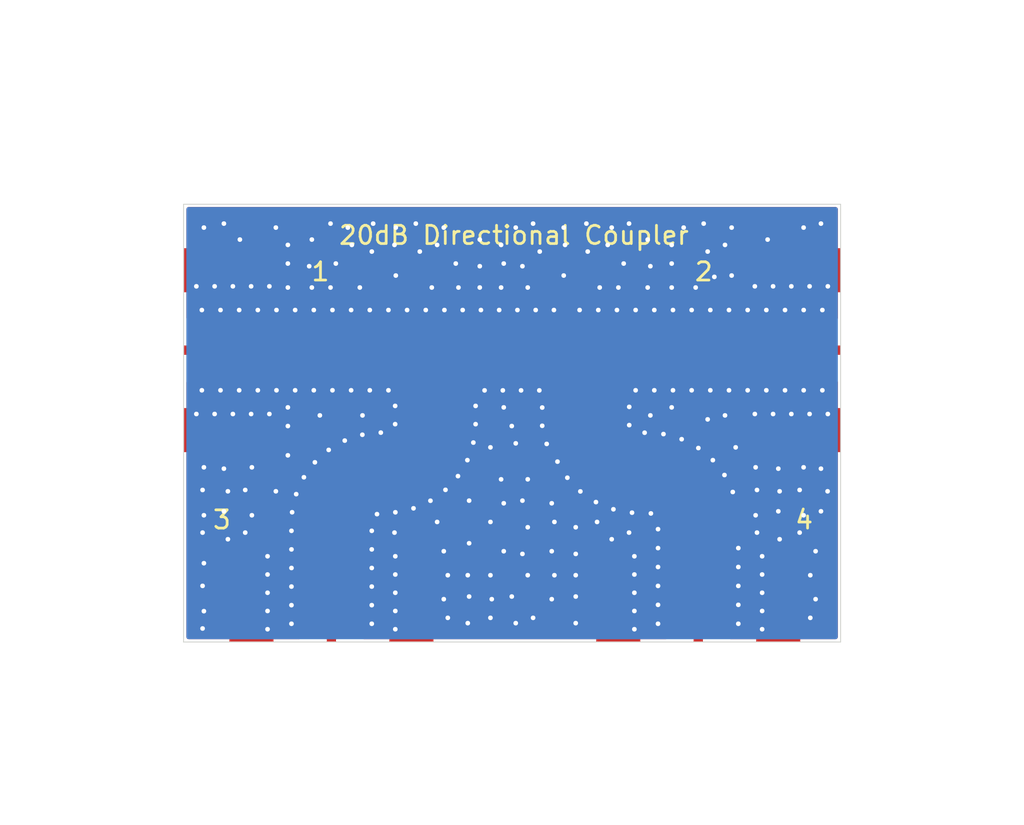
<source format=kicad_pcb>
(kicad_pcb (version 20171130) (host pcbnew 5.1.5)

  (general
    (thickness 1.65)
    (drawings 82)
    (tracks 350)
    (zones 0)
    (modules 5)
    (nets 6)
  )

  (page A4)
  (layers
    (0 F.Cu signal)
    (1 In1.Cu signal)
    (2 In2.Cu signal)
    (31 B.Cu signal)
    (32 B.Adhes user)
    (33 F.Adhes user)
    (34 B.Paste user)
    (35 F.Paste user)
    (36 B.SilkS user)
    (37 F.SilkS user)
    (38 B.Mask user)
    (39 F.Mask user)
    (40 Dwgs.User user)
    (41 Cmts.User user)
    (42 Eco1.User user)
    (43 Eco2.User user)
    (44 Edge.Cuts user)
    (45 Margin user)
    (46 B.CrtYd user)
    (47 F.CrtYd user)
    (48 B.Fab user hide)
    (49 F.Fab user hide)
  )

  (setup
    (last_trace_width 0.38)
    (trace_clearance 0.2)
    (zone_clearance 0.127)
    (zone_45_only yes)
    (trace_min 0.127)
    (via_size 0.8)
    (via_drill 0.4)
    (via_min_size 0.4572)
    (via_min_drill 0.254)
    (uvia_size 0.3)
    (uvia_drill 0.1)
    (uvias_allowed no)
    (uvia_min_size 0.2)
    (uvia_min_drill 0.1)
    (edge_width 0.05)
    (segment_width 0.2)
    (pcb_text_width 0.3)
    (pcb_text_size 1.5 1.5)
    (mod_edge_width 0.12)
    (mod_text_size 1 1)
    (mod_text_width 0.15)
    (pad_size 1.524 1.524)
    (pad_drill 0.762)
    (pad_to_mask_clearance 0.05)
    (aux_axis_origin 0 0)
    (visible_elements FFFFFF7F)
    (pcbplotparams
      (layerselection 0x010fc_ffffffff)
      (usegerberextensions false)
      (usegerberattributes false)
      (usegerberadvancedattributes false)
      (creategerberjobfile false)
      (excludeedgelayer true)
      (linewidth 0.100000)
      (plotframeref false)
      (viasonmask false)
      (mode 1)
      (useauxorigin false)
      (hpglpennumber 1)
      (hpglpenspeed 20)
      (hpglpendiameter 15.000000)
      (psnegative false)
      (psa4output false)
      (plotreference true)
      (plotvalue true)
      (plotinvisibletext false)
      (padsonsilk false)
      (subtractmaskfromsilk false)
      (outputformat 1)
      (mirror false)
      (drillshape 0)
      (scaleselection 1)
      (outputdirectory "gerbers/"))
  )

  (net 0 "")
  (net 1 GND)
  (net 2 "Net-(J1-Pad1)")
  (net 3 "Net-(J2-Pad1)")
  (net 4 "Net-(J3-Pad1)")
  (net 5 "Net-(J4-Pad1)")

  (net_class Default "This is the default net class."
    (clearance 0.2)
    (trace_width 0.38)
    (via_dia 0.8)
    (via_drill 0.4)
    (uvia_dia 0.3)
    (uvia_drill 0.1)
    (add_net GND)
    (add_net "Net-(J1-Pad1)")
    (add_net "Net-(J2-Pad1)")
    (add_net "Net-(J3-Pad1)")
    (add_net "Net-(J4-Pad1)")
  )

  (module fmcw_v5:coupler_20db (layer F.Cu) (tedit 5EA86AA4) (tstamp 5EA835EF)
    (at 118 68.29)
    (path /5EAF7F16)
    (attr virtual)
    (fp_text reference Z1 (at -0.015 2.845) (layer F.SilkS) hide
      (effects (font (size 1.27 1.27) (thickness 0.15)))
    )
    (fp_text value BRANCHLINE (at -0.02 -3.055) (layer F.SilkS) hide
      (effects (font (size 1.27 1.27) (thickness 0.15)))
    )
    (fp_poly (pts (xy 3.968304 0.1) (xy 3.968304 0.48) (xy 4.007754 0.48) (xy 4.007754 0.51945)
      (xy 4.387754 0.51945)) (layer F.Cu) (width 0))
    (fp_poly (pts (xy -4.387754 0.51945) (xy -4.007754 0.51945) (xy -4.007754 0.48) (xy -3.968304 0.48)
      (xy -3.968304 0.1)) (layer F.Cu) (width 0))
    (fp_poly (pts (xy -3.968304 -0.1) (xy -3.968304 -0.48) (xy 3.968304 -0.48) (xy 3.968304 -0.1)) (layer F.Cu) (width 0))
    (fp_poly (pts (xy -3.968304 0.48) (xy -3.968304 0.1) (xy 3.968304 0.1) (xy 3.968304 0.48)) (layer F.Cu) (width 0))
    (pad 4 smd rect (at 4.197754 0.70945) (size 0.38 0.38) (layers F.Cu F.Mask)
      (net 5 "Net-(J4-Pad1)"))
    (pad 3 smd rect (at -4.197754 0.70945) (size 0.38 0.38) (layers F.Cu F.Mask)
      (net 3 "Net-(J2-Pad1)"))
    (pad 2 smd rect (at 4.158304 -0.29) (size 0.38 0.38) (layers F.Cu F.Mask)
      (net 4 "Net-(J3-Pad1)"))
    (pad 1 smd rect (at -4.158304 -0.29) (size 0.38 0.38) (layers F.Cu F.Mask)
      (net 2 "Net-(J1-Pad1)"))
  )

  (module fmcw_v5:BU-1420701851_SMA (layer F.Cu) (tedit 5EA76423) (tstamp 5EA8330E)
    (at 128.2 84 270)
    (path /5EAFA8A8)
    (fp_text reference J4 (at -2.6 6.5 90) (layer F.SilkS) hide
      (effects (font (size 1 1) (thickness 0.15)))
    )
    (fp_text value Conn_Coaxial (at 0.1 -6.5 90) (layer F.Fab)
      (effects (font (size 1 1) (thickness 0.15)))
    )
    (fp_line (start 0 -10) (end 0 10) (layer Dwgs.User) (width 0.12))
    (fp_line (start 10 10) (end 10 -10) (layer Dwgs.User) (width 0.12))
    (fp_line (start 10 -10) (end 0 -10) (layer Dwgs.User) (width 0.12))
    (fp_line (start 0 10) (end 10 10) (layer Dwgs.User) (width 0.12))
    (pad 2 thru_hole circle (at -2.7 3.5 270) (size 0.4572 0.4572) (drill 0.254) (layers *.Cu *.Mask)
      (net 1 GND))
    (pad 2 thru_hole circle (at -1.7 3.5 270) (size 0.4572 0.4572) (drill 0.254) (layers *.Cu *.Mask)
      (net 1 GND))
    (pad 2 thru_hole circle (at -4.7 3.5 270) (size 0.4572 0.4572) (drill 0.254) (layers *.Cu *.Mask)
      (net 1 GND))
    (pad 2 thru_hole circle (at -3.7 3.5 270) (size 0.4572 0.4572) (drill 0.254) (layers *.Cu *.Mask)
      (net 1 GND))
    (pad 2 thru_hole circle (at -0.7 3.5 270) (size 0.4572 0.4572) (drill 0.254) (layers *.Cu *.Mask)
      (net 1 GND))
    (pad 2 thru_hole circle (at -0.7 -3.5 270) (size 0.4572 0.4572) (drill 0.254) (layers *.Cu *.Mask)
      (net 1 GND))
    (pad 2 thru_hole circle (at -1.7 -3.5 270) (size 0.4572 0.4572) (drill 0.254) (layers *.Cu *.Mask)
      (net 1 GND))
    (pad 2 thru_hole circle (at -2.7 -3.5 270) (size 0.4572 0.4572) (drill 0.254) (layers *.Cu *.Mask)
      (net 1 GND))
    (pad 2 thru_hole circle (at -3.7 -3.5 270) (size 0.4572 0.4572) (drill 0.254) (layers *.Cu *.Mask)
      (net 1 GND))
    (pad 2 thru_hole circle (at -4.7 -3.5 270) (size 0.4572 0.4572) (drill 0.254) (layers *.Cu *.Mask)
      (net 1 GND))
    (pad 2 smd rect (at -2.54 -4.3825 270) (size 5.08 2.415) (layers F.Cu F.Mask)
      (net 1 GND))
    (pad 2 smd rect (at -2.54 4.3825 270) (size 5.08 2.415) (layers F.Cu F.Mask)
      (net 1 GND))
    (pad 1 smd rect (at -1 0 270) (size 2 0.51) (layers F.Cu F.Mask)
      (net 5 "Net-(J4-Pad1)"))
  )

  (module fmcw_v5:BU-1420701851_SMA (layer F.Cu) (tedit 5EA76423) (tstamp 5EA832F9)
    (at 136 68)
    (path /5EAF9DF5)
    (fp_text reference J3 (at -2.6 6.5) (layer F.SilkS) hide
      (effects (font (size 1 1) (thickness 0.15)))
    )
    (fp_text value Conn_Coaxial (at 0.1 -6.5) (layer F.Fab)
      (effects (font (size 1 1) (thickness 0.15)))
    )
    (fp_line (start 0 -10) (end 0 10) (layer Dwgs.User) (width 0.12))
    (fp_line (start 10 10) (end 10 -10) (layer Dwgs.User) (width 0.12))
    (fp_line (start 10 -10) (end 0 -10) (layer Dwgs.User) (width 0.12))
    (fp_line (start 0 10) (end 10 10) (layer Dwgs.User) (width 0.12))
    (pad 2 thru_hole circle (at -2.7 3.5) (size 0.4572 0.4572) (drill 0.254) (layers *.Cu *.Mask)
      (net 1 GND))
    (pad 2 thru_hole circle (at -1.7 3.5) (size 0.4572 0.4572) (drill 0.254) (layers *.Cu *.Mask)
      (net 1 GND))
    (pad 2 thru_hole circle (at -4.7 3.5) (size 0.4572 0.4572) (drill 0.254) (layers *.Cu *.Mask)
      (net 1 GND))
    (pad 2 thru_hole circle (at -3.7 3.5) (size 0.4572 0.4572) (drill 0.254) (layers *.Cu *.Mask)
      (net 1 GND))
    (pad 2 thru_hole circle (at -0.7 3.5) (size 0.4572 0.4572) (drill 0.254) (layers *.Cu *.Mask)
      (net 1 GND))
    (pad 2 thru_hole circle (at -0.7 -3.5) (size 0.4572 0.4572) (drill 0.254) (layers *.Cu *.Mask)
      (net 1 GND))
    (pad 2 thru_hole circle (at -1.7 -3.5) (size 0.4572 0.4572) (drill 0.254) (layers *.Cu *.Mask)
      (net 1 GND))
    (pad 2 thru_hole circle (at -2.7 -3.5) (size 0.4572 0.4572) (drill 0.254) (layers *.Cu *.Mask)
      (net 1 GND))
    (pad 2 thru_hole circle (at -3.7 -3.5) (size 0.4572 0.4572) (drill 0.254) (layers *.Cu *.Mask)
      (net 1 GND))
    (pad 2 thru_hole circle (at -4.7 -3.5) (size 0.4572 0.4572) (drill 0.254) (layers *.Cu *.Mask)
      (net 1 GND))
    (pad 2 smd rect (at -2.54 -4.3825) (size 5.08 2.415) (layers F.Cu F.Mask)
      (net 1 GND))
    (pad 2 smd rect (at -2.54 4.3825) (size 5.08 2.415) (layers F.Cu F.Mask)
      (net 1 GND))
    (pad 1 smd rect (at -1 0) (size 2 0.51) (layers F.Cu F.Mask)
      (net 4 "Net-(J3-Pad1)"))
  )

  (module fmcw_v5:BU-1420701851_SMA (layer F.Cu) (tedit 5EA76423) (tstamp 5EA832E4)
    (at 108.1 84 270)
    (path /5EAF856B)
    (fp_text reference J2 (at -2.6 6.5 90) (layer F.SilkS) hide
      (effects (font (size 1 1) (thickness 0.15)))
    )
    (fp_text value Conn_Coaxial (at 0.1 -6.5 90) (layer F.Fab)
      (effects (font (size 1 1) (thickness 0.15)))
    )
    (fp_line (start 0 -10) (end 0 10) (layer Dwgs.User) (width 0.12))
    (fp_line (start 10 10) (end 10 -10) (layer Dwgs.User) (width 0.12))
    (fp_line (start 10 -10) (end 0 -10) (layer Dwgs.User) (width 0.12))
    (fp_line (start 0 10) (end 10 10) (layer Dwgs.User) (width 0.12))
    (pad 2 thru_hole circle (at -2.7 3.5 270) (size 0.4572 0.4572) (drill 0.254) (layers *.Cu *.Mask)
      (net 1 GND))
    (pad 2 thru_hole circle (at -1.7 3.5 270) (size 0.4572 0.4572) (drill 0.254) (layers *.Cu *.Mask)
      (net 1 GND))
    (pad 2 thru_hole circle (at -4.7 3.5 270) (size 0.4572 0.4572) (drill 0.254) (layers *.Cu *.Mask)
      (net 1 GND))
    (pad 2 thru_hole circle (at -3.7 3.5 270) (size 0.4572 0.4572) (drill 0.254) (layers *.Cu *.Mask)
      (net 1 GND))
    (pad 2 thru_hole circle (at -0.7 3.5 270) (size 0.4572 0.4572) (drill 0.254) (layers *.Cu *.Mask)
      (net 1 GND))
    (pad 2 thru_hole circle (at -0.7 -3.5 270) (size 0.4572 0.4572) (drill 0.254) (layers *.Cu *.Mask)
      (net 1 GND))
    (pad 2 thru_hole circle (at -1.7 -3.5 270) (size 0.4572 0.4572) (drill 0.254) (layers *.Cu *.Mask)
      (net 1 GND))
    (pad 2 thru_hole circle (at -2.7 -3.5 270) (size 0.4572 0.4572) (drill 0.254) (layers *.Cu *.Mask)
      (net 1 GND))
    (pad 2 thru_hole circle (at -3.7 -3.5 270) (size 0.4572 0.4572) (drill 0.254) (layers *.Cu *.Mask)
      (net 1 GND))
    (pad 2 thru_hole circle (at -4.7 -3.5 270) (size 0.4572 0.4572) (drill 0.254) (layers *.Cu *.Mask)
      (net 1 GND))
    (pad 2 smd rect (at -2.54 -4.3825 270) (size 5.08 2.415) (layers F.Cu F.Mask)
      (net 1 GND))
    (pad 2 smd rect (at -2.54 4.3825 270) (size 5.08 2.415) (layers F.Cu F.Mask)
      (net 1 GND))
    (pad 1 smd rect (at -1 0 270) (size 2 0.51) (layers F.Cu F.Mask)
      (net 3 "Net-(J2-Pad1)"))
  )

  (module fmcw_v5:BU-1420701851_SMA (layer F.Cu) (tedit 5EA76423) (tstamp 5EA832CF)
    (at 100 68 180)
    (path /5EAF6A5B)
    (fp_text reference J1 (at -2.6 6.5) (layer F.SilkS) hide
      (effects (font (size 1 1) (thickness 0.15)))
    )
    (fp_text value Conn_Coaxial (at 0.1 -6.5) (layer F.Fab)
      (effects (font (size 1 1) (thickness 0.15)))
    )
    (fp_line (start 0 -10) (end 0 10) (layer Dwgs.User) (width 0.12))
    (fp_line (start 10 10) (end 10 -10) (layer Dwgs.User) (width 0.12))
    (fp_line (start 10 -10) (end 0 -10) (layer Dwgs.User) (width 0.12))
    (fp_line (start 0 10) (end 10 10) (layer Dwgs.User) (width 0.12))
    (pad 2 thru_hole circle (at -2.7 3.5 180) (size 0.4572 0.4572) (drill 0.254) (layers *.Cu *.Mask)
      (net 1 GND))
    (pad 2 thru_hole circle (at -1.7 3.5 180) (size 0.4572 0.4572) (drill 0.254) (layers *.Cu *.Mask)
      (net 1 GND))
    (pad 2 thru_hole circle (at -4.7 3.5 180) (size 0.4572 0.4572) (drill 0.254) (layers *.Cu *.Mask)
      (net 1 GND))
    (pad 2 thru_hole circle (at -3.7 3.5 180) (size 0.4572 0.4572) (drill 0.254) (layers *.Cu *.Mask)
      (net 1 GND))
    (pad 2 thru_hole circle (at -0.7 3.5 180) (size 0.4572 0.4572) (drill 0.254) (layers *.Cu *.Mask)
      (net 1 GND))
    (pad 2 thru_hole circle (at -0.7 -3.5 180) (size 0.4572 0.4572) (drill 0.254) (layers *.Cu *.Mask)
      (net 1 GND))
    (pad 2 thru_hole circle (at -1.7 -3.5 180) (size 0.4572 0.4572) (drill 0.254) (layers *.Cu *.Mask)
      (net 1 GND))
    (pad 2 thru_hole circle (at -2.7 -3.5 180) (size 0.4572 0.4572) (drill 0.254) (layers *.Cu *.Mask)
      (net 1 GND))
    (pad 2 thru_hole circle (at -3.7 -3.5 180) (size 0.4572 0.4572) (drill 0.254) (layers *.Cu *.Mask)
      (net 1 GND))
    (pad 2 thru_hole circle (at -4.7 -3.5 180) (size 0.4572 0.4572) (drill 0.254) (layers *.Cu *.Mask)
      (net 1 GND))
    (pad 2 smd rect (at -2.54 -4.3825 180) (size 5.08 2.415) (layers F.Cu F.Mask)
      (net 1 GND))
    (pad 2 smd rect (at -2.54 4.3825 180) (size 5.08 2.415) (layers F.Cu F.Mask)
      (net 1 GND))
    (pad 1 smd rect (at -1 0 180) (size 2 0.51) (layers F.Cu F.Mask)
      (net 2 "Net-(J1-Pad1)"))
  )

  (gr_line (start 125.445 74.725) (end 124.947754 74.725) (layer F.Mask) (width 0.78) (tstamp 396))
  (gr_line (start 125.714547 74.738242) (end 125.445 74.725) (layer F.Mask) (width 0.78) (tstamp 396))
  (gr_line (start 125.981498 74.77784) (end 125.714547 74.738242) (layer F.Mask) (width 0.78) (tstamp 396))
  (gr_line (start 126.243282 74.843414) (end 125.981498 74.77784) (layer F.Mask) (width 0.78) (tstamp 396))
  (gr_line (start 126.497379 74.934331) (end 126.243282 74.843414) (layer F.Mask) (width 0.78) (tstamp 396))
  (gr_line (start 126.741341 75.049716) (end 126.497379 74.934331) (layer F.Mask) (width 0.78) (tstamp 396))
  (gr_line (start 126.972818 75.188458) (end 126.741341 75.049716) (layer F.Mask) (width 0.78) (tstamp 396))
  (gr_line (start 127.189581 75.349221) (end 126.972818 75.188458) (layer F.Mask) (width 0.78) (tstamp 396))
  (gr_line (start 127.389543 75.530456) (end 127.189581 75.349221) (layer F.Mask) (width 0.78) (tstamp 396))
  (gr_line (start 127.570778 75.730418) (end 127.389543 75.530456) (layer F.Mask) (width 0.78) (tstamp 396))
  (gr_line (start 127.731541 75.947181) (end 127.570778 75.730418) (layer F.Mask) (width 0.78) (tstamp 396))
  (gr_line (start 127.870283 76.178658) (end 127.731541 75.947181) (layer F.Mask) (width 0.78) (tstamp 396))
  (gr_line (start 127.985668 76.42262) (end 127.870283 76.178658) (layer F.Mask) (width 0.78) (tstamp 396))
  (gr_line (start 128.076585 76.676717) (end 127.985668 76.42262) (layer F.Mask) (width 0.78) (tstamp 396))
  (gr_line (start 128.142159 76.938501) (end 128.076585 76.676717) (layer F.Mask) (width 0.78) (tstamp 396))
  (gr_line (start 128.181757 77.205452) (end 128.142159 76.938501) (layer F.Mask) (width 0.78) (tstamp 396))
  (gr_line (start 128.195 77.475) (end 128.181757 77.205452) (layer F.Mask) (width 0.78) (tstamp 396))
  (gr_line (start 128.195 77.475) (end 128.195 80.725) (layer F.Mask) (width 0.78) (tstamp 396))
  (gr_line (start 124.678206 74.711758) (end 124.947754 74.725) (layer F.Mask) (width 0.78) (tstamp 396))
  (gr_line (start 124.411255 74.672159) (end 124.678206 74.711758) (layer F.Mask) (width 0.78) (tstamp 396))
  (gr_line (start 124.14947 74.606586) (end 124.411255 74.672159) (layer F.Mask) (width 0.78) (tstamp 396))
  (gr_line (start 123.895374 74.515669) (end 124.14947 74.606586) (layer F.Mask) (width 0.78) (tstamp 396))
  (gr_line (start 123.651412 74.400283) (end 123.895374 74.515669) (layer F.Mask) (width 0.78) (tstamp 396))
  (gr_line (start 123.419935 74.261541) (end 123.651412 74.400283) (layer F.Mask) (width 0.78) (tstamp 396))
  (gr_line (start 123.203171 74.100779) (end 123.419935 74.261541) (layer F.Mask) (width 0.78) (tstamp 396))
  (gr_line (start 123.003209 73.919544) (end 123.203171 74.100779) (layer F.Mask) (width 0.78) (tstamp 396))
  (gr_line (start 122.821974 73.719581) (end 123.003209 73.919544) (layer F.Mask) (width 0.78) (tstamp 396))
  (gr_line (start 122.661211 73.502818) (end 122.821974 73.719581) (layer F.Mask) (width 0.78) (tstamp 396))
  (gr_line (start 122.522469 73.271341) (end 122.661211 73.502818) (layer F.Mask) (width 0.78) (tstamp 396))
  (gr_line (start 122.407084 73.027379) (end 122.522469 73.271341) (layer F.Mask) (width 0.78) (tstamp 396))
  (gr_line (start 122.316167 72.773283) (end 122.407084 73.027379) (layer F.Mask) (width 0.78) (tstamp 396))
  (gr_line (start 122.250593 72.511498) (end 122.316167 72.773283) (layer F.Mask) (width 0.78) (tstamp 396))
  (gr_line (start 122.210995 72.244547) (end 122.250593 72.511498) (layer F.Mask) (width 0.78) (tstamp 396))
  (gr_line (start 122.197754 71.975) (end 122.210995 72.244547) (layer F.Mask) (width 0.78) (tstamp 396))
  (gr_line (start 122.197754 71.975) (end 122.197754 68.615) (layer F.Mask) (width 0.78) (tstamp 396))
  (gr_line (start 110.86 74.72) (end 111.052246 74.72) (layer F.Mask) (width 0.78) (tstamp 394))
  (gr_line (start 110.590452 74.733242) (end 110.86 74.72) (layer F.Mask) (width 0.78) (tstamp 394))
  (gr_line (start 110.323501 74.77284) (end 110.590452 74.733242) (layer F.Mask) (width 0.78) (tstamp 394))
  (gr_line (start 110.061717 74.838414) (end 110.323501 74.77284) (layer F.Mask) (width 0.78) (tstamp 394))
  (gr_line (start 109.80762 74.929331) (end 110.061717 74.838414) (layer F.Mask) (width 0.78) (tstamp 394))
  (gr_line (start 109.563658 75.044716) (end 109.80762 74.929331) (layer F.Mask) (width 0.78) (tstamp 394))
  (gr_line (start 109.332181 75.183458) (end 109.563658 75.044716) (layer F.Mask) (width 0.78) (tstamp 394))
  (gr_line (start 109.115418 75.344221) (end 109.332181 75.183458) (layer F.Mask) (width 0.78) (tstamp 394))
  (gr_line (start 108.915456 75.525456) (end 109.115418 75.344221) (layer F.Mask) (width 0.78) (tstamp 394))
  (gr_line (start 108.734221 75.725418) (end 108.915456 75.525456) (layer F.Mask) (width 0.78) (tstamp 394))
  (gr_line (start 108.573458 75.942181) (end 108.734221 75.725418) (layer F.Mask) (width 0.78) (tstamp 394))
  (gr_line (start 108.434716 76.173658) (end 108.573458 75.942181) (layer F.Mask) (width 0.78) (tstamp 394))
  (gr_line (start 108.319331 76.41762) (end 108.434716 76.173658) (layer F.Mask) (width 0.78) (tstamp 394))
  (gr_line (start 108.228414 76.671717) (end 108.319331 76.41762) (layer F.Mask) (width 0.78) (tstamp 394))
  (gr_line (start 108.16284 76.933501) (end 108.228414 76.671717) (layer F.Mask) (width 0.78) (tstamp 394))
  (gr_line (start 108.123242 77.200452) (end 108.16284 76.933501) (layer F.Mask) (width 0.78) (tstamp 394))
  (gr_line (start 108.11 77.47) (end 108.123242 77.200452) (layer F.Mask) (width 0.78) (tstamp 394))
  (gr_line (start 108.11 77.47) (end 108.11 80.79) (layer F.Mask) (width 0.78) (tstamp 394))
  (gr_line (start 113.802246 71.97) (end 113.802246 68.63) (layer F.Mask) (width 0.78) (tstamp 394))
  (gr_line (start 113.789003 72.239547) (end 113.802246 71.97) (layer F.Mask) (width 0.78) (tstamp 394))
  (gr_line (start 113.749405 72.506498) (end 113.789003 72.239547) (layer F.Mask) (width 0.78) (tstamp 394))
  (gr_line (start 113.683831 72.768282) (end 113.749405 72.506498) (layer F.Mask) (width 0.78) (tstamp 394))
  (gr_line (start 113.592914 73.022379) (end 113.683831 72.768282) (layer F.Mask) (width 0.78) (tstamp 394))
  (gr_line (start 113.477529 73.266341) (end 113.592914 73.022379) (layer F.Mask) (width 0.78) (tstamp 394))
  (gr_line (start 113.338787 73.497818) (end 113.477529 73.266341) (layer F.Mask) (width 0.78) (tstamp 394))
  (gr_line (start 113.178024 73.714581) (end 113.338787 73.497818) (layer F.Mask) (width 0.78) (tstamp 394))
  (gr_line (start 112.996789 73.914543) (end 113.178024 73.714581) (layer F.Mask) (width 0.78) (tstamp 394))
  (gr_line (start 112.796827 74.095778) (end 112.996789 73.914543) (layer F.Mask) (width 0.78) (tstamp 394))
  (gr_line (start 112.580064 74.256541) (end 112.796827 74.095778) (layer F.Mask) (width 0.78) (tstamp 394))
  (gr_line (start 112.348587 74.395283) (end 112.580064 74.256541) (layer F.Mask) (width 0.78) (tstamp 394))
  (gr_line (start 112.104625 74.510668) (end 112.348587 74.395283) (layer F.Mask) (width 0.78) (tstamp 394))
  (gr_line (start 111.850528 74.601585) (end 112.104625 74.510668) (layer F.Mask) (width 0.78) (tstamp 394))
  (gr_line (start 111.588744 74.667159) (end 111.850528 74.601585) (layer F.Mask) (width 0.78) (tstamp 394))
  (gr_line (start 111.321793 74.706757) (end 111.588744 74.667159) (layer F.Mask) (width 0.78) (tstamp 394))
  (gr_line (start 111.052246 74.72) (end 111.321793 74.706757) (layer F.Mask) (width 0.78) (tstamp 394))
  (gr_text "20dB Directional Coupler" (at 118.1 61.7) (layer F.SilkS) (tstamp 5EA84882)
    (effects (font (size 1 1) (thickness 0.15)))
  )
  (gr_text 4 (at 134 77.3) (layer F.SilkS) (tstamp 5EA8470D)
    (effects (font (size 1 1) (thickness 0.15)))
  )
  (gr_text 3 (at 102.1 77.3) (layer F.SilkS) (tstamp 5EA8470A)
    (effects (font (size 1 1) (thickness 0.15)))
  )
  (gr_text 2 (at 128.5 63.7) (layer F.SilkS) (tstamp 5EA84707)
    (effects (font (size 1 1) (thickness 0.15)))
  )
  (gr_text 1 (at 107.5 63.7) (layer F.SilkS)
    (effects (font (size 1 1) (thickness 0.15)))
  )
  (gr_line (start 113.8 68.6) (end 122.185 68.6) (layer F.Mask) (width 0.78) (tstamp 5EA845E8))
  (gr_line (start 103.2 68) (end 132.8 68) (layer F.Mask) (width 0.78) (tstamp 395))
  (gr_line (start 100 84) (end 100 60) (layer Edge.Cuts) (width 0.05) (tstamp 5EA833DC))
  (gr_line (start 136 84) (end 100 84) (layer Edge.Cuts) (width 0.05))
  (gr_line (start 136 60) (end 136 84) (layer Edge.Cuts) (width 0.05))
  (gr_line (start 100 60) (end 136 60) (layer Edge.Cuts) (width 0.05))
  (dimension 36 (width 0.1) (layer Dwgs.User)
    (gr_text "36.000 mm" (at 118 49.55) (layer Dwgs.User) (tstamp 5EA8778D)
      (effects (font (size 1 1) (thickness 0.15)))
    )
    (feature1 (pts (xy 136 60) (xy 136 50.213579)))
    (feature2 (pts (xy 100 60) (xy 100 50.213579)))
    (crossbar (pts (xy 100 50.8) (xy 136 50.8)))
    (arrow1a (pts (xy 136 50.8) (xy 134.873496 51.386421)))
    (arrow1b (pts (xy 136 50.8) (xy 134.873496 50.213579)))
    (arrow2a (pts (xy 100 50.8) (xy 101.126504 51.386421)))
    (arrow2b (pts (xy 100 50.8) (xy 101.126504 50.213579)))
  )

  (via (at 130.395 81.962878) (size 0.4572) (drill 0.254) (layers F.Cu B.Cu) (net 1) (tstamp 37))
  (via (at 130.395 80.925757) (size 0.4572) (drill 0.254) (layers F.Cu B.Cu) (net 1) (tstamp 37))
  (via (at 130.395 79.888636) (size 0.4572) (drill 0.254) (layers F.Cu B.Cu) (net 1) (tstamp 37))
  (via (at 130.395 78.851515) (size 0.4572) (drill 0.254) (layers F.Cu B.Cu) (net 1) (tstamp 37))
  (via (at 130.090951 75.776169) (size 0.4572) (drill 0.254) (layers F.Cu B.Cu) (net 1) (tstamp 37))
  (via (at 129.636629 74.846329) (size 0.4572) (drill 0.254) (layers F.Cu B.Cu) (net 1) (tstamp 37))
  (via (at 128.999181 74.030769) (size 0.4572) (drill 0.254) (layers F.Cu B.Cu) (net 1) (tstamp 37))
  (via (at 128.205326 73.366118) (size 0.4572) (drill 0.254) (layers F.Cu B.Cu) (net 1) (tstamp 37))
  (via (at 127.290029 72.882086) (size 0.4572) (drill 0.254) (layers F.Cu B.Cu) (net 1) (tstamp 37))
  (via (at 126.293951 72.600115) (size 0.4572) (drill 0.254) (layers F.Cu B.Cu) (net 1) (tstamp 37))
  (via (at 125.261132 72.525) (size 0.4572) (drill 0.254) (layers F.Cu B.Cu) (net 1) (tstamp 37))
  (via (at 124.417804 72.109253) (size 0.4572) (drill 0.254) (layers F.Cu B.Cu) (net 1) (tstamp 37))
  (via (at 130.395 83) (size 0.4572) (drill 0.254) (layers F.Cu B.Cu) (net 1) (tstamp 37))
  (via (at 120.486133 74.111406) (size 0.4572) (drill 0.254) (layers F.Cu B.Cu) (net 1) (tstamp 37))
  (via (at 121.027617 74.99331) (size 0.4572) (drill 0.254) (layers F.Cu B.Cu) (net 1) (tstamp 37))
  (via (at 121.740307 75.743955) (size 0.4572) (drill 0.254) (layers F.Cu B.Cu) (net 1) (tstamp 37))
  (via (at 122.594107 76.329559) (size 0.4572) (drill 0.254) (layers F.Cu B.Cu) (net 1) (tstamp 37))
  (via (at 123.551536 76.723771) (size 0.4572) (drill 0.254) (layers F.Cu B.Cu) (net 1) (tstamp 37))
  (via (at 124.570075 76.909099) (size 0.4572) (drill 0.254) (layers F.Cu B.Cu) (net 1) (tstamp 37))
  (via (at 125.60447 76.951431) (size 0.4572) (drill 0.254) (layers F.Cu B.Cu) (net 1) (tstamp 37))
  (via (at 125.995 77.814394) (size 0.4572) (drill 0.254) (layers F.Cu B.Cu) (net 1) (tstamp 37))
  (via (at 125.995 78.851515) (size 0.4572) (drill 0.254) (layers F.Cu B.Cu) (net 1) (tstamp 37))
  (via (at 125.995 79.888636) (size 0.4572) (drill 0.254) (layers F.Cu B.Cu) (net 1) (tstamp 37))
  (via (at 125.995 80.925757) (size 0.4572) (drill 0.254) (layers F.Cu B.Cu) (net 1) (tstamp 37))
  (via (at 125.995 81.962878) (size 0.4572) (drill 0.254) (layers F.Cu B.Cu) (net 1) (tstamp 37))
  (via (at 125.995 83) (size 0.4572) (drill 0.254) (layers F.Cu B.Cu) (net 1) (tstamp 37))
  (via (at 110.31 81.98082) (size 0.4572) (drill 0.254) (layers F.Cu B.Cu) (net 1) (tstamp 37))
  (via (at 110.31 80.96164) (size 0.4572) (drill 0.254) (layers F.Cu B.Cu) (net 1) (tstamp 37))
  (via (at 110.31 79.94246) (size 0.4572) (drill 0.254) (layers F.Cu B.Cu) (net 1) (tstamp 37))
  (via (at 110.31 78.92328) (size 0.4572) (drill 0.254) (layers F.Cu B.Cu) (net 1) (tstamp 37))
  (via (at 110.31 77.9041) (size 0.4572) (drill 0.254) (layers F.Cu B.Cu) (net 1) (tstamp 37))
  (via (at 110.596972 76.990285) (size 0.4572) (drill 0.254) (layers F.Cu B.Cu) (net 1) (tstamp 37))
  (via (at 111.603601 76.888633) (size 0.4572) (drill 0.254) (layers F.Cu B.Cu) (net 1) (tstamp 37))
  (via (at 112.597406 76.670935) (size 0.4572) (drill 0.254) (layers F.Cu B.Cu) (net 1) (tstamp 37))
  (via (at 113.525537 76.254759) (size 0.4572) (drill 0.254) (layers F.Cu B.Cu) (net 1) (tstamp 37))
  (via (at 114.349098 75.658037) (size 0.4572) (drill 0.254) (layers F.Cu B.Cu) (net 1) (tstamp 37))
  (via (at 115.033527 74.905863) (size 0.4572) (drill 0.254) (layers F.Cu B.Cu) (net 1) (tstamp 37))
  (via (at 115.550081 74.029832) (size 0.4572) (drill 0.254) (layers F.Cu B.Cu) (net 1) (tstamp 37))
  (via (at 115.877043 73.066725) (size 0.4572) (drill 0.254) (layers F.Cu B.Cu) (net 1) (tstamp 37))
  (via (at 116.000526 72.056967) (size 0.4572) (drill 0.254) (layers F.Cu B.Cu) (net 1) (tstamp 37))
  (via (at 110.31 83) (size 0.4572) (drill 0.254) (layers F.Cu B.Cu) (net 1) (tstamp 37))
  (via (at 111.592083 72.0565) (size 0.4572) (drill 0.254) (layers F.Cu B.Cu) (net 1) (tstamp 37))
  (via (at 110.805635 72.520671) (size 0.4572) (drill 0.254) (layers F.Cu B.Cu) (net 1) (tstamp 37))
  (via (at 109.794918 72.637283) (size 0.4572) (drill 0.254) (layers F.Cu B.Cu) (net 1) (tstamp 37))
  (via (at 108.829655 72.958216) (size 0.4572) (drill 0.254) (layers F.Cu B.Cu) (net 1) (tstamp 37))
  (via (at 107.950337 73.469285) (size 0.4572) (drill 0.254) (layers F.Cu B.Cu) (net 1) (tstamp 37))
  (via (at 107.193868 74.148975) (size 0.4572) (drill 0.254) (layers F.Cu B.Cu) (net 1) (tstamp 37))
  (via (at 106.592009 74.968727) (size 0.4572) (drill 0.254) (layers F.Cu B.Cu) (net 1) (tstamp 37))
  (via (at 106.170053 75.894124) (size 0.4572) (drill 0.254) (layers F.Cu B.Cu) (net 1) (tstamp 37))
  (via (at 105.945783 76.886322) (size 0.4572) (drill 0.254) (layers F.Cu B.Cu) (net 1) (tstamp 37))
  (via (at 105.91 77.9041) (size 0.4572) (drill 0.254) (layers F.Cu B.Cu) (net 1) (tstamp 37))
  (via (at 105.91 78.92328) (size 0.4572) (drill 0.254) (layers F.Cu B.Cu) (net 1) (tstamp 37))
  (via (at 105.91 79.94246) (size 0.4572) (drill 0.254) (layers F.Cu B.Cu) (net 1) (tstamp 37))
  (via (at 105.91 80.96164) (size 0.4572) (drill 0.254) (layers F.Cu B.Cu) (net 1) (tstamp 37))
  (via (at 105.91 81.98082) (size 0.4572) (drill 0.254) (layers F.Cu B.Cu) (net 1) (tstamp 37))
  (via (at 105.91 83) (size 0.4572) (drill 0.254) (layers F.Cu B.Cu) (net 1) (tstamp 37))
  (via (at 119.650012 72.146221) (size 0.4572) (drill 0.254) (layers F.Cu B.Cu) (net 1) (tstamp 37))
  (via (at 124.768137 70.2) (size 0.4572) (drill 0.254) (layers F.Cu B.Cu) (net 1) (tstamp 37))
  (via (at 125.791323 70.2) (size 0.4572) (drill 0.254) (layers F.Cu B.Cu) (net 1) (tstamp 37))
  (via (at 126.81451 70.2) (size 0.4572) (drill 0.254) (layers F.Cu B.Cu) (net 1) (tstamp 37))
  (via (at 127.837696 70.2) (size 0.4572) (drill 0.254) (layers F.Cu B.Cu) (net 1) (tstamp 37))
  (via (at 128.860882 70.2) (size 0.4572) (drill 0.254) (layers F.Cu B.Cu) (net 1) (tstamp 37))
  (via (at 129.884068 70.2) (size 0.4572) (drill 0.254) (layers F.Cu B.Cu) (net 1) (tstamp 37))
  (via (at 130.907255 70.2) (size 0.4572) (drill 0.254) (layers F.Cu B.Cu) (net 1) (tstamp 37))
  (via (at 131.930441 70.2) (size 0.4572) (drill 0.254) (layers F.Cu B.Cu) (net 1) (tstamp 37))
  (via (at 132.953627 70.2) (size 0.4572) (drill 0.254) (layers F.Cu B.Cu) (net 1) (tstamp 37))
  (via (at 133.976813 70.2) (size 0.4572) (drill 0.254) (layers F.Cu B.Cu) (net 1) (tstamp 37))
  (via (at 135 70.2) (size 0.4572) (drill 0.254) (layers F.Cu B.Cu) (net 1) (tstamp 37))
  (via (at 133.976813 65.8) (size 0.4572) (drill 0.254) (layers F.Cu B.Cu) (net 1) (tstamp 37))
  (via (at 132.953627 65.8) (size 0.4572) (drill 0.254) (layers F.Cu B.Cu) (net 1) (tstamp 37))
  (via (at 131.930441 65.8) (size 0.4572) (drill 0.254) (layers F.Cu B.Cu) (net 1) (tstamp 37))
  (via (at 130.907255 65.8) (size 0.4572) (drill 0.254) (layers F.Cu B.Cu) (net 1) (tstamp 37))
  (via (at 129.884068 65.8) (size 0.4572) (drill 0.254) (layers F.Cu B.Cu) (net 1) (tstamp 37))
  (via (at 128.860882 65.8) (size 0.4572) (drill 0.254) (layers F.Cu B.Cu) (net 1) (tstamp 37))
  (via (at 127.837696 65.8) (size 0.4572) (drill 0.254) (layers F.Cu B.Cu) (net 1) (tstamp 37))
  (via (at 126.81451 65.8) (size 0.4572) (drill 0.254) (layers F.Cu B.Cu) (net 1) (tstamp 37))
  (via (at 125.791323 65.8) (size 0.4572) (drill 0.254) (layers F.Cu B.Cu) (net 1) (tstamp 37))
  (via (at 124.768137 65.8) (size 0.4572) (drill 0.254) (layers F.Cu B.Cu) (net 1) (tstamp 37))
  (via (at 123.744951 65.8) (size 0.4572) (drill 0.254) (layers F.Cu B.Cu) (net 1) (tstamp 37))
  (via (at 122.721765 65.8) (size 0.4572) (drill 0.254) (layers F.Cu B.Cu) (net 1) (tstamp 37))
  (via (at 135 65.8) (size 0.4572) (drill 0.254) (layers F.Cu B.Cu) (net 1) (tstamp 37))
  (via (at 121.698579 65.8) (size 0.4572) (drill 0.254) (layers F.Cu B.Cu) (net 1) (tstamp 37))
  (via (at 102.022417 70.2) (size 0.4572) (drill 0.254) (layers F.Cu B.Cu) (net 1) (tstamp 37))
  (via (at 103.044834 70.2) (size 0.4572) (drill 0.254) (layers F.Cu B.Cu) (net 1) (tstamp 37))
  (via (at 104.067251 70.2) (size 0.4572) (drill 0.254) (layers F.Cu B.Cu) (net 1) (tstamp 37))
  (via (at 105.089668 70.2) (size 0.4572) (drill 0.254) (layers F.Cu B.Cu) (net 1) (tstamp 37))
  (via (at 106.112085 70.2) (size 0.4572) (drill 0.254) (layers F.Cu B.Cu) (net 1) (tstamp 37))
  (via (at 107.134502 70.2) (size 0.4572) (drill 0.254) (layers F.Cu B.Cu) (net 1) (tstamp 37))
  (via (at 108.156919 70.2) (size 0.4572) (drill 0.254) (layers F.Cu B.Cu) (net 1) (tstamp 37))
  (via (at 109.179336 70.2) (size 0.4572) (drill 0.254) (layers F.Cu B.Cu) (net 1) (tstamp 37))
  (via (at 110.201753 70.2) (size 0.4572) (drill 0.254) (layers F.Cu B.Cu) (net 1) (tstamp 37))
  (via (at 111.22417 70.2) (size 0.4572) (drill 0.254) (layers F.Cu B.Cu) (net 1) (tstamp 37))
  (via (at 101 70.2) (size 0.4572) (drill 0.254) (layers F.Cu B.Cu) (net 1) (tstamp 37))
  (via (at 113.269004 65.8) (size 0.4572) (drill 0.254) (layers F.Cu B.Cu) (net 1) (tstamp 37))
  (via (at 112.246587 65.8) (size 0.4572) (drill 0.254) (layers F.Cu B.Cu) (net 1) (tstamp 37))
  (via (at 111.22417 65.8) (size 0.4572) (drill 0.254) (layers F.Cu B.Cu) (net 1) (tstamp 37))
  (via (at 110.201753 65.8) (size 0.4572) (drill 0.254) (layers F.Cu B.Cu) (net 1) (tstamp 37))
  (via (at 109.179336 65.8) (size 0.4572) (drill 0.254) (layers F.Cu B.Cu) (net 1) (tstamp 37))
  (via (at 108.156919 65.8) (size 0.4572) (drill 0.254) (layers F.Cu B.Cu) (net 1) (tstamp 37))
  (via (at 107.134502 65.8) (size 0.4572) (drill 0.254) (layers F.Cu B.Cu) (net 1) (tstamp 37))
  (via (at 106.112085 65.8) (size 0.4572) (drill 0.254) (layers F.Cu B.Cu) (net 1) (tstamp 37))
  (via (at 105.089668 65.8) (size 0.4572) (drill 0.254) (layers F.Cu B.Cu) (net 1) (tstamp 37))
  (via (at 104.067251 65.8) (size 0.4572) (drill 0.254) (layers F.Cu B.Cu) (net 1) (tstamp 37))
  (via (at 103.044834 65.8) (size 0.4572) (drill 0.254) (layers F.Cu B.Cu) (net 1) (tstamp 37))
  (via (at 102.022417 65.8) (size 0.4572) (drill 0.254) (layers F.Cu B.Cu) (net 1) (tstamp 37))
  (via (at 114.291421 65.8) (size 0.4572) (drill 0.254) (layers F.Cu B.Cu) (net 1) (tstamp 37))
  (via (at 101 65.8) (size 0.4572) (drill 0.254) (layers F.Cu B.Cu) (net 1) (tstamp 37))
  (via (at 115.291421 65.8) (size 0.4572) (drill 0.254) (layers F.Cu B.Cu) (net 1) (tstamp 5EA83D81))
  (via (at 116.291421 65.8) (size 0.4572) (drill 0.254) (layers F.Cu B.Cu) (net 1) (tstamp 5EA83D84))
  (via (at 117.291421 65.8) (size 0.4572) (drill 0.254) (layers F.Cu B.Cu) (net 1) (tstamp 5EA83D87))
  (via (at 118.291421 65.8) (size 0.4572) (drill 0.254) (layers F.Cu B.Cu) (net 1) (tstamp 5EA83D8A))
  (via (at 119.291421 65.8) (size 0.4572) (drill 0.254) (layers F.Cu B.Cu) (net 1) (tstamp 5EA83D8D))
  (via (at 120.291421 65.8) (size 0.4572) (drill 0.254) (layers F.Cu B.Cu) (net 1) (tstamp 5EA83D90))
  (via (at 117.491421 70.205) (size 0.4572) (drill 0.254) (layers F.Cu B.Cu) (net 1) (tstamp 5EA83D95))
  (via (at 116.491421 70.205) (size 0.4572) (drill 0.254) (layers F.Cu B.Cu) (net 1) (tstamp 5EA83D96))
  (via (at 118.491421 70.205) (size 0.4572) (drill 0.254) (layers F.Cu B.Cu) (net 1) (tstamp 5EA83D97))
  (via (at 119.491421 70.205) (size 0.4572) (drill 0.254) (layers F.Cu B.Cu) (net 1) (tstamp 5EA83D98))
  (via (at 119.650012 71.146221) (size 0.4572) (drill 0.254) (layers F.Cu B.Cu) (net 1) (tstamp 5EA84144))
  (via (at 101.112399 61.2793) (size 0.4572) (drill 0.254) (layers F.Cu B.Cu) (net 1) (tstamp 21))
  (via (at 101.112399 74.4233) (size 0.4572) (drill 0.254) (layers F.Cu B.Cu) (net 1) (tstamp 21))
  (via (at 101.112399 77.0521) (size 0.4572) (drill 0.254) (layers F.Cu B.Cu) (net 1) (tstamp 21))
  (via (at 101.112399 79.6809) (size 0.4572) (drill 0.254) (layers F.Cu B.Cu) (net 1) (tstamp 21))
  (via (at 101.112399 82.3097) (size 0.4572) (drill 0.254) (layers F.Cu B.Cu) (net 1) (tstamp 21))
  (via (at 102.426799 75.7377) (size 0.4572) (drill 0.254) (layers F.Cu B.Cu) (net 1) (tstamp 21))
  (via (at 102.426799 78.3665) (size 0.4572) (drill 0.254) (layers F.Cu B.Cu) (net 1) (tstamp 21))
  (via (at 103.083999 61.9365) (size 0.4572) (drill 0.254) (layers F.Cu B.Cu) (net 1) (tstamp 21))
  (via (at 103.741199 74.4233) (size 0.4572) (drill 0.254) (layers F.Cu B.Cu) (net 1) (tstamp 21))
  (via (at 103.741199 77.0521) (size 0.4572) (drill 0.254) (layers F.Cu B.Cu) (net 1) (tstamp 21))
  (via (at 105.055599 61.2793) (size 0.4572) (drill 0.254) (layers F.Cu B.Cu) (net 1) (tstamp 21))
  (via (at 105.055599 75.7377) (size 0.4572) (drill 0.254) (layers F.Cu B.Cu) (net 1) (tstamp 21))
  (via (at 105.712799 63.2509) (size 0.4572) (drill 0.254) (layers F.Cu B.Cu) (net 1) (tstamp 21))
  (via (at 105.712799 71.1373) (size 0.4572) (drill 0.254) (layers F.Cu B.Cu) (net 1) (tstamp 21))
  (via (at 105.712799 73.7661) (size 0.4572) (drill 0.254) (layers F.Cu B.Cu) (net 1) (tstamp 21))
  (via (at 107.027199 61.9365) (size 0.4572) (drill 0.254) (layers F.Cu B.Cu) (net 1) (tstamp 21))
  (via (at 107.027199 64.5653) (size 0.4572) (drill 0.254) (layers F.Cu B.Cu) (net 1) (tstamp 21))
  (via (at 108.341599 63.2509) (size 0.4572) (drill 0.254) (layers F.Cu B.Cu) (net 1) (tstamp 21))
  (via (at 108.998799 61.2793) (size 0.4572) (drill 0.254) (layers F.Cu B.Cu) (net 1) (tstamp 21))
  (via (at 109.655999 64.5653) (size 0.4572) (drill 0.254) (layers F.Cu B.Cu) (net 1) (tstamp 21))
  (via (at 110.313199 62.5937) (size 0.4572) (drill 0.254) (layers F.Cu B.Cu) (net 1) (tstamp 21))
  (via (at 111.627599 61.2793) (size 0.4572) (drill 0.254) (layers F.Cu B.Cu) (net 1) (tstamp 21))
  (via (at 111.627599 63.9081) (size 0.4572) (drill 0.254) (layers F.Cu B.Cu) (net 1) (tstamp 21))
  (via (at 112.941999 62.5937) (size 0.4572) (drill 0.254) (layers F.Cu B.Cu) (net 1) (tstamp 21))
  (via (at 113.599199 64.5653) (size 0.4572) (drill 0.254) (layers F.Cu B.Cu) (net 1) (tstamp 21))
  (via (at 114.256399 61.2793) (size 0.4572) (drill 0.254) (layers F.Cu B.Cu) (net 1) (tstamp 21))
  (via (at 114.256399 79.0237) (size 0.4572) (drill 0.254) (layers F.Cu B.Cu) (net 1) (tstamp 21))
  (via (at 114.256399 81.6525) (size 0.4572) (drill 0.254) (layers F.Cu B.Cu) (net 1) (tstamp 21))
  (via (at 114.913599 63.2509) (size 0.4572) (drill 0.254) (layers F.Cu B.Cu) (net 1) (tstamp 21))
  (via (at 115.570799 80.3381) (size 0.4572) (drill 0.254) (layers F.Cu B.Cu) (net 1) (tstamp 21))
  (via (at 115.570799 82.9669) (size 0.4572) (drill 0.254) (layers F.Cu B.Cu) (net 1) (tstamp 21))
  (via (at 116.227999 61.9365) (size 0.4572) (drill 0.254) (layers F.Cu B.Cu) (net 1) (tstamp 21))
  (via (at 116.227999 64.5653) (size 0.4572) (drill 0.254) (layers F.Cu B.Cu) (net 1) (tstamp 21))
  (via (at 116.885199 81.6525) (size 0.4572) (drill 0.254) (layers F.Cu B.Cu) (net 1) (tstamp 21))
  (via (at 117.542399 63.2509) (size 0.4572) (drill 0.254) (layers F.Cu B.Cu) (net 1) (tstamp 21))
  (via (at 117.542399 71.1373) (size 0.4572) (drill 0.254) (layers F.Cu B.Cu) (net 1) (tstamp 21))
  (via (at 117.542399 76.3949) (size 0.4572) (drill 0.254) (layers F.Cu B.Cu) (net 1) (tstamp 21))
  (via (at 117.542399 79.0237) (size 0.4572) (drill 0.254) (layers F.Cu B.Cu) (net 1) (tstamp 21))
  (via (at 118.199599 61.2793) (size 0.4572) (drill 0.254) (layers F.Cu B.Cu) (net 1) (tstamp 21))
  (via (at 118.199599 73.1089) (size 0.4572) (drill 0.254) (layers F.Cu B.Cu) (net 1) (tstamp 21))
  (via (at 118.199599 82.9669) (size 0.4572) (drill 0.254) (layers F.Cu B.Cu) (net 1) (tstamp 21))
  (via (at 118.856799 64.5653) (size 0.4572) (drill 0.254) (layers F.Cu B.Cu) (net 1) (tstamp 21))
  (via (at 118.856799 75.0805) (size 0.4572) (drill 0.254) (layers F.Cu B.Cu) (net 1) (tstamp 21))
  (via (at 118.856799 77.7093) (size 0.4572) (drill 0.254) (layers F.Cu B.Cu) (net 1) (tstamp 21))
  (via (at 118.856799 80.3381) (size 0.4572) (drill 0.254) (layers F.Cu B.Cu) (net 1) (tstamp 21))
  (via (at 119.513999 62.5937) (size 0.4572) (drill 0.254) (layers F.Cu B.Cu) (net 1) (tstamp 21))
  (via (at 120.171199 76.3949) (size 0.4572) (drill 0.254) (layers F.Cu B.Cu) (net 1) (tstamp 21))
  (via (at 120.171199 79.0237) (size 0.4572) (drill 0.254) (layers F.Cu B.Cu) (net 1) (tstamp 21))
  (via (at 120.171199 81.6525) (size 0.4572) (drill 0.254) (layers F.Cu B.Cu) (net 1) (tstamp 21))
  (via (at 120.828399 61.2793) (size 0.4572) (drill 0.254) (layers F.Cu B.Cu) (net 1) (tstamp 21))
  (via (at 120.828399 63.9081) (size 0.4572) (drill 0.254) (layers F.Cu B.Cu) (net 1) (tstamp 21))
  (via (at 121.485599 77.7093) (size 0.4572) (drill 0.254) (layers F.Cu B.Cu) (net 1) (tstamp 21))
  (via (at 121.485599 80.3381) (size 0.4572) (drill 0.254) (layers F.Cu B.Cu) (net 1) (tstamp 21))
  (via (at 121.485599 82.9669) (size 0.4572) (drill 0.254) (layers F.Cu B.Cu) (net 1) (tstamp 21))
  (via (at 122.142799 62.5937) (size 0.4572) (drill 0.254) (layers F.Cu B.Cu) (net 1) (tstamp 21))
  (via (at 122.799999 64.5653) (size 0.4572) (drill 0.254) (layers F.Cu B.Cu) (net 1) (tstamp 21))
  (via (at 123.457199 61.2793) (size 0.4572) (drill 0.254) (layers F.Cu B.Cu) (net 1) (tstamp 21))
  (via (at 123.457199 78.3665) (size 0.4572) (drill 0.254) (layers F.Cu B.Cu) (net 1) (tstamp 21))
  (via (at 124.114399 63.2509) (size 0.4572) (drill 0.254) (layers F.Cu B.Cu) (net 1) (tstamp 21))
  (via (at 125.428799 61.9365) (size 0.4572) (drill 0.254) (layers F.Cu B.Cu) (net 1) (tstamp 21))
  (via (at 125.428799 64.5653) (size 0.4572) (drill 0.254) (layers F.Cu B.Cu) (net 1) (tstamp 21))
  (via (at 126.743199 63.2509) (size 0.4572) (drill 0.254) (layers F.Cu B.Cu) (net 1) (tstamp 21))
  (via (at 126.743199 71.1373) (size 0.4572) (drill 0.254) (layers F.Cu B.Cu) (net 1) (tstamp 21))
  (via (at 127.400399 61.2793) (size 0.4572) (drill 0.254) (layers F.Cu B.Cu) (net 1) (tstamp 21))
  (via (at 128.057599 64.5653) (size 0.4572) (drill 0.254) (layers F.Cu B.Cu) (net 1) (tstamp 21))
  (via (at 128.714799 62.5937) (size 0.4572) (drill 0.254) (layers F.Cu B.Cu) (net 1) (tstamp 21))
  (via (at 128.714799 71.7945) (size 0.4572) (drill 0.254) (layers F.Cu B.Cu) (net 1) (tstamp 21))
  (via (at 130.029199 61.2793) (size 0.4572) (drill 0.254) (layers F.Cu B.Cu) (net 1) (tstamp 21))
  (via (at 130.029199 63.9081) (size 0.4572) (drill 0.254) (layers F.Cu B.Cu) (net 1) (tstamp 21))
  (via (at 131.343599 74.4233) (size 0.4572) (drill 0.254) (layers F.Cu B.Cu) (net 1) (tstamp 21))
  (via (at 131.343599 77.0521) (size 0.4572) (drill 0.254) (layers F.Cu B.Cu) (net 1) (tstamp 21))
  (via (at 132.000799 61.9365) (size 0.4572) (drill 0.254) (layers F.Cu B.Cu) (net 1) (tstamp 21))
  (via (at 132.657999 75.7377) (size 0.4572) (drill 0.254) (layers F.Cu B.Cu) (net 1) (tstamp 21))
  (via (at 132.657999 78.3665) (size 0.4572) (drill 0.254) (layers F.Cu B.Cu) (net 1) (tstamp 21))
  (via (at 133.972399 61.2793) (size 0.4572) (drill 0.254) (layers F.Cu B.Cu) (net 1) (tstamp 21))
  (via (at 133.972399 74.4233) (size 0.4572) (drill 0.254) (layers F.Cu B.Cu) (net 1) (tstamp 21))
  (via (at 133.972399 77.0521) (size 0.4572) (drill 0.254) (layers F.Cu B.Cu) (net 1) (tstamp 21))
  (via (at 134.629599 79.0237) (size 0.4572) (drill 0.254) (layers F.Cu B.Cu) (net 1) (tstamp 21))
  (via (at 134.629599 81.6525) (size 0.4572) (drill 0.254) (layers F.Cu B.Cu) (net 1) (tstamp 21))
  (via (at 135.286799 75.7377) (size 0.4572) (drill 0.254) (layers F.Cu B.Cu) (net 1) (tstamp 21))
  (via (at 111.592083 71.0565) (size 0.4572) (drill 0.254) (layers F.Cu B.Cu) (net 1) (tstamp 5EA88401))
  (via (at 116.000526 71.056967) (size 0.4572) (drill 0.254) (layers F.Cu B.Cu) (net 1) (tstamp 5EA88405))
  (via (at 124.417804 71.109253) (size 0.4572) (drill 0.254) (layers F.Cu B.Cu) (net 1) (tstamp 5EA8860A))
  (via (at 119.895 73.14) (size 0.4572) (drill 0.254) (layers F.Cu B.Cu) (net 1) (tstamp 5EA8860E))
  (via (at 101.039799 75.6657) (size 0.4572) (drill 0.254) (layers F.Cu B.Cu) (net 1) (tstamp 21))
  (via (at 101.039799 78.0025) (size 0.4572) (drill 0.254) (layers F.Cu B.Cu) (net 1) (tstamp 21))
  (via (at 101.039799 80.9235) (size 0.4572) (drill 0.254) (layers F.Cu B.Cu) (net 1) (tstamp 21))
  (via (at 101.039799 83.2603) (size 0.4572) (drill 0.254) (layers F.Cu B.Cu) (net 1) (tstamp 21))
  (via (at 102.208199 61.0607) (size 0.4572) (drill 0.254) (layers F.Cu B.Cu) (net 1) (tstamp 21))
  (via (at 102.208199 74.4973) (size 0.4572) (drill 0.254) (layers F.Cu B.Cu) (net 1) (tstamp 21))
  (via (at 103.376599 75.6657) (size 0.4572) (drill 0.254) (layers F.Cu B.Cu) (net 1) (tstamp 21))
  (via (at 103.376599 78.0025) (size 0.4572) (drill 0.254) (layers F.Cu B.Cu) (net 1) (tstamp 21))
  (via (at 105.713399 62.2291) (size 0.4572) (drill 0.254) (layers F.Cu B.Cu) (net 1) (tstamp 21))
  (via (at 105.713399 64.5659) (size 0.4572) (drill 0.254) (layers F.Cu B.Cu) (net 1) (tstamp 21))
  (via (at 105.713399 72.1605) (size 0.4572) (drill 0.254) (layers F.Cu B.Cu) (net 1) (tstamp 21))
  (via (at 106.881799 63.3975) (size 0.4572) (drill 0.254) (layers F.Cu B.Cu) (net 1) (tstamp 21))
  (via (at 107.465999 71.5763) (size 0.4572) (drill 0.254) (layers F.Cu B.Cu) (net 1) (tstamp 21))
  (via (at 108.050199 61.0607) (size 0.4572) (drill 0.254) (layers F.Cu B.Cu) (net 1) (tstamp 21))
  (via (at 108.050199 64.5659) (size 0.4572) (drill 0.254) (layers F.Cu B.Cu) (net 1) (tstamp 21))
  (via (at 109.218599 62.2291) (size 0.4572) (drill 0.254) (layers F.Cu B.Cu) (net 1) (tstamp 21))
  (via (at 109.802799 71.5763) (size 0.4572) (drill 0.254) (layers F.Cu B.Cu) (net 1) (tstamp 21))
  (via (at 110.386999 61.0607) (size 0.4572) (drill 0.254) (layers F.Cu B.Cu) (net 1) (tstamp 21))
  (via (at 111.555399 62.2291) (size 0.4572) (drill 0.254) (layers F.Cu B.Cu) (net 1) (tstamp 21))
  (via (at 111.555399 78.0025) (size 0.4572) (drill 0.254) (layers F.Cu B.Cu) (net 1) (tstamp 21))
  (via (at 112.723799 61.0607) (size 0.4572) (drill 0.254) (layers F.Cu B.Cu) (net 1) (tstamp 21))
  (via (at 113.892199 62.2291) (size 0.4572) (drill 0.254) (layers F.Cu B.Cu) (net 1) (tstamp 21))
  (via (at 113.892199 77.4183) (size 0.4572) (drill 0.254) (layers F.Cu B.Cu) (net 1) (tstamp 21))
  (via (at 114.476399 80.3393) (size 0.4572) (drill 0.254) (layers F.Cu B.Cu) (net 1) (tstamp 21))
  (via (at 114.476399 82.6761) (size 0.4572) (drill 0.254) (layers F.Cu B.Cu) (net 1) (tstamp 21))
  (via (at 115.060599 64.5659) (size 0.4572) (drill 0.254) (layers F.Cu B.Cu) (net 1) (tstamp 21))
  (via (at 115.644799 76.2499) (size 0.4572) (drill 0.254) (layers F.Cu B.Cu) (net 1) (tstamp 21))
  (via (at 115.644799 78.5867) (size 0.4572) (drill 0.254) (layers F.Cu B.Cu) (net 1) (tstamp 21))
  (via (at 115.644799 81.5077) (size 0.4572) (drill 0.254) (layers F.Cu B.Cu) (net 1) (tstamp 21))
  (via (at 116.228999 63.3975) (size 0.4572) (drill 0.254) (layers F.Cu B.Cu) (net 1) (tstamp 21))
  (via (at 116.813199 73.3289) (size 0.4572) (drill 0.254) (layers F.Cu B.Cu) (net 1) (tstamp 21))
  (via (at 116.813199 77.4183) (size 0.4572) (drill 0.254) (layers F.Cu B.Cu) (net 1) (tstamp 21))
  (via (at 116.813199 80.3393) (size 0.4572) (drill 0.254) (layers F.Cu B.Cu) (net 1) (tstamp 21))
  (via (at 116.813199 82.6761) (size 0.4572) (drill 0.254) (layers F.Cu B.Cu) (net 1) (tstamp 21))
  (via (at 117.397399 62.2291) (size 0.4572) (drill 0.254) (layers F.Cu B.Cu) (net 1) (tstamp 21))
  (via (at 117.397399 64.5659) (size 0.4572) (drill 0.254) (layers F.Cu B.Cu) (net 1) (tstamp 21))
  (via (at 117.397399 75.0815) (size 0.4572) (drill 0.254) (layers F.Cu B.Cu) (net 1) (tstamp 21))
  (via (at 117.981599 72.1605) (size 0.4572) (drill 0.254) (layers F.Cu B.Cu) (net 1) (tstamp 21))
  (via (at 117.981599 81.5077) (size 0.4572) (drill 0.254) (layers F.Cu B.Cu) (net 1) (tstamp 21))
  (via (at 118.565799 63.3975) (size 0.4572) (drill 0.254) (layers F.Cu B.Cu) (net 1) (tstamp 21))
  (via (at 118.565799 76.2499) (size 0.4572) (drill 0.254) (layers F.Cu B.Cu) (net 1) (tstamp 21))
  (via (at 118.565799 79.1709) (size 0.4572) (drill 0.254) (layers F.Cu B.Cu) (net 1) (tstamp 21))
  (via (at 119.149999 61.0607) (size 0.4572) (drill 0.254) (layers F.Cu B.Cu) (net 1) (tstamp 21))
  (via (at 119.149999 82.6761) (size 0.4572) (drill 0.254) (layers F.Cu B.Cu) (net 1) (tstamp 21))
  (via (at 120.318399 77.4183) (size 0.4572) (drill 0.254) (layers F.Cu B.Cu) (net 1) (tstamp 21))
  (via (at 120.318399 80.3393) (size 0.4572) (drill 0.254) (layers F.Cu B.Cu) (net 1) (tstamp 21))
  (via (at 120.902599 62.2291) (size 0.4572) (drill 0.254) (layers F.Cu B.Cu) (net 1) (tstamp 21))
  (via (at 121.486799 79.1709) (size 0.4572) (drill 0.254) (layers F.Cu B.Cu) (net 1) (tstamp 21))
  (via (at 121.486799 81.5077) (size 0.4572) (drill 0.254) (layers F.Cu B.Cu) (net 1) (tstamp 21))
  (via (at 122.070999 61.0607) (size 0.4572) (drill 0.254) (layers F.Cu B.Cu) (net 1) (tstamp 21))
  (via (at 122.655199 77.4183) (size 0.4572) (drill 0.254) (layers F.Cu B.Cu) (net 1) (tstamp 21))
  (via (at 123.239399 62.2291) (size 0.4572) (drill 0.254) (layers F.Cu B.Cu) (net 1) (tstamp 21))
  (via (at 123.823599 64.5659) (size 0.4572) (drill 0.254) (layers F.Cu B.Cu) (net 1) (tstamp 21))
  (via (at 124.407799 61.0607) (size 0.4572) (drill 0.254) (layers F.Cu B.Cu) (net 1) (tstamp 21))
  (via (at 124.407799 78.0025) (size 0.4572) (drill 0.254) (layers F.Cu B.Cu) (net 1) (tstamp 21))
  (via (at 125.576199 63.3975) (size 0.4572) (drill 0.254) (layers F.Cu B.Cu) (net 1) (tstamp 21))
  (via (at 125.576199 71.5763) (size 0.4572) (drill 0.254) (layers F.Cu B.Cu) (net 1) (tstamp 21))
  (via (at 126.744599 62.2291) (size 0.4572) (drill 0.254) (layers F.Cu B.Cu) (net 1) (tstamp 21))
  (via (at 126.744599 64.5659) (size 0.4572) (drill 0.254) (layers F.Cu B.Cu) (net 1) (tstamp 21))
  (via (at 128.497199 61.0607) (size 0.4572) (drill 0.254) (layers F.Cu B.Cu) (net 1) (tstamp 21))
  (via (at 129.081399 63.9817) (size 0.4572) (drill 0.254) (layers F.Cu B.Cu) (net 1) (tstamp 21))
  (via (at 129.665599 62.2291) (size 0.4572) (drill 0.254) (layers F.Cu B.Cu) (net 1) (tstamp 21))
  (via (at 129.665599 71.5763) (size 0.4572) (drill 0.254) (layers F.Cu B.Cu) (net 1) (tstamp 21))
  (via (at 130.249799 73.3289) (size 0.4572) (drill 0.254) (layers F.Cu B.Cu) (net 1) (tstamp 21))
  (via (at 131.418199 75.6657) (size 0.4572) (drill 0.254) (layers F.Cu B.Cu) (net 1) (tstamp 21))
  (via (at 131.418199 78.0025) (size 0.4572) (drill 0.254) (layers F.Cu B.Cu) (net 1) (tstamp 21))
  (via (at 132.586599 74.4973) (size 0.4572) (drill 0.254) (layers F.Cu B.Cu) (net 1) (tstamp 21))
  (via (at 132.586599 76.8341) (size 0.4572) (drill 0.254) (layers F.Cu B.Cu) (net 1) (tstamp 21))
  (via (at 133.754999 75.6657) (size 0.4572) (drill 0.254) (layers F.Cu B.Cu) (net 1) (tstamp 21))
  (via (at 133.754999 78.0025) (size 0.4572) (drill 0.254) (layers F.Cu B.Cu) (net 1) (tstamp 21))
  (via (at 134.339199 80.3393) (size 0.4572) (drill 0.254) (layers F.Cu B.Cu) (net 1) (tstamp 21))
  (via (at 134.339199 82.6761) (size 0.4572) (drill 0.254) (layers F.Cu B.Cu) (net 1) (tstamp 21))
  (via (at 134.923399 61.0607) (size 0.4572) (drill 0.254) (layers F.Cu B.Cu) (net 1) (tstamp 21))
  (via (at 134.923399 74.4973) (size 0.4572) (drill 0.254) (layers F.Cu B.Cu) (net 1) (tstamp 21))
  (via (at 134.923399 76.8341) (size 0.4572) (drill 0.254) (layers F.Cu B.Cu) (net 1) (tstamp 21))
  (via (at 102.208199 76.8341) (size 0.4572) (drill 0.254) (layers F.Cu B.Cu) (net 1) (tstamp 21))
  (segment (start 101 68) (end 113.841696 68) (width 0.38) (layer F.Cu) (net 2))
  (segment (start 111.052246 74.72) (end 111.321793 74.706757) (width 0.38) (layer F.Cu) (net 3) (tstamp 394))
  (segment (start 110.86 74.72) (end 111.052246 74.72) (width 0.38) (layer F.Cu) (net 3))
  (segment (start 110.590452 74.733242) (end 110.86 74.72) (width 0.38) (layer F.Cu) (net 3) (tstamp 394))
  (segment (start 110.323501 74.77284) (end 110.590452 74.733242) (width 0.38) (layer F.Cu) (net 3) (tstamp 394))
  (segment (start 110.061717 74.838414) (end 110.323501 74.77284) (width 0.38) (layer F.Cu) (net 3) (tstamp 394))
  (segment (start 109.80762 74.929331) (end 110.061717 74.838414) (width 0.38) (layer F.Cu) (net 3) (tstamp 394))
  (segment (start 109.563658 75.044716) (end 109.80762 74.929331) (width 0.38) (layer F.Cu) (net 3) (tstamp 394))
  (segment (start 109.332181 75.183458) (end 109.563658 75.044716) (width 0.38) (layer F.Cu) (net 3) (tstamp 394))
  (segment (start 109.115418 75.344221) (end 109.332181 75.183458) (width 0.38) (layer F.Cu) (net 3) (tstamp 394))
  (segment (start 108.915456 75.525456) (end 109.115418 75.344221) (width 0.38) (layer F.Cu) (net 3) (tstamp 394))
  (segment (start 108.734221 75.725418) (end 108.915456 75.525456) (width 0.38) (layer F.Cu) (net 3) (tstamp 394))
  (segment (start 108.573458 75.942181) (end 108.734221 75.725418) (width 0.38) (layer F.Cu) (net 3) (tstamp 394))
  (segment (start 108.434716 76.173658) (end 108.573458 75.942181) (width 0.38) (layer F.Cu) (net 3) (tstamp 394))
  (segment (start 108.319331 76.41762) (end 108.434716 76.173658) (width 0.38) (layer F.Cu) (net 3) (tstamp 394))
  (segment (start 108.228414 76.671717) (end 108.319331 76.41762) (width 0.38) (layer F.Cu) (net 3) (tstamp 394))
  (segment (start 108.16284 76.933501) (end 108.228414 76.671717) (width 0.38) (layer F.Cu) (net 3) (tstamp 394))
  (segment (start 108.123242 77.200452) (end 108.16284 76.933501) (width 0.38) (layer F.Cu) (net 3) (tstamp 394))
  (segment (start 108.11 77.47) (end 108.123242 77.200452) (width 0.38) (layer F.Cu) (net 3) (tstamp 394))
  (segment (start 108.11 77.47) (end 108.11 83) (width 0.38) (layer F.Cu) (net 3))
  (segment (start 113.802246 71.97) (end 113.802246 68.99945) (width 0.38) (layer F.Cu) (net 3))
  (segment (start 113.789003 72.239547) (end 113.802246 71.97) (width 0.38) (layer F.Cu) (net 3) (tstamp 394))
  (segment (start 113.749405 72.506498) (end 113.789003 72.239547) (width 0.38) (layer F.Cu) (net 3) (tstamp 394))
  (segment (start 113.683831 72.768282) (end 113.749405 72.506498) (width 0.38) (layer F.Cu) (net 3) (tstamp 394))
  (segment (start 113.592914 73.022379) (end 113.683831 72.768282) (width 0.38) (layer F.Cu) (net 3) (tstamp 394))
  (segment (start 113.477529 73.266341) (end 113.592914 73.022379) (width 0.38) (layer F.Cu) (net 3) (tstamp 394))
  (segment (start 113.338787 73.497818) (end 113.477529 73.266341) (width 0.38) (layer F.Cu) (net 3) (tstamp 394))
  (segment (start 113.178024 73.714581) (end 113.338787 73.497818) (width 0.38) (layer F.Cu) (net 3) (tstamp 394))
  (segment (start 112.996789 73.914543) (end 113.178024 73.714581) (width 0.38) (layer F.Cu) (net 3) (tstamp 394))
  (segment (start 112.796827 74.095778) (end 112.996789 73.914543) (width 0.38) (layer F.Cu) (net 3) (tstamp 394))
  (segment (start 112.580064 74.256541) (end 112.796827 74.095778) (width 0.38) (layer F.Cu) (net 3) (tstamp 394))
  (segment (start 112.348587 74.395283) (end 112.580064 74.256541) (width 0.38) (layer F.Cu) (net 3) (tstamp 394))
  (segment (start 112.104625 74.510668) (end 112.348587 74.395283) (width 0.38) (layer F.Cu) (net 3) (tstamp 394))
  (segment (start 111.850528 74.601585) (end 112.104625 74.510668) (width 0.38) (layer F.Cu) (net 3) (tstamp 394))
  (segment (start 111.588744 74.667159) (end 111.850528 74.601585) (width 0.38) (layer F.Cu) (net 3) (tstamp 394))
  (segment (start 111.321793 74.706757) (end 111.588744 74.667159) (width 0.38) (layer F.Cu) (net 3) (tstamp 394))
  (segment (start 135 68) (end 122.158304 68) (width 0.38) (layer F.Cu) (net 4))
  (segment (start 122.197754 71.975) (end 122.197754 68.99945) (width 0.38) (layer F.Cu) (net 5))
  (segment (start 125.445 74.725) (end 124.947754 74.725) (width 0.38) (layer F.Cu) (net 5))
  (segment (start 125.714547 74.738242) (end 125.445 74.725) (width 0.38) (layer F.Cu) (net 5) (tstamp 396))
  (segment (start 125.981498 74.77784) (end 125.714547 74.738242) (width 0.38) (layer F.Cu) (net 5) (tstamp 396))
  (segment (start 126.243282 74.843414) (end 125.981498 74.77784) (width 0.38) (layer F.Cu) (net 5) (tstamp 396))
  (segment (start 126.497379 74.934331) (end 126.243282 74.843414) (width 0.38) (layer F.Cu) (net 5) (tstamp 396))
  (segment (start 126.741341 75.049716) (end 126.497379 74.934331) (width 0.38) (layer F.Cu) (net 5) (tstamp 396))
  (segment (start 126.972818 75.188458) (end 126.741341 75.049716) (width 0.38) (layer F.Cu) (net 5) (tstamp 396))
  (segment (start 127.189581 75.349221) (end 126.972818 75.188458) (width 0.38) (layer F.Cu) (net 5) (tstamp 396))
  (segment (start 127.389543 75.530456) (end 127.189581 75.349221) (width 0.38) (layer F.Cu) (net 5) (tstamp 396))
  (segment (start 127.570778 75.730418) (end 127.389543 75.530456) (width 0.38) (layer F.Cu) (net 5) (tstamp 396))
  (segment (start 127.731541 75.947181) (end 127.570778 75.730418) (width 0.38) (layer F.Cu) (net 5) (tstamp 396))
  (segment (start 127.870283 76.178658) (end 127.731541 75.947181) (width 0.38) (layer F.Cu) (net 5) (tstamp 396))
  (segment (start 127.985668 76.42262) (end 127.870283 76.178658) (width 0.38) (layer F.Cu) (net 5) (tstamp 396))
  (segment (start 128.076585 76.676717) (end 127.985668 76.42262) (width 0.38) (layer F.Cu) (net 5) (tstamp 396))
  (segment (start 128.142159 76.938501) (end 128.076585 76.676717) (width 0.38) (layer F.Cu) (net 5) (tstamp 396))
  (segment (start 128.181757 77.205452) (end 128.142159 76.938501) (width 0.38) (layer F.Cu) (net 5) (tstamp 396))
  (segment (start 128.195 77.475) (end 128.181757 77.205452) (width 0.38) (layer F.Cu) (net 5) (tstamp 396))
  (segment (start 128.195 77.475) (end 128.195 83) (width 0.38) (layer F.Cu) (net 5))
  (segment (start 124.678206 74.711758) (end 124.947754 74.725) (width 0.38) (layer F.Cu) (net 5) (tstamp 396))
  (segment (start 124.411255 74.672159) (end 124.678206 74.711758) (width 0.38) (layer F.Cu) (net 5) (tstamp 396))
  (segment (start 124.14947 74.606586) (end 124.411255 74.672159) (width 0.38) (layer F.Cu) (net 5) (tstamp 396))
  (segment (start 123.895374 74.515669) (end 124.14947 74.606586) (width 0.38) (layer F.Cu) (net 5) (tstamp 396))
  (segment (start 123.651412 74.400283) (end 123.895374 74.515669) (width 0.38) (layer F.Cu) (net 5) (tstamp 396))
  (segment (start 123.419935 74.261541) (end 123.651412 74.400283) (width 0.38) (layer F.Cu) (net 5) (tstamp 396))
  (segment (start 123.203171 74.100779) (end 123.419935 74.261541) (width 0.38) (layer F.Cu) (net 5) (tstamp 396))
  (segment (start 123.003209 73.919544) (end 123.203171 74.100779) (width 0.38) (layer F.Cu) (net 5) (tstamp 396))
  (segment (start 122.821974 73.719581) (end 123.003209 73.919544) (width 0.38) (layer F.Cu) (net 5) (tstamp 396))
  (segment (start 122.661211 73.502818) (end 122.821974 73.719581) (width 0.38) (layer F.Cu) (net 5) (tstamp 396))
  (segment (start 122.522469 73.271341) (end 122.661211 73.502818) (width 0.38) (layer F.Cu) (net 5) (tstamp 396))
  (segment (start 122.407084 73.027379) (end 122.522469 73.271341) (width 0.38) (layer F.Cu) (net 5) (tstamp 396))
  (segment (start 122.316167 72.773283) (end 122.407084 73.027379) (width 0.38) (layer F.Cu) (net 5) (tstamp 396))
  (segment (start 122.250593 72.511498) (end 122.316167 72.773283) (width 0.38) (layer F.Cu) (net 5) (tstamp 396))
  (segment (start 122.210995 72.244547) (end 122.250593 72.511498) (width 0.38) (layer F.Cu) (net 5) (tstamp 396))
  (segment (start 122.197754 71.975) (end 122.210995 72.244547) (width 0.38) (layer F.Cu) (net 5) (tstamp 396))

  (zone (net 0) (net_name "") (layer F.Cu) (tstamp 0) (hatch edge 0.508)
    (connect_pads (clearance 0.508))
    (min_thickness 0.254)
    (keepout (tracks allowed) (vias allowed) (copperpour not_allowed))
    (fill (arc_segments 32) (thermal_gap 0.508) (thermal_bridge_width 0.508))
    (polygon
      (pts
        (xy 101 69.79) (xy 100.733215 69.770007) (xy 100.472389 69.710475) (xy 100.223349 69.612734) (xy 99.991658 69.478967)
        (xy 99.782491 69.312162) (xy 99.600522 69.116046) (xy 99.449815 68.894999) (xy 99.333736 68.65396) (xy 99.25488 68.398312)
        (xy 99.215006 68.133766) (xy 99.215006 67.866234) (xy 99.25488 67.601688) (xy 99.333736 67.34604) (xy 99.449815 67.105)
        (xy 99.600522 66.883954) (xy 99.782491 66.687838) (xy 99.991658 66.521033) (xy 100.223349 66.387266) (xy 100.472389 66.289525)
        (xy 100.733215 66.229993) (xy 101 66.21) (xy 114.291421 66.21) (xy 114.558206 66.229993) (xy 114.819032 66.289525)
        (xy 115.068072 66.387266) (xy 115.299763 66.521033) (xy 115.50893 66.687838) (xy 115.690899 66.883954) (xy 115.841606 67.105001)
        (xy 115.957685 67.34604) (xy 116.036541 67.601688) (xy 116.076415 67.866234) (xy 116.076415 68.133766) (xy 116.036541 68.398312)
        (xy 115.957685 68.65396) (xy 115.841606 68.895) (xy 115.690899 69.116046) (xy 115.50893 69.312162) (xy 115.299763 69.478967)
        (xy 115.068072 69.612734) (xy 114.819032 69.710475) (xy 114.558206 69.770007) (xy 114.291421 69.79)
      )
    )
  )
  (zone (net 0) (net_name "") (layer F.Cu) (tstamp 0) (hatch edge 0.508)
    (connect_pads (clearance 0.508))
    (min_thickness 0.254)
    (keepout (tracks allowed) (vias allowed) (copperpour not_allowed))
    (fill (arc_segments 32) (thermal_gap 0.508) (thermal_bridge_width 0.508))
    (polygon
      (pts
        (xy 121.698579 69.79) (xy 121.431794 69.770007) (xy 121.170968 69.710475) (xy 120.921928 69.612734) (xy 120.690237 69.478967)
        (xy 120.48107 69.312162) (xy 120.299101 69.116046) (xy 120.148394 68.894999) (xy 120.032315 68.65396) (xy 119.953459 68.398312)
        (xy 119.913585 68.133766) (xy 119.913585 67.866234) (xy 119.953459 67.601688) (xy 120.032315 67.34604) (xy 120.148394 67.105)
        (xy 120.299101 66.883954) (xy 120.48107 66.687838) (xy 120.690237 66.521033) (xy 120.921928 66.387266) (xy 121.170968 66.289525)
        (xy 121.431794 66.229993) (xy 121.698579 66.21) (xy 135 66.21) (xy 135.266785 66.229993) (xy 135.527611 66.289525)
        (xy 135.776651 66.387266) (xy 136.008342 66.521033) (xy 136.217509 66.687838) (xy 136.399478 66.883954) (xy 136.550185 67.105001)
        (xy 136.666264 67.34604) (xy 136.74512 67.601688) (xy 136.784994 67.866234) (xy 136.784994 68.133766) (xy 136.74512 68.398312)
        (xy 136.666264 68.65396) (xy 136.550185 68.895) (xy 136.399478 69.116046) (xy 136.217509 69.312162) (xy 136.008342 69.478967)
        (xy 135.776651 69.612734) (xy 135.527611 69.710475) (xy 135.266785 69.770007) (xy 135 69.79)
      )
    )
  )
  (zone (net 0) (net_name "") (layer F.Cu) (tstamp 0) (hatch edge 0.508)
    (connect_pads (clearance 0.508))
    (min_thickness 0.254)
    (keepout (tracks allowed) (vias allowed) (copperpour not_allowed))
    (fill (arc_segments 32) (thermal_gap 0.508) (thermal_bridge_width 0.508))
    (polygon
      (pts
        (xy 122.4 69.8) (xy 113.7 69.8) (xy 113.7 66.2) (xy 122.4 66.2)
      )
    )
  )
  (zone (net 1) (net_name GND) (layer F.Cu) (tstamp 5EA889B8) (hatch edge 0.508)
    (connect_pads yes (clearance 0.127))
    (min_thickness 0.254)
    (fill yes (arc_segments 32) (thermal_gap 0.508) (thermal_bridge_width 0.508))
    (polygon
      (pts
        (xy 136.4 84.7) (xy 96.4 84.7) (xy 96.4 55.7) (xy 136.4 55.7)
      )
    )
    (filled_polygon
      (pts
        (xy 100.425991 69.828696) (xy 100.444129 69.834291) (xy 100.704955 69.893823) (xy 100.723724 69.896652) (xy 100.990509 69.916645)
        (xy 101 69.917) (xy 111.885246 69.917) (xy 111.885246 71.922949) (xy 111.878934 72.051422) (xy 111.866974 72.132052)
        (xy 111.847163 72.211142) (xy 111.819701 72.287892) (xy 111.784852 72.361575) (xy 111.742933 72.431513) (xy 111.694379 72.49698)
        (xy 111.639631 72.557385) (xy 111.579226 72.612133) (xy 111.513759 72.660687) (xy 111.443821 72.702606) (xy 111.370138 72.737455)
        (xy 111.293388 72.764917) (xy 111.214298 72.784728) (xy 111.133668 72.796688) (xy 111.005195 72.803) (xy 110.86 72.803)
        (xy 110.850509 72.803355) (xy 110.813009 72.806165) (xy 110.775435 72.805199) (xy 110.765938 72.80531) (xy 110.49639 72.818552)
        (xy 110.486929 72.819372) (xy 110.402995 72.829824) (xy 110.318613 72.835949) (xy 110.309173 72.836991) (xy 110.042222 72.876589)
        (xy 110.032886 72.878332) (xy 109.950369 72.896963) (xy 109.866998 72.911329) (xy 109.857705 72.913291) (xy 109.595921 72.978865)
        (xy 109.586801 72.981516) (xy 109.506504 73.008147) (xy 109.424958 73.030611) (xy 109.415902 73.033474) (xy 109.161805 73.124391)
        (xy 109.152989 73.127923) (xy 109.075707 73.162288) (xy 108.996731 73.192646) (xy 108.988 73.196383) (xy 108.744038 73.311768)
        (xy 108.73561 73.316147) (xy 108.662056 73.357928) (xy 108.586446 73.395876) (xy 108.578123 73.40045) (xy 108.346646 73.539192)
        (xy 108.338688 73.544376) (xy 108.269571 73.593175) (xy 108.198058 73.638343) (xy 108.190223 73.643712) (xy 107.97346 73.804475)
        (xy 107.966048 73.810414) (xy 107.902064 73.865738) (xy 107.83531 73.917708) (xy 107.82804 73.923818) (xy 107.628078 74.105053)
        (xy 107.621284 74.11169) (xy 107.563025 74.173025) (xy 107.50169 74.231284) (xy 107.495053 74.238078) (xy 107.313818 74.43804)
        (xy 107.307708 74.44531) (xy 107.255738 74.512064) (xy 107.200414 74.576048) (xy 107.194475 74.58346) (xy 107.033712 74.800223)
        (xy 107.028343 74.808058) (xy 106.983175 74.879571) (xy 106.934376 74.948688) (xy 106.929192 74.956646) (xy 106.79045 75.188123)
        (xy 106.785876 75.196446) (xy 106.747928 75.272056) (xy 106.706147 75.34561) (xy 106.701768 75.354038) (xy 106.586383 75.598)
        (xy 106.582646 75.606731) (xy 106.552288 75.685707) (xy 106.517923 75.762989) (xy 106.514391 75.771805) (xy 106.423474 76.025902)
        (xy 106.420611 76.034958) (xy 106.398147 76.116504) (xy 106.371516 76.196801) (xy 106.368865 76.205921) (xy 106.303291 76.467705)
        (xy 106.301329 76.476998) (xy 106.286963 76.560369) (xy 106.268332 76.642886) (xy 106.266589 76.652222) (xy 106.226991 76.919173)
        (xy 106.225949 76.928613) (xy 106.219824 77.012995) (xy 106.209372 77.096929) (xy 106.208552 77.10639) (xy 106.19531 77.375938)
        (xy 106.195199 77.385435) (xy 106.196165 77.423009) (xy 106.193355 77.460509) (xy 106.193 77.47) (xy 106.193 83)
        (xy 106.193355 83.009491) (xy 106.213348 83.276276) (xy 106.216177 83.295045) (xy 106.275709 83.555871) (xy 106.281304 83.574009)
        (xy 106.338994 83.721) (xy 100.279 83.721) (xy 100.279 69.771006)
      )
    )
    (filled_polygon
      (pts
        (xy 120.280754 71.975) (xy 120.281109 71.984491) (xy 120.283919 72.021981) (xy 120.282952 72.059558) (xy 120.283063 72.069055)
        (xy 120.296304 72.338602) (xy 120.297124 72.348064) (xy 120.307577 72.432008) (xy 120.313702 72.516386) (xy 120.314744 72.525826)
        (xy 120.354342 72.792777) (xy 120.356085 72.802113) (xy 120.374717 72.884634) (xy 120.389082 72.968) (xy 120.391044 72.977293)
        (xy 120.456618 73.239078) (xy 120.459269 73.248198) (xy 120.485897 73.328486) (xy 120.508365 73.410045) (xy 120.511228 73.4191)
        (xy 120.602145 73.673196) (xy 120.605677 73.682012) (xy 120.64004 73.75929) (xy 120.670399 73.838268) (xy 120.674136 73.846999)
        (xy 120.789521 74.090961) (xy 120.7939 74.099389) (xy 120.835681 74.172943) (xy 120.873629 74.248553) (xy 120.878203 74.256876)
        (xy 121.016945 74.488353) (xy 121.022129 74.496311) (xy 121.070928 74.565428) (xy 121.116096 74.636941) (xy 121.121465 74.644776)
        (xy 121.282228 74.861539) (xy 121.288167 74.868951) (xy 121.343497 74.932943) (xy 121.395458 74.999685) (xy 121.401568 75.006956)
        (xy 121.582803 75.206919) (xy 121.58944 75.213713) (xy 121.650776 75.271974) (xy 121.709037 75.33331) (xy 121.715831 75.339947)
        (xy 121.915793 75.521182) (xy 121.923063 75.527292) (xy 121.989816 75.579262) (xy 122.05381 75.634593) (xy 122.061222 75.640532)
        (xy 122.277986 75.801294) (xy 122.28582 75.806662) (xy 122.357329 75.851827) (xy 122.426442 75.900623) (xy 122.4344 75.905807)
        (xy 122.665877 76.044549) (xy 122.6742 76.049123) (xy 122.749802 76.087067) (xy 122.823359 76.12885) (xy 122.831786 76.133229)
        (xy 123.075748 76.248615) (xy 123.084479 76.252351) (xy 123.163458 76.282711) (xy 123.240741 76.317076) (xy 123.249557 76.320608)
        (xy 123.503653 76.411525) (xy 123.512708 76.414388) (xy 123.594271 76.436857) (xy 123.674563 76.463486) (xy 123.683683 76.466137)
        (xy 123.945468 76.53171) (xy 123.954761 76.533672) (xy 124.038141 76.548039) (xy 124.120633 76.566665) (xy 124.129969 76.568409)
        (xy 124.39692 76.608008) (xy 124.40636 76.60905) (xy 124.490745 76.615176) (xy 124.574683 76.625628) (xy 124.584144 76.626448)
        (xy 124.853692 76.63969) (xy 124.863189 76.639801) (xy 124.900763 76.638835) (xy 124.938263 76.641645) (xy 124.947754 76.642)
        (xy 125.397958 76.642) (xy 125.526423 76.648311) (xy 125.607052 76.660271) (xy 125.686142 76.680082) (xy 125.762892 76.707544)
        (xy 125.836575 76.742393) (xy 125.906513 76.784312) (xy 125.97198 76.832866) (xy 126.032385 76.887614) (xy 126.087133 76.948019)
        (xy 126.135687 77.013486) (xy 126.177606 77.083424) (xy 126.212455 77.157107) (xy 126.239917 77.233857) (xy 126.259728 77.312947)
        (xy 126.271688 77.393576) (xy 126.278 77.522051) (xy 126.278 83) (xy 126.278355 83.009491) (xy 126.298348 83.276276)
        (xy 126.301177 83.295045) (xy 126.360709 83.555871) (xy 126.366304 83.574009) (xy 126.423994 83.721) (xy 109.881006 83.721)
        (xy 109.938696 83.574009) (xy 109.944291 83.555871) (xy 110.003823 83.295045) (xy 110.006652 83.276276) (xy 110.026645 83.009491)
        (xy 110.027 83) (xy 110.027 77.517041) (xy 110.033311 77.388576) (xy 110.045271 77.307947) (xy 110.065082 77.228857)
        (xy 110.092544 77.152107) (xy 110.127393 77.078424) (xy 110.169312 77.008486) (xy 110.217866 76.943019) (xy 110.272614 76.882614)
        (xy 110.333019 76.827866) (xy 110.398486 76.779312) (xy 110.468424 76.737393) (xy 110.542107 76.702544) (xy 110.618857 76.675082)
        (xy 110.697947 76.655271) (xy 110.778576 76.643311) (xy 110.907041 76.637) (xy 111.052246 76.637) (xy 111.061737 76.636645)
        (xy 111.099238 76.633835) (xy 111.136818 76.634801) (xy 111.146315 76.63469) (xy 111.415862 76.621447) (xy 111.425324 76.620627)
        (xy 111.509263 76.610174) (xy 111.593632 76.60405) (xy 111.603072 76.603008) (xy 111.870023 76.56341) (xy 111.879359 76.561667)
        (xy 111.961876 76.543036) (xy 112.045247 76.52867) (xy 112.05454 76.526708) (xy 112.316324 76.461134) (xy 112.325444 76.458483)
        (xy 112.405741 76.431852) (xy 112.487287 76.409388) (xy 112.496343 76.406525) (xy 112.75044 76.315608) (xy 112.759256 76.312076)
        (xy 112.836538 76.277711) (xy 112.915514 76.247353) (xy 112.924245 76.243616) (xy 113.168207 76.128231) (xy 113.176635 76.123852)
        (xy 113.250189 76.082071) (xy 113.325799 76.044123) (xy 113.334122 76.039549) (xy 113.565599 75.900807) (xy 113.573557 75.895623)
        (xy 113.642674 75.846824) (xy 113.714187 75.801656) (xy 113.722022 75.796287) (xy 113.938785 75.635524) (xy 113.946197 75.629585)
        (xy 114.010181 75.574261) (xy 114.076935 75.522291) (xy 114.084205 75.516181) (xy 114.284167 75.334946) (xy 114.290961 75.328309)
        (xy 114.34922 75.266974) (xy 114.410555 75.208715) (xy 114.417192 75.201921) (xy 114.598427 75.001959) (xy 114.604537 74.994689)
        (xy 114.656507 74.927935) (xy 114.711831 74.863951) (xy 114.71777 74.856539) (xy 114.878533 74.639776) (xy 114.883902 74.631941)
        (xy 114.92907 74.560428) (xy 114.977869 74.491311) (xy 114.983053 74.483353) (xy 115.121795 74.251876) (xy 115.126369 74.243553)
        (xy 115.164317 74.167943) (xy 115.206098 74.094389) (xy 115.210477 74.085961) (xy 115.325862 73.841999) (xy 115.329599 73.833268)
        (xy 115.359957 73.754292) (xy 115.394322 73.67701) (xy 115.397854 73.668194) (xy 115.488771 73.414097) (xy 115.491634 73.405041)
        (xy 115.514098 73.323495) (xy 115.540729 73.243198) (xy 115.54338 73.234078) (xy 115.608954 72.972294) (xy 115.610916 72.963001)
        (xy 115.625282 72.87963) (xy 115.643913 72.797113) (xy 115.645656 72.787777) (xy 115.685254 72.520826) (xy 115.686296 72.511386)
        (xy 115.69242 72.427017) (xy 115.702873 72.343078) (xy 115.703693 72.333616) (xy 115.716936 72.064069) (xy 115.717047 72.054572)
        (xy 115.716081 72.016992) (xy 115.718891 71.979491) (xy 115.719246 71.97) (xy 115.719246 69.927) (xy 120.280754 69.927)
      )
    )
    (filled_polygon
      (pts
        (xy 135.721001 83.721) (xy 129.966006 83.721) (xy 130.023696 83.574009) (xy 130.029291 83.555871) (xy 130.088823 83.295045)
        (xy 130.091652 83.276276) (xy 130.111645 83.009491) (xy 130.112 83) (xy 130.112 77.475) (xy 130.111645 77.465509)
        (xy 130.108835 77.428008) (xy 130.109801 77.390428) (xy 130.10969 77.380931) (xy 130.096447 77.111383) (xy 130.095627 77.101921)
        (xy 130.085174 77.017982) (xy 130.07905 76.933613) (xy 130.078008 76.924173) (xy 130.03841 76.657222) (xy 130.036667 76.647886)
        (xy 130.018036 76.565369) (xy 130.00367 76.481998) (xy 130.001708 76.472705) (xy 129.936134 76.210921) (xy 129.933483 76.201801)
        (xy 129.906852 76.121504) (xy 129.884388 76.039958) (xy 129.881525 76.030902) (xy 129.790608 75.776805) (xy 129.787076 75.767989)
        (xy 129.752711 75.690707) (xy 129.722353 75.611731) (xy 129.718616 75.603) (xy 129.603231 75.359038) (xy 129.598852 75.35061)
        (xy 129.557071 75.277056) (xy 129.519123 75.201446) (xy 129.514549 75.193123) (xy 129.375807 74.961646) (xy 129.370623 74.953688)
        (xy 129.321824 74.884571) (xy 129.276656 74.813058) (xy 129.271287 74.805223) (xy 129.110524 74.58846) (xy 129.104585 74.581048)
        (xy 129.049261 74.517064) (xy 128.997291 74.45031) (xy 128.991181 74.44304) (xy 128.809946 74.243078) (xy 128.803309 74.236284)
        (xy 128.741974 74.178025) (xy 128.683715 74.11669) (xy 128.676921 74.110053) (xy 128.476959 73.928818) (xy 128.469689 73.922708)
        (xy 128.402935 73.870738) (xy 128.338951 73.815414) (xy 128.331539 73.809475) (xy 128.114776 73.648712) (xy 128.106941 73.643343)
        (xy 128.035428 73.598175) (xy 127.966311 73.549376) (xy 127.958353 73.544192) (xy 127.726876 73.40545) (xy 127.718553 73.400876)
        (xy 127.642943 73.362928) (xy 127.569389 73.321147) (xy 127.560961 73.316768) (xy 127.316999 73.201383) (xy 127.308268 73.197646)
        (xy 127.229292 73.167288) (xy 127.15201 73.132923) (xy 127.143194 73.129391) (xy 126.889097 73.038474) (xy 126.880041 73.035611)
        (xy 126.798495 73.013147) (xy 126.718198 72.986516) (xy 126.709078 72.983865) (xy 126.447294 72.918291) (xy 126.438001 72.916329)
        (xy 126.35463 72.901963) (xy 126.272113 72.883332) (xy 126.262777 72.881589) (xy 125.995826 72.841991) (xy 125.986386 72.840949)
        (xy 125.902006 72.834824) (xy 125.818071 72.824372) (xy 125.80861 72.823552) (xy 125.539063 72.81031) (xy 125.529566 72.810199)
        (xy 125.491992 72.811165) (xy 125.454491 72.808355) (xy 125.445 72.808) (xy 124.994795 72.808) (xy 124.866334 72.801689)
        (xy 124.785698 72.789728) (xy 124.706606 72.769917) (xy 124.629875 72.742462) (xy 124.556174 72.707604) (xy 124.486238 72.665685)
        (xy 124.420767 72.617129) (xy 124.36037 72.562389) (xy 124.305619 72.50198) (xy 124.257065 72.436513) (xy 124.215146 72.366575)
        (xy 124.180295 72.292889) (xy 124.152835 72.216143) (xy 124.133025 72.137055) (xy 124.121066 72.056433) (xy 124.114754 71.927949)
        (xy 124.114754 69.917) (xy 135 69.917) (xy 135.009491 69.916645) (xy 135.276276 69.896652) (xy 135.295045 69.893823)
        (xy 135.555871 69.834291) (xy 135.574009 69.828696) (xy 135.721 69.771006)
      )
    )
    (filled_polygon
      (pts
        (xy 135.721 66.228994) (xy 135.574009 66.171304) (xy 135.555871 66.165709) (xy 135.295045 66.106177) (xy 135.276276 66.103348)
        (xy 135.009491 66.083355) (xy 135 66.083) (xy 122.449224 66.083) (xy 122.448601 66.082667) (xy 122.424776 66.07544)
        (xy 122.4 66.073) (xy 113.7 66.073) (xy 113.675224 66.07544) (xy 113.651399 66.082667) (xy 113.650776 66.083)
        (xy 101 66.083) (xy 100.990509 66.083355) (xy 100.723724 66.103348) (xy 100.704955 66.106177) (xy 100.444129 66.165709)
        (xy 100.425991 66.171304) (xy 100.279 66.228994) (xy 100.279 60.279) (xy 135.721 60.279)
      )
    )
  )
  (zone (net 1) (net_name GND) (layer In1.Cu) (tstamp 5EA889B5) (hatch edge 0.508)
    (connect_pads yes (clearance 0.127))
    (min_thickness 0.254)
    (fill yes (arc_segments 32) (thermal_gap 0.508) (thermal_bridge_width 0.508))
    (polygon
      (pts
        (xy 137.529227 85.7) (xy 97.529227 85.7) (xy 97.529227 56.7) (xy 137.529227 56.7)
      )
    )
    (filled_polygon
      (pts
        (xy 135.721001 83.721) (xy 100.279 83.721) (xy 100.279 60.279) (xy 135.721 60.279)
      )
    )
  )
  (zone (net 1) (net_name GND) (layer In2.Cu) (tstamp 5EA889B2) (hatch edge 0.508)
    (connect_pads yes (clearance 0.127))
    (min_thickness 0.254)
    (fill yes (arc_segments 32) (thermal_gap 0.508) (thermal_bridge_width 0.508))
    (polygon
      (pts
        (xy 138.4 86.7) (xy 98.4 86.7) (xy 98.4 57.7) (xy 138.4 57.7)
      )
    )
    (filled_polygon
      (pts
        (xy 135.721001 83.721) (xy 100.279 83.721) (xy 100.279 60.279) (xy 135.721 60.279)
      )
    )
  )
  (zone (net 1) (net_name GND) (layer B.Cu) (tstamp 5EA889AF) (hatch edge 0.508)
    (connect_pads yes (clearance 0.127))
    (min_thickness 0.254)
    (fill yes (arc_segments 32) (thermal_gap 0.508) (thermal_bridge_width 0.508))
    (polygon
      (pts
        (xy 139.34187 87.7) (xy 99.34187 87.7) (xy 99.34187 58.7) (xy 139.34187 58.7)
      )
    )
    (filled_polygon
      (pts
        (xy 135.721001 83.721) (xy 100.279 83.721) (xy 100.279 60.279) (xy 135.721 60.279)
      )
    )
  )
  (zone (net 0) (net_name "") (layer F.Cu) (tstamp 0) (hatch edge 0.508)
    (connect_pads (clearance 0.127))
    (min_thickness 0.254)
    (keepout (tracks allowed) (vias allowed) (copperpour not_allowed))
    (fill (arc_segments 32) (thermal_gap 0.508) (thermal_bridge_width 0.508))
    (polygon
      (pts
        (xy 111.140083 76.507843) (xy 110.872639 76.500966) (xy 110.609206 76.454305) (xy 110.355669 76.368902) (xy 110.117693 76.246666)
        (xy 109.900594 76.090326) (xy 109.70922 75.903376) (xy 109.547847 75.689991) (xy 109.420081 75.454938) (xy 109.328774 75.203468)
        (xy 109.275966 74.941197) (xy 109.262838 74.673987) (xy 109.289682 74.407803) (xy 109.355899 74.148594) (xy 109.46001 73.902148)
        (xy 109.599688 73.673973) (xy 109.771814 73.469163) (xy 109.972543 73.292296) (xy 110.197391 73.147321) (xy 110.441335 73.037476)
        (xy 110.698926 72.965217) (xy 110.964409 72.932157) (xy 111.233956 72.918914) (xy 111.5014 72.925791) (xy 111.764833 72.972452)
        (xy 112.01837 73.057855) (xy 112.256346 73.180091) (xy 112.473445 73.336431) (xy 112.664819 73.523381) (xy 112.826192 73.736766)
        (xy 112.953958 73.971819) (xy 113.045265 74.223289) (xy 113.098073 74.48556) (xy 113.111201 74.75277) (xy 113.084357 75.018954)
        (xy 113.01814 75.278163) (xy 112.914029 75.524609) (xy 112.774351 75.752784) (xy 112.602225 75.957594) (xy 112.401496 76.134461)
        (xy 112.176648 76.279436) (xy 111.932704 76.389281) (xy 111.675113 76.46154) (xy 111.40963 76.4946)
      )
    )
  )
  (zone (net 0) (net_name "") (layer F.Cu) (tstamp 0) (hatch edge 0.508)
    (connect_pads (clearance 0.127))
    (min_thickness 0.254)
    (keepout (tracks allowed) (vias allowed) (copperpour not_allowed))
    (fill (arc_segments 32) (thermal_gap 0.508) (thermal_bridge_width 0.508))
    (polygon
      (pts
        (xy 111.584437 76.477383) (xy 111.317607 76.496752) (xy 111.050868 76.476135) (xy 110.790182 76.415993) (xy 110.541371 76.31767)
        (xy 110.309994 76.183361) (xy 110.101218 76.016068) (xy 109.919708 75.819527) (xy 109.769519 75.598128) (xy 109.654004 75.356818)
        (xy 109.575746 75.100986) (xy 109.536491 74.836348) (xy 109.537116 74.568816) (xy 109.577609 74.304364) (xy 109.657064 74.048901)
        (xy 109.773706 73.808134) (xy 109.92493 73.58744) (xy 110.107357 73.39175) (xy 110.316913 73.225436) (xy 110.548916 73.092211)
        (xy 110.798184 72.995053) (xy 111.059149 72.936131) (xy 111.3261 72.896533) (xy 111.59293 72.877164) (xy 111.859669 72.897781)
        (xy 112.120355 72.957923) (xy 112.369166 73.056246) (xy 112.600543 73.190555) (xy 112.809319 73.357848) (xy 112.990829 73.554389)
        (xy 113.141018 73.775788) (xy 113.256533 74.017098) (xy 113.334791 74.27293) (xy 113.374046 74.537568) (xy 113.373421 74.8051)
        (xy 113.332928 75.069552) (xy 113.253473 75.325015) (xy 113.136831 75.565782) (xy 112.985607 75.786476) (xy 112.80318 75.982166)
        (xy 112.593624 76.14848) (xy 112.361621 76.281705) (xy 112.112353 76.378863) (xy 111.851388 76.437785)
      )
    )
  )
  (zone (net 0) (net_name "") (layer F.Cu) (tstamp 0) (hatch edge 0.508)
    (connect_pads (clearance 0.127))
    (min_thickness 0.254)
    (keepout (tracks allowed) (vias allowed) (copperpour not_allowed))
    (fill (arc_segments 32) (thermal_gap 0.508) (thermal_bridge_width 0.508))
    (polygon
      (pts
        (xy 112.023681 76.403514) (xy 111.760033 76.448944) (xy 111.49256 76.454572) (xy 111.227234 76.420273) (xy 110.969983 76.346812)
        (xy 110.726555 76.23583) (xy 110.502387 76.089806) (xy 110.302486 75.912003) (xy 110.131318 75.706392) (xy 109.992706 75.477567)
        (xy 109.889748 75.230638) (xy 109.824742 74.971122) (xy 109.799141 74.704816) (xy 109.813516 74.43767) (xy 109.867548 74.175649)
        (xy 109.960028 73.924608) (xy 110.088891 73.690154) (xy 110.251258 73.477525) (xy 110.443503 73.29147) (xy 110.66133 73.136146)
        (xy 110.899874 73.015022) (xy 111.153807 72.930804) (xy 111.415591 72.86523) (xy 111.679239 72.8198) (xy 111.946712 72.814172)
        (xy 112.212038 72.848471) (xy 112.469289 72.921932) (xy 112.712717 73.032914) (xy 112.936885 73.178938) (xy 113.136786 73.356741)
        (xy 113.307954 73.562352) (xy 113.446566 73.791177) (xy 113.549524 74.038106) (xy 113.61453 74.297622) (xy 113.640131 74.563928)
        (xy 113.625756 74.831074) (xy 113.571724 75.093095) (xy 113.479244 75.344136) (xy 113.350381 75.57859) (xy 113.188014 75.791219)
        (xy 112.995769 75.977274) (xy 112.777942 76.132598) (xy 112.539398 76.253722) (xy 112.285465 76.33794)
      )
    )
  )
  (zone (net 0) (net_name "") (layer F.Cu) (tstamp 0) (hatch edge 0.508)
    (connect_pads (clearance 0.127))
    (min_thickness 0.254)
    (keepout (tracks allowed) (vias allowed) (copperpour not_allowed))
    (fill (arc_segments 32) (thermal_gap 0.508) (thermal_bridge_width 0.508))
    (polygon
      (pts
        (xy 112.453558 76.286949) (xy 112.195632 76.358002) (xy 111.929997 76.38982) (xy 111.662588 76.381691) (xy 111.399376 76.333797)
        (xy 111.146242 76.247209) (xy 110.908841 76.123861) (xy 110.692475 75.966507) (xy 110.501979 75.778663) (xy 110.341606 75.564525)
        (xy 110.214941 75.328876) (xy 110.124812 75.076982) (xy 110.073233 74.814467) (xy 110.061355 74.547198) (xy 110.089445 74.281143)
        (xy 110.156874 74.022246) (xy 110.262137 73.776291) (xy 110.402881 73.548771) (xy 110.575964 73.34477) (xy 110.777519 73.168843)
        (xy 111.003043 73.024922) (xy 111.247498 72.916221) (xy 111.501595 72.825304) (xy 111.759521 72.754251) (xy 112.025156 72.722433)
        (xy 112.292565 72.730562) (xy 112.555777 72.778456) (xy 112.808911 72.865044) (xy 113.046312 72.988392) (xy 113.262678 73.145746)
        (xy 113.453174 73.33359) (xy 113.613547 73.547728) (xy 113.740212 73.783377) (xy 113.830341 74.035271) (xy 113.88192 74.297786)
        (xy 113.893798 74.565055) (xy 113.865708 74.83111) (xy 113.798279 75.090007) (xy 113.693016 75.335962) (xy 113.552272 75.563482)
        (xy 113.379189 75.767483) (xy 113.177634 75.94341) (xy 112.95211 76.087331) (xy 112.707655 76.196032)
      )
    )
  )
  (zone (net 0) (net_name "") (layer F.Cu) (tstamp 0) (hatch edge 0.508)
    (connect_pads (clearance 0.127))
    (min_thickness 0.254)
    (keepout (tracks allowed) (vias allowed) (copperpour not_allowed))
    (fill (arc_segments 32) (thermal_gap 0.508) (thermal_bridge_width 0.508))
    (polygon
      (pts
        (xy 112.869946 76.128809) (xy 112.620226 76.224801) (xy 112.358989 76.282502) (xy 112.092071 76.300623) (xy 111.825432 76.27876)
        (xy 111.56503 76.2174) (xy 111.316681 76.117915) (xy 111.085934 75.982526) (xy 110.877943 75.814259) (xy 110.697354 75.616871)
        (xy 110.548201 75.394773) (xy 110.433816 75.152925) (xy 110.356754 74.89673) (xy 110.318736 74.631911) (xy 110.320613 74.364385)
        (xy 110.362341 74.100126) (xy 110.442989 73.845037) (xy 110.560756 73.604818) (xy 110.713009 73.384833) (xy 110.89635 73.189998)
        (xy 111.106681 73.024665) (xy 111.339304 72.892527) (xy 111.583266 72.777142) (xy 111.832986 72.68115) (xy 112.094223 72.623449)
        (xy 112.361141 72.605328) (xy 112.62778 72.627191) (xy 112.888182 72.688551) (xy 113.136531 72.788036) (xy 113.367278 72.923425)
        (xy 113.575269 73.091692) (xy 113.755858 73.28908) (xy 113.905011 73.511178) (xy 114.019396 73.753026) (xy 114.096458 74.009221)
        (xy 114.134476 74.27404) (xy 114.132599 74.541566) (xy 114.090871 74.805825) (xy 114.010223 75.060914) (xy 113.892456 75.301133)
        (xy 113.740203 75.521118) (xy 113.556862 75.715953) (xy 113.346531 75.881286) (xy 113.113908 76.013424)
      )
    )
  )
  (zone (net 0) (net_name "") (layer F.Cu) (tstamp 0) (hatch edge 0.508)
    (connect_pads (clearance 0.127))
    (min_thickness 0.254)
    (keepout (tracks allowed) (vias allowed) (copperpour not_allowed))
    (fill (arc_segments 32) (thermal_gap 0.508) (thermal_bridge_width 0.508))
    (polygon
      (pts
        (xy 113.268831 75.930617) (xy 113.029722 76.050623) (xy 112.775399 76.133653) (xy 112.511541 76.17785) (xy 112.244044 76.182227)
        (xy 111.978882 76.146687) (xy 111.721978 76.072023) (xy 111.479071 75.959904) (xy 111.255588 75.812834) (xy 111.056521 75.634098)
        (xy 110.886316 75.427689) (xy 110.748777 75.198218) (xy 110.646974 74.95081) (xy 110.583182 74.690993) (xy 110.558827 74.42457)
        (xy 110.574452 74.157494) (xy 110.629708 73.895729) (xy 110.723362 73.645123) (xy 110.85332 73.411274) (xy 111.01668 73.199407)
        (xy 111.209792 73.014253) (xy 111.428343 72.859949) (xy 111.65982 72.721207) (xy 111.898929 72.601201) (xy 112.153252 72.518171)
        (xy 112.41711 72.473974) (xy 112.684607 72.469597) (xy 112.949769 72.505137) (xy 113.206673 72.579801) (xy 113.44958 72.69192)
        (xy 113.673063 72.83899) (xy 113.87213 73.017726) (xy 114.042335 73.224135) (xy 114.179874 73.453606) (xy 114.281677 73.701014)
        (xy 114.345469 73.960831) (xy 114.369824 74.227254) (xy 114.354199 74.49433) (xy 114.298943 74.756095) (xy 114.205289 75.006701)
        (xy 114.075331 75.24055) (xy 113.911971 75.452417) (xy 113.718859 75.637571) (xy 113.500308 75.791875)
      )
    )
  )
  (zone (net 0) (net_name "") (layer F.Cu) (tstamp 0) (hatch edge 0.508)
    (connect_pads (clearance 0.127))
    (min_thickness 0.254)
    (keepout (tracks allowed) (vias allowed) (copperpour not_allowed))
    (fill (arc_segments 32) (thermal_gap 0.508) (thermal_bridge_width 0.508))
    (polygon
      (pts
        (xy 113.646368 75.69428) (xy 113.420174 75.837146) (xy 113.175214 75.944704) (xy 112.916959 76.014551) (xy 112.651178 76.045127)
        (xy 112.38381 76.035749) (xy 112.120824 75.986627) (xy 111.868098 75.898857) (xy 111.631275 75.7744) (xy 111.415647 75.616038)
        (xy 111.22603 75.427306) (xy 111.06666 75.212421) (xy 110.941097 74.976183) (xy 110.852146 74.72387) (xy 110.801793 74.461117)
        (xy 110.791165 74.193796) (xy 110.820497 73.927875) (xy 110.889135 73.669296) (xy 110.995546 73.423835) (xy 111.137352 73.196975)
        (xy 111.311386 72.993785) (xy 111.51376 72.818802) (xy 111.730523 72.658039) (xy 111.956717 72.515173) (xy 112.201677 72.407615)
        (xy 112.459932 72.337768) (xy 112.725713 72.307192) (xy 112.993081 72.31657) (xy 113.256067 72.365692) (xy 113.508793 72.453462)
        (xy 113.745616 72.577919) (xy 113.961244 72.736281) (xy 114.150861 72.925013) (xy 114.310231 73.139898) (xy 114.435794 73.376136)
        (xy 114.524745 73.628449) (xy 114.575098 73.891202) (xy 114.585726 74.158523) (xy 114.556394 74.424444) (xy 114.487756 74.683023)
        (xy 114.381345 74.928484) (xy 114.239539 75.155344) (xy 114.065505 75.358534) (xy 113.863131 75.533517)
      )
    )
  )
  (zone (net 0) (net_name "") (layer F.Cu) (tstamp 0) (hatch edge 0.508)
    (connect_pads (clearance 0.127))
    (min_thickness 0.254)
    (keepout (tracks allowed) (vias allowed) (copperpour not_allowed))
    (fill (arc_segments 32) (thermal_gap 0.508) (thermal_bridge_width 0.508))
    (polygon
      (pts
        (xy 113.998917 75.42208) (xy 113.787816 75.586429) (xy 113.554577 75.717479) (xy 113.304412 75.812302) (xy 113.042908 75.868782)
        (xy 112.775907 75.885655) (xy 112.509374 75.862546) (xy 112.249261 75.79997) (xy 112.00138 75.699325) (xy 111.771268 75.562859)
        (xy 111.564066 75.393621) (xy 111.384401 75.195392) (xy 111.236288 74.972599) (xy 111.123034 74.730219) (xy 111.047171 74.473667)
        (xy 111.010391 74.208674) (xy 111.013518 73.941159) (xy 111.056481 73.677098) (xy 111.13832 73.422389) (xy 111.257208 73.182722)
        (xy 111.410488 72.963452) (xy 111.594737 72.769476) (xy 111.794699 72.588241) (xy 112.0058 72.423892) (xy 112.239039 72.292842)
        (xy 112.489204 72.198019) (xy 112.750708 72.141539) (xy 113.017709 72.124666) (xy 113.284242 72.147775) (xy 113.544355 72.210351)
        (xy 113.792236 72.310996) (xy 114.022348 72.447462) (xy 114.22955 72.6167) (xy 114.409215 72.814929) (xy 114.557328 73.037722)
        (xy 114.670582 73.280102) (xy 114.746445 73.536654) (xy 114.783225 73.801647) (xy 114.780098 74.069162) (xy 114.737135 74.333223)
        (xy 114.655296 74.587932) (xy 114.536408 74.827599) (xy 114.383128 75.046869) (xy 114.198879 75.240845)
      )
    )
  )
  (zone (net 0) (net_name "") (layer F.Cu) (tstamp 0) (hatch edge 0.508)
    (connect_pads (clearance 0.127))
    (min_thickness 0.254)
    (keepout (tracks allowed) (vias allowed) (copperpour not_allowed))
    (fill (arc_segments 32) (thermal_gap 0.508) (thermal_bridge_width 0.508))
    (polygon
      (pts
        (xy 114.323091 75.116633) (xy 114.129115 75.300882) (xy 113.909845 75.454162) (xy 113.670178 75.57305) (xy 113.415469 75.654889)
        (xy 113.151408 75.697852) (xy 112.883893 75.700979) (xy 112.6189 75.664199) (xy 112.362348 75.588336) (xy 112.119968 75.475082)
        (xy 111.897175 75.326969) (xy 111.698946 75.147304) (xy 111.529708 74.940102) (xy 111.393242 74.70999) (xy 111.292597 74.462109)
        (xy 111.230021 74.201996) (xy 111.206912 73.935463) (xy 111.223785 73.668462) (xy 111.280265 73.406958) (xy 111.375088 73.156793)
        (xy 111.506138 72.923554) (xy 111.670487 72.712453) (xy 111.851722 72.512491) (xy 112.045698 72.328242) (xy 112.264968 72.174962)
        (xy 112.504635 72.056074) (xy 112.759344 71.974235) (xy 113.023405 71.931272) (xy 113.29092 71.928145) (xy 113.555913 71.964925)
        (xy 113.812465 72.040788) (xy 114.054845 72.154042) (xy 114.277638 72.302155) (xy 114.475867 72.48182) (xy 114.645105 72.689022)
        (xy 114.781571 72.919134) (xy 114.882216 73.167015) (xy 114.944792 73.427128) (xy 114.967901 73.693661) (xy 114.951028 73.960662)
        (xy 114.894548 74.222166) (xy 114.799725 74.472331) (xy 114.668675 74.70557) (xy 114.504326 74.916671)
      )
    )
  )
  (zone (net 0) (net_name "") (layer F.Cu) (tstamp 0) (hatch edge 0.508)
    (connect_pads (clearance 0.127))
    (min_thickness 0.254)
    (keepout (tracks allowed) (vias allowed) (copperpour not_allowed))
    (fill (arc_segments 32) (thermal_gap 0.508) (thermal_bridge_width 0.508))
    (polygon
      (pts
        (xy 114.615763 74.780885) (xy 114.44078 74.983259) (xy 114.23759 75.157293) (xy 114.01073 75.299099) (xy 113.765269 75.40551)
        (xy 113.50669 75.474148) (xy 113.240769 75.50348) (xy 112.973448 75.492852) (xy 112.710695 75.442499) (xy 112.458382 75.353548)
        (xy 112.222144 75.227985) (xy 112.007259 75.068615) (xy 111.818527 74.878998) (xy 111.660165 74.66337) (xy 111.535708 74.426547)
        (xy 111.447938 74.173821) (xy 111.398816 73.910835) (xy 111.389438 73.643467) (xy 111.420014 73.377686) (xy 111.489861 73.119431)
        (xy 111.597419 72.874471) (xy 111.740285 72.648277) (xy 111.901048 72.431514) (xy 112.076031 72.22914) (xy 112.279221 72.055106)
        (xy 112.506081 71.9133) (xy 112.751542 71.806889) (xy 113.010121 71.738251) (xy 113.276042 71.708919) (xy 113.543363 71.719547)
        (xy 113.806116 71.7699) (xy 114.058429 71.858851) (xy 114.294667 71.984414) (xy 114.509552 72.143784) (xy 114.698284 72.333401)
        (xy 114.856646 72.549029) (xy 114.981103 72.785852) (xy 115.068873 73.038578) (xy 115.117995 73.301564) (xy 115.127373 73.568932)
        (xy 115.096797 73.834713) (xy 115.02695 74.092968) (xy 114.919392 74.337928) (xy 114.776526 74.564122)
      )
    )
  )
  (zone (net 0) (net_name "") (layer F.Cu) (tstamp 0) (hatch edge 0.508)
    (connect_pads (clearance 0.127))
    (min_thickness 0.254)
    (keepout (tracks allowed) (vias allowed) (copperpour not_allowed))
    (fill (arc_segments 32) (thermal_gap 0.508) (thermal_bridge_width 0.508))
    (polygon
      (pts
        (xy 114.874121 74.418062) (xy 114.719817 74.636613) (xy 114.534663 74.829725) (xy 114.322796 74.993085) (xy 114.088947 75.123043)
        (xy 113.838341 75.216697) (xy 113.576576 75.271953) (xy 113.3095 75.287578) (xy 113.043077 75.263223) (xy 112.78326 75.199431)
        (xy 112.535852 75.097628) (xy 112.306381 74.960089) (xy 112.099972 74.789884) (xy 111.921236 74.590817) (xy 111.774166 74.367334)
        (xy 111.662047 74.124427) (xy 111.587383 73.867523) (xy 111.551843 73.602361) (xy 111.55622 73.334864) (xy 111.600417 73.071006)
        (xy 111.683447 72.816683) (xy 111.803453 72.577574) (xy 111.942195 72.346097) (xy 112.096499 72.127546) (xy 112.281653 71.934434)
        (xy 112.49352 71.771074) (xy 112.727369 71.641116) (xy 112.977975 71.547462) (xy 113.23974 71.492206) (xy 113.506816 71.476581)
        (xy 113.773239 71.500936) (xy 114.033056 71.564728) (xy 114.280464 71.666531) (xy 114.509935 71.80407) (xy 114.716344 71.974275)
        (xy 114.89508 72.173342) (xy 115.04215 72.396825) (xy 115.154269 72.639732) (xy 115.228933 72.896636) (xy 115.264473 73.161798)
        (xy 115.260096 73.429295) (xy 115.215899 73.693153) (xy 115.132869 73.947476) (xy 115.012863 74.186585)
      )
    )
  )
  (zone (net 0) (net_name "") (layer F.Cu) (tstamp 0) (hatch edge 0.508)
    (connect_pads (clearance 0.127))
    (min_thickness 0.254)
    (keepout (tracks allowed) (vias allowed) (copperpour not_allowed))
    (fill (arc_segments 32) (thermal_gap 0.508) (thermal_bridge_width 0.508))
    (polygon
      (pts
        (xy 115.09567 74.031662) (xy 114.963532 74.264285) (xy 114.798199 74.474616) (xy 114.603364 74.657957) (xy 114.383379 74.81021)
        (xy 114.14316 74.927977) (xy 113.888071 75.008625) (xy 113.623812 75.050353) (xy 113.356286 75.05223) (xy 113.091467 75.014212)
        (xy 112.835272 74.93715) (xy 112.593424 74.822765) (xy 112.371326 74.673612) (xy 112.173938 74.493023) (xy 112.005671 74.285032)
        (xy 111.870282 74.054285) (xy 111.770797 73.805936) (xy 111.709437 73.545534) (xy 111.687574 73.278895) (xy 111.705695 73.011977)
        (xy 111.763396 72.75074) (xy 111.859388 72.50102) (xy 111.974773 72.257058) (xy 112.106911 72.024435) (xy 112.272244 71.814104)
        (xy 112.467079 71.630763) (xy 112.687064 71.47851) (xy 112.927283 71.360743) (xy 113.182372 71.280095) (xy 113.446631 71.238367)
        (xy 113.714157 71.23649) (xy 113.978976 71.274508) (xy 114.235171 71.35157) (xy 114.477019 71.465955) (xy 114.699117 71.615108)
        (xy 114.896505 71.795697) (xy 115.064772 72.003688) (xy 115.200161 72.234435) (xy 115.299646 72.482784) (xy 115.361006 72.743186)
        (xy 115.382869 73.009825) (xy 115.364748 73.276743) (xy 115.307047 73.53798) (xy 115.211055 73.7877)
      )
    )
  )
  (zone (net 0) (net_name "") (layer F.Cu) (tstamp 0) (hatch edge 0.508)
    (connect_pads (clearance 0.127))
    (min_thickness 0.254)
    (keepout (tracks allowed) (vias allowed) (copperpour not_allowed))
    (fill (arc_segments 32) (thermal_gap 0.508) (thermal_bridge_width 0.508))
    (polygon
      (pts
        (xy 115.278278 73.625409) (xy 115.169577 73.869864) (xy 115.025656 74.095388) (xy 114.849729 74.296943) (xy 114.645728 74.470026)
        (xy 114.418208 74.61077) (xy 114.172253 74.716033) (xy 113.913356 74.783462) (xy 113.647301 74.811552) (xy 113.380032 74.799674)
        (xy 113.117517 74.748095) (xy 112.865623 74.657966) (xy 112.629974 74.531301) (xy 112.415836 74.370928) (xy 112.227992 74.180432)
        (xy 112.070638 73.964066) (xy 111.94729 73.726665) (xy 111.860702 73.473531) (xy 111.812808 73.210319) (xy 111.804679 72.94291)
        (xy 111.836497 72.677275) (xy 111.90755 72.419349) (xy 111.998467 72.165252) (xy 112.107168 71.920797) (xy 112.251089 71.695273)
        (xy 112.427016 71.493718) (xy 112.631017 71.320635) (xy 112.858537 71.179891) (xy 113.104492 71.074628) (xy 113.363389 71.007199)
        (xy 113.629444 70.979109) (xy 113.896713 70.990987) (xy 114.159228 71.042566) (xy 114.411122 71.132695) (xy 114.646771 71.25936)
        (xy 114.860909 71.419733) (xy 115.048753 71.610229) (xy 115.206107 71.826595) (xy 115.329455 72.063996) (xy 115.416043 72.31713)
        (xy 115.463937 72.580342) (xy 115.472066 72.847751) (xy 115.440248 73.113386) (xy 115.369195 73.371312)
      )
    )
  )
  (zone (net 0) (net_name "") (layer F.Cu) (tstamp 0) (hatch edge 0.508)
    (connect_pads (clearance 0.127))
    (min_thickness 0.254)
    (keepout (tracks allowed) (vias allowed) (copperpour not_allowed))
    (fill (arc_segments 32) (thermal_gap 0.508) (thermal_bridge_width 0.508))
    (polygon
      (pts
        (xy 115.420186 73.203219) (xy 115.335968 73.457152) (xy 115.214844 73.695696) (xy 115.05952 73.913523) (xy 114.873465 74.105768)
        (xy 114.660836 74.268135) (xy 114.426382 74.396998) (xy 114.175341 74.489478) (xy 113.91332 74.54351) (xy 113.646174 74.557885)
        (xy 113.379868 74.532284) (xy 113.120352 74.467278) (xy 112.873423 74.36432) (xy 112.644598 74.225708) (xy 112.438987 74.05454)
        (xy 112.261184 73.854639) (xy 112.11516 73.630471) (xy 112.004178 73.387043) (xy 111.930717 73.129792) (xy 111.896418 72.864466)
        (xy 111.902046 72.596993) (xy 111.947476 72.333345) (xy 112.01305 72.071561) (xy 112.097268 71.817628) (xy 112.218392 71.579084)
        (xy 112.373716 71.361257) (xy 112.559771 71.169012) (xy 112.7724 71.006645) (xy 113.006854 70.877782) (xy 113.257895 70.785302)
        (xy 113.519916 70.73127) (xy 113.787062 70.716895) (xy 114.053368 70.742496) (xy 114.312884 70.807502) (xy 114.559813 70.91046)
        (xy 114.788638 71.049072) (xy 114.994249 71.22024) (xy 115.172052 71.420141) (xy 115.318076 71.644309) (xy 115.429058 71.887737)
        (xy 115.502519 72.144988) (xy 115.536818 72.410314) (xy 115.53119 72.677787) (xy 115.48576 72.941435)
      )
    )
  )
  (zone (net 0) (net_name "") (layer F.Cu) (tstamp 0) (hatch edge 0.508)
    (connect_pads (clearance 0.127))
    (min_thickness 0.254)
    (keepout (tracks allowed) (vias allowed) (copperpour not_allowed))
    (fill (arc_segments 32) (thermal_gap 0.508) (thermal_bridge_width 0.508))
    (polygon
      (pts
        (xy 115.520031 72.769142) (xy 115.461109 73.030107) (xy 115.363951 73.279375) (xy 115.230726 73.511378) (xy 115.064412 73.720934)
        (xy 114.868722 73.903361) (xy 114.648028 74.054585) (xy 114.407261 74.171227) (xy 114.151798 74.250682) (xy 113.887346 74.291175)
        (xy 113.619814 74.2918) (xy 113.355176 74.252545) (xy 113.099344 74.174287) (xy 112.858034 74.058772) (xy 112.636635 73.908583)
        (xy 112.440094 73.727073) (xy 112.272801 73.518297) (xy 112.138492 73.28692) (xy 112.040169 73.038109) (xy 111.980027 72.777423)
        (xy 111.95941 72.510684) (xy 111.978779 72.243854) (xy 112.018377 71.976903) (xy 112.077299 71.715938) (xy 112.174457 71.46667)
        (xy 112.307682 71.234667) (xy 112.473996 71.025111) (xy 112.669686 70.842684) (xy 112.89038 70.69146) (xy 113.131147 70.574818)
        (xy 113.38661 70.495363) (xy 113.651062 70.45487) (xy 113.918594 70.454245) (xy 114.183232 70.4935) (xy 114.439064 70.571758)
        (xy 114.680374 70.687273) (xy 114.901773 70.837462) (xy 115.098314 71.018972) (xy 115.265607 71.227748) (xy 115.399916 71.459125)
        (xy 115.498239 71.707936) (xy 115.558381 71.968622) (xy 115.578998 72.235361) (xy 115.559629 72.502191)
      )
    )
  )
  (zone (net 0) (net_name "") (layer F.Cu) (tstamp 0) (hatch edge 0.508)
    (connect_pads (clearance 0.127))
    (min_thickness 0.254)
    (keepout (tracks allowed) (vias allowed) (copperpour not_allowed))
    (fill (arc_segments 32) (thermal_gap 0.508) (thermal_bridge_width 0.508))
    (polygon
      (pts
        (xy 115.576846 72.327384) (xy 115.543786 72.592867) (xy 115.471527 72.850458) (xy 115.361682 73.094402) (xy 115.216707 73.31925)
        (xy 115.03984 73.519979) (xy 114.83503 73.692105) (xy 114.606855 73.831783) (xy 114.360409 73.935894) (xy 114.1012 74.002111)
        (xy 113.835016 74.028955) (xy 113.567806 74.015827) (xy 113.305535 73.963019) (xy 113.054065 73.871712) (xy 112.819012 73.743946)
        (xy 112.605627 73.582573) (xy 112.418677 73.391199) (xy 112.262337 73.1741) (xy 112.140101 72.936124) (xy 112.054698 72.682587)
        (xy 112.008037 72.419154) (xy 112.00116 72.15171) (xy 112.014403 71.882163) (xy 112.047463 71.61668) (xy 112.119722 71.359089)
        (xy 112.229567 71.115145) (xy 112.374542 70.890297) (xy 112.551409 70.689568) (xy 112.756219 70.517442) (xy 112.984394 70.377764)
        (xy 113.23084 70.273653) (xy 113.490049 70.207436) (xy 113.756233 70.180592) (xy 114.023443 70.19372) (xy 114.285714 70.246528)
        (xy 114.537184 70.337835) (xy 114.772237 70.465601) (xy 114.985622 70.626974) (xy 115.172572 70.818348) (xy 115.328912 71.035447)
        (xy 115.451148 71.273423) (xy 115.536551 71.52696) (xy 115.583212 71.790393) (xy 115.590089 72.057837)
      )
    )
  )
  (zone (net 0) (net_name "") (layer F.Cu) (tstamp 0) (hatch edge 0.508)
    (connect_pads (clearance 0.127))
    (min_thickness 0.254)
    (keepout (tracks allowed) (vias allowed) (copperpour not_allowed))
    (fill (arc_segments 32) (thermal_gap 0.508) (thermal_bridge_width 0.508))
    (polygon
      (pts
        (xy 115.592246 71.97) (xy 115.572253 72.236785) (xy 115.512721 72.497611) (xy 115.41498 72.746651) (xy 115.281213 72.978342)
        (xy 115.114408 73.187509) (xy 114.918292 73.369478) (xy 114.697245 73.520185) (xy 114.456206 73.636264) (xy 114.200558 73.71512)
        (xy 113.936012 73.754994) (xy 113.66848 73.754994) (xy 113.403934 73.71512) (xy 113.148286 73.636264) (xy 112.907246 73.520185)
        (xy 112.6862 73.369478) (xy 112.490084 73.187509) (xy 112.323279 72.978342) (xy 112.189512 72.746651) (xy 112.091771 72.497611)
        (xy 112.032239 72.236785) (xy 112.012246 71.97) (xy 112.012246 68.99945) (xy 112.032239 68.732665) (xy 112.091771 68.471839)
        (xy 112.189512 68.222799) (xy 112.323279 67.991108) (xy 112.490084 67.781941) (xy 112.6862 67.599972) (xy 112.907247 67.449265)
        (xy 113.148286 67.333186) (xy 113.403934 67.25433) (xy 113.66848 67.214456) (xy 113.936012 67.214456) (xy 114.200558 67.25433)
        (xy 114.456206 67.333186) (xy 114.697246 67.449265) (xy 114.918292 67.599972) (xy 115.114408 67.781941) (xy 115.281213 67.991108)
        (xy 115.41498 68.222799) (xy 115.512721 68.471839) (xy 115.572253 68.732665) (xy 115.592246 68.99945)
      )
    )
  )
  (zone (net 0) (net_name "") (layer F.Cu) (tstamp 0) (hatch edge 0.508)
    (connect_pads (clearance 0.127))
    (min_thickness 0.254)
    (keepout (tracks allowed) (vias allowed) (copperpour not_allowed))
    (fill (arc_segments 32) (thermal_gap 0.508) (thermal_bridge_width 0.508))
    (polygon
      (pts
        (xy 106.32 77.47) (xy 106.339993 77.203215) (xy 106.399525 76.942389) (xy 106.497266 76.693349) (xy 106.631033 76.461658)
        (xy 106.797838 76.252491) (xy 106.993954 76.070522) (xy 107.215001 75.919815) (xy 107.45604 75.803736) (xy 107.711688 75.72488)
        (xy 107.976234 75.685006) (xy 108.243766 75.685006) (xy 108.508312 75.72488) (xy 108.76396 75.803736) (xy 109.005 75.919815)
        (xy 109.226046 76.070522) (xy 109.422162 76.252491) (xy 109.588967 76.461658) (xy 109.722734 76.693349) (xy 109.820475 76.942389)
        (xy 109.880007 77.203215) (xy 109.9 77.47) (xy 109.9 83) (xy 109.880007 83.266785) (xy 109.820475 83.527611)
        (xy 109.722734 83.776651) (xy 109.588967 84.008342) (xy 109.422162 84.217509) (xy 109.226046 84.399478) (xy 109.004999 84.550185)
        (xy 108.76396 84.666264) (xy 108.508312 84.74512) (xy 108.243766 84.784994) (xy 107.976234 84.784994) (xy 107.711688 84.74512)
        (xy 107.45604 84.666264) (xy 107.215 84.550185) (xy 106.993954 84.399478) (xy 106.797838 84.217509) (xy 106.631033 84.008342)
        (xy 106.497266 83.776651) (xy 106.399525 83.527611) (xy 106.339993 83.266785) (xy 106.32 83)
      )
    )
  )
  (zone (net 0) (net_name "") (layer F.Cu) (tstamp 0) (hatch edge 0.508)
    (connect_pads (clearance 0.127))
    (min_thickness 0.254)
    (keepout (tracks allowed) (vias allowed) (copperpour not_allowed))
    (fill (arc_segments 32) (thermal_gap 0.508) (thermal_bridge_width 0.508))
    (polygon
      (pts
        (xy 109.897843 77.55783) (xy 109.864784 77.823314) (xy 109.792526 78.080905) (xy 109.682683 78.324849) (xy 109.537709 78.549697)
        (xy 109.360842 78.750427) (xy 109.156033 78.922554) (xy 108.927858 79.062233) (xy 108.681413 79.166345) (xy 108.422203 79.232563)
        (xy 108.15602 79.259408) (xy 107.88881 79.246281) (xy 107.626539 79.193474) (xy 107.375068 79.102168) (xy 107.140015 78.974402)
        (xy 106.926629 78.81303) (xy 106.739678 78.621658) (xy 106.583338 78.404559) (xy 106.4611 78.166583) (xy 106.375697 77.913047)
        (xy 106.329035 77.649614) (xy 106.322157 77.38217) (xy 106.335399 77.112622) (xy 106.368458 76.847138) (xy 106.440716 76.589547)
        (xy 106.550559 76.345603) (xy 106.695533 76.120755) (xy 106.8724 75.920025) (xy 107.077209 75.747898) (xy 107.305384 75.608219)
        (xy 107.551829 75.504107) (xy 107.811039 75.437889) (xy 108.077222 75.411044) (xy 108.344432 75.424171) (xy 108.606703 75.476978)
        (xy 108.858174 75.568284) (xy 109.093227 75.69605) (xy 109.306613 75.857422) (xy 109.493564 76.048794) (xy 109.649904 76.265893)
        (xy 109.772142 76.503869) (xy 109.857545 76.757405) (xy 109.904207 77.020838) (xy 109.911085 77.288282)
      )
    )
  )
  (zone (net 0) (net_name "") (layer F.Cu) (tstamp 0) (hatch edge 0.508)
    (connect_pads (clearance 0.127))
    (min_thickness 0.254)
    (keepout (tracks allowed) (vias allowed) (copperpour not_allowed))
    (fill (arc_segments 32) (thermal_gap 0.508) (thermal_bridge_width 0.508))
    (polygon
      (pts
        (xy 109.893868 77.463096) (xy 109.834946 77.724061) (xy 109.737788 77.973329) (xy 109.604563 78.205332) (xy 109.438249 78.414888)
        (xy 109.242559 78.597315) (xy 109.021865 78.748539) (xy 108.781098 78.865181) (xy 108.525635 78.944636) (xy 108.261183 78.985129)
        (xy 107.993651 78.985754) (xy 107.729013 78.946499) (xy 107.473181 78.868241) (xy 107.231871 78.752726) (xy 107.010472 78.602537)
        (xy 106.813931 78.421027) (xy 106.646638 78.212251) (xy 106.512329 77.980874) (xy 106.414006 77.732063) (xy 106.353864 77.471377)
        (xy 106.333247 77.204638) (xy 106.352616 76.937808) (xy 106.392214 76.670857) (xy 106.451136 76.409892) (xy 106.548294 76.160624)
        (xy 106.681519 75.928621) (xy 106.847833 75.719065) (xy 107.043523 75.536638) (xy 107.264217 75.385414) (xy 107.504984 75.268772)
        (xy 107.760447 75.189317) (xy 108.024899 75.148824) (xy 108.292431 75.148199) (xy 108.557069 75.187454) (xy 108.812901 75.265712)
        (xy 109.054211 75.381227) (xy 109.27561 75.531416) (xy 109.472151 75.712926) (xy 109.639444 75.921702) (xy 109.773753 76.153079)
        (xy 109.872076 76.40189) (xy 109.932218 76.662576) (xy 109.952835 76.929315) (xy 109.933466 77.196145)
      )
    )
  )
  (zone (net 0) (net_name "") (layer F.Cu) (tstamp 0) (hatch edge 0.508)
    (connect_pads (clearance 0.127))
    (min_thickness 0.254)
    (keepout (tracks allowed) (vias allowed) (copperpour not_allowed))
    (fill (arc_segments 32) (thermal_gap 0.508) (thermal_bridge_width 0.508))
    (polygon
      (pts
        (xy 109.899195 77.368438) (xy 109.814977 77.622371) (xy 109.693853 77.860915) (xy 109.538529 78.078742) (xy 109.352474 78.270987)
        (xy 109.139845 78.433354) (xy 108.905391 78.562217) (xy 108.65435 78.654697) (xy 108.392329 78.708729) (xy 108.125183 78.723104)
        (xy 107.858877 78.697503) (xy 107.599361 78.632497) (xy 107.352432 78.529539) (xy 107.123607 78.390927) (xy 106.917996 78.219759)
        (xy 106.740193 78.019858) (xy 106.594169 77.79569) (xy 106.483187 77.552262) (xy 106.409726 77.295011) (xy 106.375427 77.029685)
        (xy 106.381055 76.762212) (xy 106.426485 76.498564) (xy 106.492059 76.23678) (xy 106.576277 75.982847) (xy 106.697401 75.744303)
        (xy 106.852725 75.526476) (xy 107.03878 75.334231) (xy 107.251409 75.171864) (xy 107.485863 75.043001) (xy 107.736904 74.950521)
        (xy 107.998925 74.896489) (xy 108.266071 74.882114) (xy 108.532377 74.907715) (xy 108.791893 74.972721) (xy 109.038822 75.075679)
        (xy 109.267647 75.214291) (xy 109.473258 75.385459) (xy 109.651061 75.58536) (xy 109.797085 75.809528) (xy 109.908067 76.052956)
        (xy 109.981528 76.310207) (xy 110.015827 76.575533) (xy 110.010199 76.843006) (xy 109.964769 77.106654)
      )
    )
  )
  (zone (net 0) (net_name "") (layer F.Cu) (tstamp 0) (hatch edge 0.508)
    (connect_pads (clearance 0.127))
    (min_thickness 0.254)
    (keepout (tracks allowed) (vias allowed) (copperpour not_allowed))
    (fill (arc_segments 32) (thermal_gap 0.508) (thermal_bridge_width 0.508))
    (polygon
      (pts
        (xy 109.913778 77.274747) (xy 109.805077 77.519202) (xy 109.661156 77.744726) (xy 109.485229 77.946281) (xy 109.281228 78.119364)
        (xy 109.053708 78.260108) (xy 108.807753 78.365371) (xy 108.548856 78.4328) (xy 108.282801 78.46089) (xy 108.015532 78.449012)
        (xy 107.753017 78.397433) (xy 107.501123 78.307304) (xy 107.265474 78.180639) (xy 107.051336 78.020266) (xy 106.863492 77.82977)
        (xy 106.706138 77.613404) (xy 106.58279 77.376003) (xy 106.496202 77.122869) (xy 106.448308 76.859657) (xy 106.440179 76.592248)
        (xy 106.471997 76.326613) (xy 106.54305 76.068687) (xy 106.633967 75.81459) (xy 106.742668 75.570135) (xy 106.886589 75.344611)
        (xy 107.062516 75.143056) (xy 107.266517 74.969973) (xy 107.494037 74.829229) (xy 107.739992 74.723966) (xy 107.998889 74.656537)
        (xy 108.264944 74.628447) (xy 108.532213 74.640325) (xy 108.794728 74.691904) (xy 109.046622 74.782033) (xy 109.282271 74.908698)
        (xy 109.496409 75.069071) (xy 109.684253 75.259567) (xy 109.841607 75.475933) (xy 109.964955 75.713334) (xy 110.051543 75.966468)
        (xy 110.099437 76.22968) (xy 110.107566 76.497089) (xy 110.075748 76.762724) (xy 110.004695 77.02065)
      )
    )
  )
  (zone (net 0) (net_name "") (layer F.Cu) (tstamp 0) (hatch edge 0.508)
    (connect_pads (clearance 0.127))
    (min_thickness 0.254)
    (keepout (tracks allowed) (vias allowed) (copperpour not_allowed))
    (fill (arc_segments 32) (thermal_gap 0.508) (thermal_bridge_width 0.508))
    (polygon
      (pts
        (xy 109.937472 77.182941) (xy 109.805334 77.415564) (xy 109.640001 77.625895) (xy 109.445166 77.809236) (xy 109.225181 77.961489)
        (xy 108.984962 78.079256) (xy 108.729873 78.159904) (xy 108.465614 78.201632) (xy 108.198088 78.203509) (xy 107.933269 78.165491)
        (xy 107.677074 78.088429) (xy 107.435226 77.974044) (xy 107.213128 77.824891) (xy 107.01574 77.644302) (xy 106.847473 77.436311)
        (xy 106.712084 77.205564) (xy 106.612599 76.957215) (xy 106.551239 76.696813) (xy 106.529376 76.430174) (xy 106.547497 76.163256)
        (xy 106.605198 75.902019) (xy 106.70119 75.652299) (xy 106.816575 75.408337) (xy 106.948713 75.175714) (xy 107.114046 74.965383)
        (xy 107.308881 74.782042) (xy 107.528866 74.629789) (xy 107.769085 74.512022) (xy 108.024174 74.431374) (xy 108.288433 74.389646)
        (xy 108.555959 74.387769) (xy 108.820778 74.425787) (xy 109.076973 74.502849) (xy 109.318821 74.617234) (xy 109.540919 74.766387)
        (xy 109.738307 74.946976) (xy 109.906574 75.154967) (xy 110.041963 75.385714) (xy 110.141448 75.634063) (xy 110.202808 75.894465)
        (xy 110.224671 76.161104) (xy 110.20655 76.428022) (xy 110.148849 76.689259) (xy 110.052857 76.938979)
      )
    )
  )
  (zone (net 0) (net_name "") (layer F.Cu) (tstamp 0) (hatch edge 0.508)
    (connect_pads (clearance 0.127))
    (min_thickness 0.254)
    (keepout (tracks allowed) (vias allowed) (copperpour not_allowed))
    (fill (arc_segments 32) (thermal_gap 0.508) (thermal_bridge_width 0.508))
    (polygon
      (pts
        (xy 109.97005 77.093902) (xy 109.815746 77.312453) (xy 109.630592 77.505565) (xy 109.418725 77.668925) (xy 109.184876 77.798883)
        (xy 108.93427 77.892537) (xy 108.672505 77.947793) (xy 108.405429 77.963418) (xy 108.139006 77.939063) (xy 107.879189 77.875271)
        (xy 107.631781 77.773468) (xy 107.40231 77.635929) (xy 107.195901 77.465724) (xy 107.017165 77.266657) (xy 106.870095 77.043174)
        (xy 106.757976 76.800267) (xy 106.683312 76.543363) (xy 106.647772 76.278201) (xy 106.652149 76.010704) (xy 106.696346 75.746846)
        (xy 106.779376 75.492523) (xy 106.899382 75.253414) (xy 107.038124 75.021937) (xy 107.192428 74.803386) (xy 107.377582 74.610274)
        (xy 107.589449 74.446914) (xy 107.823298 74.316956) (xy 108.073904 74.223302) (xy 108.335669 74.168046) (xy 108.602745 74.152421)
        (xy 108.869168 74.176776) (xy 109.128985 74.240568) (xy 109.376393 74.342371) (xy 109.605864 74.47991) (xy 109.812273 74.650115)
        (xy 109.991009 74.849182) (xy 110.138079 75.072665) (xy 110.250198 75.315572) (xy 110.324862 75.572476) (xy 110.360402 75.837638)
        (xy 110.356025 76.105135) (xy 110.311828 76.368993) (xy 110.228798 76.623316) (xy 110.108792 76.862425)
      )
    )
  )
  (zone (net 0) (net_name "") (layer F.Cu) (tstamp 0) (hatch edge 0.508)
    (connect_pads (clearance 0.127))
    (min_thickness 0.254)
    (keepout (tracks allowed) (vias allowed) (copperpour not_allowed))
    (fill (arc_segments 32) (thermal_gap 0.508) (thermal_bridge_width 0.508))
    (polygon
      (pts
        (xy 110.011197 77.008485) (xy 109.836214 77.210859) (xy 109.633024 77.384893) (xy 109.406164 77.526699) (xy 109.160703 77.63311)
        (xy 108.902124 77.701748) (xy 108.636203 77.73108) (xy 108.368882 77.720452) (xy 108.106129 77.670099) (xy 107.853816 77.581148)
        (xy 107.617578 77.455585) (xy 107.402693 77.296215) (xy 107.213961 77.106598) (xy 107.055599 76.89097) (xy 106.931142 76.654147)
        (xy 106.843372 76.401421) (xy 106.79425 76.138435) (xy 106.784872 75.871067) (xy 106.815448 75.605286) (xy 106.885295 75.347031)
        (xy 106.992853 75.102071) (xy 107.135719 74.875877) (xy 107.296482 74.659114) (xy 107.471465 74.45674) (xy 107.674655 74.282706)
        (xy 107.901515 74.1409) (xy 108.146976 74.034489) (xy 108.405555 73.965851) (xy 108.671476 73.936519) (xy 108.938797 73.947147)
        (xy 109.20155 73.9975) (xy 109.453863 74.086451) (xy 109.690101 74.212014) (xy 109.904986 74.371384) (xy 110.093718 74.561001)
        (xy 110.25208 74.776629) (xy 110.376537 75.013452) (xy 110.464307 75.266178) (xy 110.513429 75.529164) (xy 110.522807 75.796532)
        (xy 110.492231 76.062313) (xy 110.422384 76.320568) (xy 110.314826 76.565528) (xy 110.17196 76.791722)
      )
    )
  )
  (zone (net 0) (net_name "") (layer F.Cu) (tstamp 0) (hatch edge 0.508)
    (connect_pads (clearance 0.127))
    (min_thickness 0.254)
    (keepout (tracks allowed) (vias allowed) (copperpour not_allowed))
    (fill (arc_segments 32) (thermal_gap 0.508) (thermal_bridge_width 0.508))
    (polygon
      (pts
        (xy 110.060523 76.927508) (xy 109.866547 77.111757) (xy 109.647277 77.265037) (xy 109.40761 77.383925) (xy 109.152901 77.465764)
        (xy 108.88884 77.508727) (xy 108.621325 77.511854) (xy 108.356332 77.475074) (xy 108.09978 77.399211) (xy 107.8574 77.285957)
        (xy 107.634607 77.137844) (xy 107.436378 76.958179) (xy 107.26714 76.750977) (xy 107.130674 76.520865) (xy 107.030029 76.272984)
        (xy 106.967453 76.012871) (xy 106.944344 75.746338) (xy 106.961217 75.479337) (xy 107.017697 75.217833) (xy 107.11252 74.967668)
        (xy 107.24357 74.734429) (xy 107.407919 74.523328) (xy 107.589154 74.323366) (xy 107.78313 74.139117) (xy 108.0024 73.985837)
        (xy 108.242067 73.866949) (xy 108.496776 73.78511) (xy 108.760837 73.742147) (xy 109.028352 73.73902) (xy 109.293345 73.7758)
        (xy 109.549897 73.851663) (xy 109.792277 73.964917) (xy 110.01507 74.11303) (xy 110.213299 74.292695) (xy 110.382537 74.499897)
        (xy 110.519003 74.730009) (xy 110.619648 74.97789) (xy 110.682224 75.238003) (xy 110.705333 75.504536) (xy 110.68846 75.771537)
        (xy 110.63198 76.033041) (xy 110.537157 76.283206) (xy 110.406107 76.516445) (xy 110.241758 76.727546)
      )
    )
  )
  (zone (net 0) (net_name "") (layer F.Cu) (tstamp 0) (hatch edge 0.508)
    (connect_pads (clearance 0.127))
    (min_thickness 0.254)
    (keepout (tracks allowed) (vias allowed) (copperpour not_allowed))
    (fill (arc_segments 32) (thermal_gap 0.508) (thermal_bridge_width 0.508))
    (polygon
      (pts
        (xy 110.117546 76.851758) (xy 109.906445 77.016107) (xy 109.673206 77.147157) (xy 109.423041 77.24198) (xy 109.161537 77.29846)
        (xy 108.894536 77.315333) (xy 108.628003 77.292224) (xy 108.36789 77.229648) (xy 108.120009 77.129003) (xy 107.889897 76.992537)
        (xy 107.682695 76.823299) (xy 107.50303 76.62507) (xy 107.354917 76.402277) (xy 107.241663 76.159897) (xy 107.1658 75.903345)
        (xy 107.12902 75.638352) (xy 107.132147 75.370837) (xy 107.17511 75.106776) (xy 107.256949 74.852067) (xy 107.375837 74.6124)
        (xy 107.529117 74.39313) (xy 107.713366 74.199154) (xy 107.913328 74.017919) (xy 108.124429 73.85357) (xy 108.357668 73.72252)
        (xy 108.607833 73.627697) (xy 108.869337 73.571217) (xy 109.136338 73.554344) (xy 109.402871 73.577453) (xy 109.662984 73.640029)
        (xy 109.910865 73.740674) (xy 110.140977 73.87714) (xy 110.348179 74.046378) (xy 110.527844 74.244607) (xy 110.675957 74.4674)
        (xy 110.789211 74.70978) (xy 110.865074 74.966332) (xy 110.901854 75.231325) (xy 110.898727 75.49884) (xy 110.855764 75.762901)
        (xy 110.773925 76.01761) (xy 110.655037 76.257277) (xy 110.501757 76.476547) (xy 110.317508 76.670523)
      )
    )
  )
  (zone (net 0) (net_name "") (layer F.Cu) (tstamp 0) (hatch edge 0.508)
    (connect_pads (clearance 0.127))
    (min_thickness 0.254)
    (keepout (tracks allowed) (vias allowed) (copperpour not_allowed))
    (fill (arc_segments 32) (thermal_gap 0.508) (thermal_bridge_width 0.508))
    (polygon
      (pts
        (xy 110.181722 76.78196) (xy 109.955528 76.924826) (xy 109.710568 77.032384) (xy 109.452313 77.102231) (xy 109.186532 77.132807)
        (xy 108.919164 77.123429) (xy 108.656178 77.074307) (xy 108.403452 76.986537) (xy 108.166629 76.86208) (xy 107.951001 76.703718)
        (xy 107.761384 76.514986) (xy 107.602014 76.300101) (xy 107.476451 76.063863) (xy 107.3875 75.81155) (xy 107.337147 75.548797)
        (xy 107.326519 75.281476) (xy 107.355851 75.015555) (xy 107.424489 74.756976) (xy 107.5309 74.511515) (xy 107.672706 74.284655)
        (xy 107.84674 74.081465) (xy 108.049114 73.906482) (xy 108.265877 73.745719) (xy 108.492071 73.602853) (xy 108.737031 73.495295)
        (xy 108.995286 73.425448) (xy 109.261067 73.394872) (xy 109.528435 73.40425) (xy 109.791421 73.453372) (xy 110.044147 73.541142)
        (xy 110.28097 73.665599) (xy 110.496598 73.823961) (xy 110.686215 74.012693) (xy 110.845585 74.227578) (xy 110.971148 74.463816)
        (xy 111.060099 74.716129) (xy 111.110452 74.978882) (xy 111.12108 75.246203) (xy 111.091748 75.512124) (xy 111.02311 75.770703)
        (xy 110.916699 76.016164) (xy 110.774893 76.243024) (xy 110.600859 76.446214) (xy 110.398485 76.621197)
      )
    )
  )
  (zone (net 0) (net_name "") (layer F.Cu) (tstamp 0) (hatch edge 0.508)
    (connect_pads (clearance 0.127))
    (min_thickness 0.254)
    (keepout (tracks allowed) (vias allowed) (copperpour not_allowed))
    (fill (arc_segments 32) (thermal_gap 0.508) (thermal_bridge_width 0.508))
    (polygon
      (pts
        (xy 110.252425 76.718792) (xy 110.013316 76.838798) (xy 109.758993 76.921828) (xy 109.495135 76.966025) (xy 109.227638 76.970402)
        (xy 108.962476 76.934862) (xy 108.705572 76.860198) (xy 108.462665 76.748079) (xy 108.239182 76.601009) (xy 108.040115 76.422273)
        (xy 107.86991 76.215864) (xy 107.732371 75.986393) (xy 107.630568 75.738985) (xy 107.566776 75.479168) (xy 107.542421 75.212745)
        (xy 107.558046 74.945669) (xy 107.613302 74.683904) (xy 107.706956 74.433298) (xy 107.836914 74.199449) (xy 108.000274 73.987582)
        (xy 108.193386 73.802428) (xy 108.411937 73.648124) (xy 108.643414 73.509382) (xy 108.882523 73.389376) (xy 109.136846 73.306346)
        (xy 109.400704 73.262149) (xy 109.668201 73.257772) (xy 109.933363 73.293312) (xy 110.190267 73.367976) (xy 110.433174 73.480095)
        (xy 110.656657 73.627165) (xy 110.855724 73.805901) (xy 111.025929 74.01231) (xy 111.163468 74.241781) (xy 111.265271 74.489189)
        (xy 111.329063 74.749006) (xy 111.353418 75.015429) (xy 111.337793 75.282505) (xy 111.282537 75.54427) (xy 111.188883 75.794876)
        (xy 111.058925 76.028725) (xy 110.895565 76.240592) (xy 110.702453 76.425746) (xy 110.483902 76.58005)
      )
    )
  )
  (zone (net 0) (net_name "") (layer F.Cu) (tstamp 0) (hatch edge 0.508)
    (connect_pads (clearance 0.127))
    (min_thickness 0.254)
    (keepout (tracks allowed) (vias allowed) (copperpour not_allowed))
    (fill (arc_segments 32) (thermal_gap 0.508) (thermal_bridge_width 0.508))
    (polygon
      (pts
        (xy 110.328979 76.662857) (xy 110.079259 76.758849) (xy 109.818022 76.81655) (xy 109.551104 76.834671) (xy 109.284465 76.812808)
        (xy 109.024063 76.751448) (xy 108.775714 76.651963) (xy 108.544967 76.516574) (xy 108.336976 76.348307) (xy 108.156387 76.150919)
        (xy 108.007234 75.928821) (xy 107.892849 75.686973) (xy 107.815787 75.430778) (xy 107.777769 75.165959) (xy 107.779646 74.898433)
        (xy 107.821374 74.634174) (xy 107.902022 74.379085) (xy 108.019789 74.138866) (xy 108.172042 73.918881) (xy 108.355383 73.724046)
        (xy 108.565714 73.558713) (xy 108.798337 73.426575) (xy 109.042299 73.31119) (xy 109.292019 73.215198) (xy 109.553256 73.157497)
        (xy 109.820174 73.139376) (xy 110.086813 73.161239) (xy 110.347215 73.222599) (xy 110.595564 73.322084) (xy 110.826311 73.457473)
        (xy 111.034302 73.62574) (xy 111.214891 73.823128) (xy 111.364044 74.045226) (xy 111.478429 74.287074) (xy 111.555491 74.543269)
        (xy 111.593509 74.808088) (xy 111.591632 75.075614) (xy 111.549904 75.339873) (xy 111.469256 75.594962) (xy 111.351489 75.835181)
        (xy 111.199236 76.055166) (xy 111.015895 76.250001) (xy 110.805564 76.415334) (xy 110.572941 76.547472)
      )
    )
  )
  (zone (net 0) (net_name "") (layer F.Cu) (tstamp 0) (hatch edge 0.508)
    (connect_pads (clearance 0.127))
    (min_thickness 0.254)
    (keepout (tracks allowed) (vias allowed) (copperpour not_allowed))
    (fill (arc_segments 32) (thermal_gap 0.508) (thermal_bridge_width 0.508))
    (polygon
      (pts
        (xy 110.41065 76.614695) (xy 110.152724 76.685748) (xy 109.887089 76.717566) (xy 109.61968 76.709437) (xy 109.356468 76.661543)
        (xy 109.103334 76.574955) (xy 108.865933 76.451607) (xy 108.649567 76.294253) (xy 108.459071 76.106409) (xy 108.298698 75.892271)
        (xy 108.172033 75.656622) (xy 108.081904 75.404728) (xy 108.030325 75.142213) (xy 108.018447 74.874944) (xy 108.046537 74.608889)
        (xy 108.113966 74.349992) (xy 108.219229 74.104037) (xy 108.359973 73.876517) (xy 108.533056 73.672516) (xy 108.734611 73.496589)
        (xy 108.960135 73.352668) (xy 109.20459 73.243967) (xy 109.458687 73.15305) (xy 109.716613 73.081997) (xy 109.982248 73.050179)
        (xy 110.249657 73.058308) (xy 110.512869 73.106202) (xy 110.766003 73.19279) (xy 111.003404 73.316138) (xy 111.21977 73.473492)
        (xy 111.410266 73.661336) (xy 111.570639 73.875474) (xy 111.697304 74.111123) (xy 111.787433 74.363017) (xy 111.839012 74.625532)
        (xy 111.85089 74.892801) (xy 111.8228 75.158856) (xy 111.755371 75.417753) (xy 111.650108 75.663708) (xy 111.509364 75.891228)
        (xy 111.336281 76.095229) (xy 111.134726 76.271156) (xy 110.909202 76.415077) (xy 110.664747 76.523778)
      )
    )
  )
  (zone (net 0) (net_name "") (layer F.Cu) (tstamp 0) (hatch edge 0.508)
    (connect_pads (clearance 0.127))
    (min_thickness 0.254)
    (keepout (tracks allowed) (vias allowed) (copperpour not_allowed))
    (fill (arc_segments 32) (thermal_gap 0.508) (thermal_bridge_width 0.508))
    (polygon
      (pts
        (xy 110.496654 76.574769) (xy 110.233006 76.620199) (xy 109.965533 76.625827) (xy 109.700207 76.591528) (xy 109.442956 76.518067)
        (xy 109.199528 76.407085) (xy 108.97536 76.261061) (xy 108.775459 76.083258) (xy 108.604291 75.877647) (xy 108.465679 75.648822)
        (xy 108.362721 75.401893) (xy 108.297715 75.142377) (xy 108.272114 74.876071) (xy 108.286489 74.608925) (xy 108.340521 74.346904)
        (xy 108.433001 74.095863) (xy 108.561864 73.861409) (xy 108.724231 73.64878) (xy 108.916476 73.462725) (xy 109.134303 73.307401)
        (xy 109.372847 73.186277) (xy 109.62678 73.102059) (xy 109.888564 73.036485) (xy 110.152212 72.991055) (xy 110.419685 72.985427)
        (xy 110.685011 73.019726) (xy 110.942262 73.093187) (xy 111.18569 73.204169) (xy 111.409858 73.350193) (xy 111.609759 73.527996)
        (xy 111.780927 73.733607) (xy 111.919539 73.962432) (xy 112.022497 74.209361) (xy 112.087503 74.468877) (xy 112.113104 74.735183)
        (xy 112.098729 75.002329) (xy 112.044697 75.26435) (xy 111.952217 75.515391) (xy 111.823354 75.749845) (xy 111.660987 75.962474)
        (xy 111.468742 76.148529) (xy 111.250915 76.303853) (xy 111.012371 76.424977) (xy 110.758438 76.509195)
      )
    )
  )
  (zone (net 0) (net_name "") (layer F.Cu) (tstamp 0) (hatch edge 0.508)
    (connect_pads (clearance 0.127))
    (min_thickness 0.254)
    (keepout (tracks allowed) (vias allowed) (copperpour not_allowed))
    (fill (arc_segments 32) (thermal_gap 0.508) (thermal_bridge_width 0.508))
    (polygon
      (pts
        (xy 110.586145 76.543466) (xy 110.319315 76.562835) (xy 110.052576 76.542218) (xy 109.79189 76.482076) (xy 109.543079 76.383753)
        (xy 109.311702 76.249444) (xy 109.102926 76.082151) (xy 108.921416 75.88561) (xy 108.771227 75.664211) (xy 108.655712 75.422901)
        (xy 108.577454 75.167069) (xy 108.538199 74.902431) (xy 108.538824 74.634899) (xy 108.579317 74.370447) (xy 108.658772 74.114984)
        (xy 108.775414 73.874217) (xy 108.926638 73.653523) (xy 109.109065 73.457833) (xy 109.318621 73.291519) (xy 109.550624 73.158294)
        (xy 109.799892 73.061136) (xy 110.060857 73.002214) (xy 110.327808 72.962616) (xy 110.594638 72.943247) (xy 110.861377 72.963864)
        (xy 111.122063 73.024006) (xy 111.370874 73.122329) (xy 111.602251 73.256638) (xy 111.811027 73.423931) (xy 111.992537 73.620472)
        (xy 112.142726 73.841871) (xy 112.258241 74.083181) (xy 112.336499 74.339013) (xy 112.375754 74.603651) (xy 112.375129 74.871183)
        (xy 112.334636 75.135635) (xy 112.255181 75.391098) (xy 112.138539 75.631865) (xy 111.987315 75.852559) (xy 111.804888 76.048249)
        (xy 111.595332 76.214563) (xy 111.363329 76.347788) (xy 111.114061 76.444946) (xy 110.853096 76.503868)
      )
    )
  )
  (zone (net 0) (net_name "") (layer F.Cu) (tstamp 0) (hatch edge 0.508)
    (connect_pads (clearance 0.127))
    (min_thickness 0.254)
    (keepout (tracks allowed) (vias allowed) (copperpour not_allowed))
    (fill (arc_segments 32) (thermal_gap 0.508) (thermal_bridge_width 0.508))
    (polygon
      (pts
        (xy 110.678282 76.521085) (xy 110.410838 76.514207) (xy 110.147405 76.467545) (xy 109.893869 76.382142) (xy 109.655893 76.259904)
        (xy 109.438794 76.103564) (xy 109.247422 75.916613) (xy 109.08605 75.703227) (xy 108.958284 75.468174) (xy 108.866978 75.216703)
        (xy 108.814171 74.954432) (xy 108.801044 74.687222) (xy 108.827889 74.421039) (xy 108.894107 74.161829) (xy 108.998219 73.915384)
        (xy 109.137898 73.687209) (xy 109.310025 73.4824) (xy 109.510755 73.305533) (xy 109.735603 73.160559) (xy 109.979547 73.050716)
        (xy 110.237138 72.978458) (xy 110.502622 72.945399) (xy 110.77217 72.932157) (xy 111.039614 72.939035) (xy 111.303047 72.985697)
        (xy 111.556583 73.0711) (xy 111.794559 73.193338) (xy 112.011658 73.349678) (xy 112.20303 73.536629) (xy 112.364402 73.750015)
        (xy 112.492168 73.985068) (xy 112.583474 74.236539) (xy 112.636281 74.49881) (xy 112.649408 74.76602) (xy 112.622563 75.032203)
        (xy 112.556345 75.291413) (xy 112.452233 75.537858) (xy 112.312554 75.766033) (xy 112.140427 75.970842) (xy 111.939697 76.147709)
        (xy 111.714849 76.292683) (xy 111.470905 76.402526) (xy 111.213314 76.474784) (xy 110.94783 76.507843)
      )
    )
  )
  (zone (net 0) (net_name "") (layer F.Cu) (tstamp 0) (hatch edge 0.508)
    (connect_pads (clearance 0.127))
    (min_thickness 0.254)
    (keepout (tracks allowed) (vias allowed) (copperpour not_allowed))
    (fill (arc_segments 32) (thermal_gap 0.508) (thermal_bridge_width 0.508))
    (polygon
      (pts
        (xy 110.86 76.51) (xy 110.593215 76.490007) (xy 110.332389 76.430475) (xy 110.083349 76.332734) (xy 109.851658 76.198967)
        (xy 109.642491 76.032162) (xy 109.460522 75.836046) (xy 109.309815 75.614999) (xy 109.193736 75.37396) (xy 109.11488 75.118312)
        (xy 109.075006 74.853766) (xy 109.075006 74.586234) (xy 109.11488 74.321688) (xy 109.193736 74.06604) (xy 109.309815 73.825)
        (xy 109.460522 73.603954) (xy 109.642491 73.407838) (xy 109.851658 73.241033) (xy 110.083349 73.107266) (xy 110.332389 73.009525)
        (xy 110.593215 72.949993) (xy 110.86 72.93) (xy 111.052246 72.93) (xy 111.319031 72.949993) (xy 111.579857 73.009525)
        (xy 111.828897 73.107266) (xy 112.060588 73.241033) (xy 112.269755 73.407838) (xy 112.451724 73.603954) (xy 112.602431 73.825001)
        (xy 112.71851 74.06604) (xy 112.797366 74.321688) (xy 112.83724 74.586234) (xy 112.83724 74.853766) (xy 112.797366 75.118312)
        (xy 112.71851 75.37396) (xy 112.602431 75.615) (xy 112.451724 75.836046) (xy 112.269755 76.032162) (xy 112.060588 76.198967)
        (xy 111.828897 76.332734) (xy 111.579857 76.430475) (xy 111.319031 76.490007) (xy 111.052246 76.51)
      )
    )
  )
  (zone (net 0) (net_name "") (layer F.Cu) (tstamp 0) (hatch edge 0.508)
    (connect_pads (clearance 0.127))
    (min_thickness 0.254)
    (keepout (tracks allowed) (vias allowed) (copperpour not_allowed))
    (fill (arc_segments 32) (thermal_gap 0.508) (thermal_bridge_width 0.508))
    (polygon
      (pts
        (xy 123.987754 71.975) (xy 123.967761 72.241785) (xy 123.908229 72.502611) (xy 123.810488 72.751651) (xy 123.676721 72.983342)
        (xy 123.509916 73.192509) (xy 123.3138 73.374478) (xy 123.092753 73.525185) (xy 122.851714 73.641264) (xy 122.596066 73.72012)
        (xy 122.33152 73.759994) (xy 122.063988 73.759994) (xy 121.799442 73.72012) (xy 121.543794 73.641264) (xy 121.302754 73.525185)
        (xy 121.081708 73.374478) (xy 120.885592 73.192509) (xy 120.718787 72.983342) (xy 120.58502 72.751651) (xy 120.487279 72.502611)
        (xy 120.427747 72.241785) (xy 120.407754 71.975) (xy 120.407754 68.99945) (xy 120.427747 68.732665) (xy 120.487279 68.471839)
        (xy 120.58502 68.222799) (xy 120.718787 67.991108) (xy 120.885592 67.781941) (xy 121.081708 67.599972) (xy 121.302755 67.449265)
        (xy 121.543794 67.333186) (xy 121.799442 67.25433) (xy 122.063988 67.214456) (xy 122.33152 67.214456) (xy 122.596066 67.25433)
        (xy 122.851714 67.333186) (xy 123.092754 67.449265) (xy 123.3138 67.599972) (xy 123.509916 67.781941) (xy 123.676721 67.991108)
        (xy 123.810488 68.222799) (xy 123.908229 68.471839) (xy 123.967761 68.732665) (xy 123.987754 68.99945)
      )
    )
  )
  (zone (net 0) (net_name "") (layer F.Cu) (tstamp 0) (hatch edge 0.508)
    (connect_pads (clearance 0.127))
    (min_thickness 0.254)
    (keepout (tracks allowed) (vias allowed) (copperpour not_allowed))
    (fill (arc_segments 32) (thermal_gap 0.508) (thermal_bridge_width 0.508))
    (polygon
      (pts
        (xy 125.445 72.935) (xy 125.711785 72.954993) (xy 125.972611 73.014525) (xy 126.221651 73.112266) (xy 126.453342 73.246033)
        (xy 126.662509 73.412838) (xy 126.844478 73.608954) (xy 126.995185 73.830001) (xy 127.111264 74.07104) (xy 127.19012 74.326688)
        (xy 127.229994 74.591234) (xy 127.229994 74.858766) (xy 127.19012 75.123312) (xy 127.111264 75.37896) (xy 126.995185 75.62)
        (xy 126.844478 75.841046) (xy 126.662509 76.037162) (xy 126.453342 76.203967) (xy 126.221651 76.337734) (xy 125.972611 76.435475)
        (xy 125.711785 76.495007) (xy 125.445 76.515) (xy 124.947754 76.515) (xy 124.680969 76.495007) (xy 124.420143 76.435475)
        (xy 124.171103 76.337734) (xy 123.939412 76.203967) (xy 123.730245 76.037162) (xy 123.548276 75.841046) (xy 123.397569 75.619999)
        (xy 123.28149 75.37896) (xy 123.202634 75.123312) (xy 123.16276 74.858766) (xy 123.16276 74.591234) (xy 123.202634 74.326688)
        (xy 123.28149 74.07104) (xy 123.397569 73.830001) (xy 123.548276 73.608954) (xy 123.730245 73.412838) (xy 123.939412 73.246033)
        (xy 124.171103 73.112266) (xy 124.420143 73.014525) (xy 124.680969 72.954993) (xy 124.947754 72.935)
      )
    )
  )
  (zone (net 0) (net_name "") (layer F.Cu) (tstamp 0) (hatch edge 0.508)
    (connect_pads (clearance 0.127))
    (min_thickness 0.254)
    (keepout (tracks allowed) (vias allowed) (copperpour not_allowed))
    (fill (arc_segments 32) (thermal_gap 0.508) (thermal_bridge_width 0.508))
    (polygon
      (pts
        (xy 125.802378 72.950399) (xy 126.067861 72.983458) (xy 126.325452 73.055716) (xy 126.569396 73.165559) (xy 126.794244 73.310534)
        (xy 126.994974 73.487401) (xy 127.167101 73.692209) (xy 127.30678 73.920385) (xy 127.410892 74.16683) (xy 127.47711 74.426039)
        (xy 127.503955 74.692222) (xy 127.490828 74.959433) (xy 127.438021 75.221703) (xy 127.346715 75.473174) (xy 127.218949 75.708227)
        (xy 127.057577 75.921613) (xy 126.866204 76.108564) (xy 126.649105 76.264904) (xy 126.41113 76.387142) (xy 126.157594 76.472545)
        (xy 125.894161 76.519207) (xy 125.626716 76.526085) (xy 125.357169 76.512843) (xy 125.091686 76.479784) (xy 124.834095 76.407526)
        (xy 124.590151 76.297683) (xy 124.365303 76.152708) (xy 124.164573 75.975841) (xy 123.992446 75.771033) (xy 123.852767 75.542857)
        (xy 123.748655 75.296412) (xy 123.682437 75.037203) (xy 123.655592 74.77102) (xy 123.668719 74.503809) (xy 123.721526 74.241539)
        (xy 123.812832 73.990068) (xy 123.940598 73.755015) (xy 124.10197 73.541629) (xy 124.293343 73.354678) (xy 124.510442 73.198338)
        (xy 124.748417 73.0761) (xy 125.001953 72.990697) (xy 125.265386 72.944035) (xy 125.532831 72.937157)
      )
    )
  )
  (zone (net 0) (net_name "") (layer F.Cu) (tstamp 0) (hatch edge 0.508)
    (connect_pads (clearance 0.127))
    (min_thickness 0.254)
    (keepout (tracks allowed) (vias allowed) (copperpour not_allowed))
    (fill (arc_segments 32) (thermal_gap 0.508) (thermal_bridge_width 0.508))
    (polygon
      (pts
        (xy 126.244142 73.007214) (xy 126.505107 73.066136) (xy 126.754375 73.163294) (xy 126.986378 73.296519) (xy 127.195934 73.462833)
        (xy 127.378361 73.658523) (xy 127.529585 73.879217) (xy 127.646227 74.119984) (xy 127.725682 74.375447) (xy 127.766175 74.639899)
        (xy 127.7668 74.907431) (xy 127.727545 75.172069) (xy 127.649287 75.427901) (xy 127.533772 75.669211) (xy 127.383583 75.89061)
        (xy 127.202073 76.087151) (xy 126.993297 76.254444) (xy 126.76192 76.388753) (xy 126.513109 76.487076) (xy 126.252423 76.547218)
        (xy 125.985684 76.567835) (xy 125.718854 76.548466) (xy 125.451903 76.508868) (xy 125.190938 76.449946) (xy 124.94167 76.352788)
        (xy 124.709667 76.219563) (xy 124.500111 76.053249) (xy 124.317684 75.857559) (xy 124.16646 75.636865) (xy 124.049818 75.396098)
        (xy 123.970363 75.140635) (xy 123.92987 74.876183) (xy 123.929245 74.608651) (xy 123.9685 74.344013) (xy 124.046758 74.088181)
        (xy 124.162273 73.846871) (xy 124.312462 73.625472) (xy 124.493972 73.428931) (xy 124.702748 73.261638) (xy 124.934125 73.127329)
        (xy 125.182936 73.029006) (xy 125.443622 72.968864) (xy 125.710361 72.948247) (xy 125.977191 72.967616)
      )
    )
  )
  (zone (net 0) (net_name "") (layer F.Cu) (tstamp 0) (hatch edge 0.508)
    (connect_pads (clearance 0.127))
    (min_thickness 0.254)
    (keepout (tracks allowed) (vias allowed) (copperpour not_allowed))
    (fill (arc_segments 32) (thermal_gap 0.508) (thermal_bridge_width 0.508))
    (polygon
      (pts
        (xy 126.678219 73.107059) (xy 126.932152 73.191277) (xy 127.170696 73.312401) (xy 127.388523 73.467725) (xy 127.580768 73.65378)
        (xy 127.743135 73.866409) (xy 127.871998 74.100863) (xy 127.964478 74.351904) (xy 128.01851 74.613925) (xy 128.032885 74.881071)
        (xy 128.007284 75.147377) (xy 127.942278 75.406893) (xy 127.83932 75.653822) (xy 127.700708 75.882647) (xy 127.52954 76.088258)
        (xy 127.329639 76.266061) (xy 127.105471 76.412085) (xy 126.862043 76.523067) (xy 126.604792 76.596528) (xy 126.339466 76.630827)
        (xy 126.071993 76.625199) (xy 125.808345 76.579769) (xy 125.546561 76.514195) (xy 125.292628 76.429977) (xy 125.054084 76.308853)
        (xy 124.836257 76.153529) (xy 124.644012 75.967474) (xy 124.481645 75.754845) (xy 124.352782 75.520391) (xy 124.260302 75.26935)
        (xy 124.20627 75.007329) (xy 124.191895 74.740183) (xy 124.217496 74.473877) (xy 124.282502 74.214361) (xy 124.38546 73.967432)
        (xy 124.524072 73.738607) (xy 124.69524 73.532996) (xy 124.895141 73.355193) (xy 125.119309 73.209169) (xy 125.362737 73.098187)
        (xy 125.619988 73.024726) (xy 125.885314 72.990427) (xy 126.152787 72.996055) (xy 126.416435 73.041485)
      )
    )
  )
  (zone (net 0) (net_name "") (layer F.Cu) (tstamp 0) (hatch edge 0.508)
    (connect_pads (clearance 0.127))
    (min_thickness 0.254)
    (keepout (tracks allowed) (vias allowed) (copperpour not_allowed))
    (fill (arc_segments 32) (thermal_gap 0.508) (thermal_bridge_width 0.508))
    (polygon
      (pts
        (xy 127.100409 73.248967) (xy 127.344864 73.357668) (xy 127.570388 73.501589) (xy 127.771943 73.677516) (xy 127.945026 73.881517)
        (xy 128.08577 74.109037) (xy 128.191033 74.354992) (xy 128.258462 74.613889) (xy 128.286552 74.879944) (xy 128.274674 75.147213)
        (xy 128.223095 75.409728) (xy 128.132966 75.661622) (xy 128.006301 75.897271) (xy 127.845928 76.111409) (xy 127.655432 76.299253)
        (xy 127.439066 76.456607) (xy 127.201665 76.579955) (xy 126.948531 76.666543) (xy 126.685319 76.714437) (xy 126.41791 76.722566)
        (xy 126.152275 76.690748) (xy 125.894349 76.619695) (xy 125.640252 76.528778) (xy 125.395797 76.420077) (xy 125.170273 76.276156)
        (xy 124.968718 76.100229) (xy 124.795635 75.896228) (xy 124.654891 75.668708) (xy 124.549628 75.422753) (xy 124.482199 75.163856)
        (xy 124.454109 74.897801) (xy 124.465987 74.630532) (xy 124.517566 74.368017) (xy 124.607695 74.116123) (xy 124.73436 73.880474)
        (xy 124.894733 73.666336) (xy 125.085229 73.478492) (xy 125.301595 73.321138) (xy 125.538996 73.19779) (xy 125.79213 73.111202)
        (xy 126.055342 73.063308) (xy 126.322751 73.055179) (xy 126.588386 73.086997) (xy 126.846312 73.15805)
      )
    )
  )
  (zone (net 0) (net_name "") (layer F.Cu) (tstamp 0) (hatch edge 0.508)
    (connect_pads (clearance 0.127))
    (min_thickness 0.254)
    (keepout (tracks allowed) (vias allowed) (copperpour not_allowed))
    (fill (arc_segments 32) (thermal_gap 0.508) (thermal_bridge_width 0.508))
    (polygon
      (pts
        (xy 127.506662 73.431575) (xy 127.739285 73.563713) (xy 127.949616 73.729046) (xy 128.132957 73.923881) (xy 128.28521 74.143866)
        (xy 128.402977 74.384085) (xy 128.483625 74.639174) (xy 128.525353 74.903433) (xy 128.52723 75.170959) (xy 128.489212 75.435778)
        (xy 128.41215 75.691973) (xy 128.297765 75.933821) (xy 128.148612 76.155919) (xy 127.968023 76.353307) (xy 127.760032 76.521574)
        (xy 127.529285 76.656963) (xy 127.280936 76.756448) (xy 127.020534 76.817808) (xy 126.753895 76.839671) (xy 126.486977 76.82155)
        (xy 126.22574 76.763849) (xy 125.97602 76.667857) (xy 125.732058 76.552472) (xy 125.499435 76.420334) (xy 125.289104 76.255001)
        (xy 125.105763 76.060166) (xy 124.95351 75.840181) (xy 124.835743 75.599962) (xy 124.755095 75.344873) (xy 124.713367 75.080614)
        (xy 124.71149 74.813088) (xy 124.749508 74.548269) (xy 124.82657 74.292074) (xy 124.940955 74.050226) (xy 125.090108 73.828128)
        (xy 125.270697 73.63074) (xy 125.478688 73.462473) (xy 125.709435 73.327084) (xy 125.957784 73.227599) (xy 126.218186 73.166239)
        (xy 126.484825 73.144376) (xy 126.751743 73.162497) (xy 127.01298 73.220198) (xy 127.2627 73.31619)
      )
    )
  )
  (zone (net 0) (net_name "") (layer F.Cu) (tstamp 0) (hatch edge 0.508)
    (connect_pads (clearance 0.127))
    (min_thickness 0.254)
    (keepout (tracks allowed) (vias allowed) (copperpour not_allowed))
    (fill (arc_segments 32) (thermal_gap 0.508) (thermal_bridge_width 0.508))
    (polygon
      (pts
        (xy 127.893062 73.653124) (xy 128.111613 73.807428) (xy 128.304725 73.992582) (xy 128.468085 74.204449) (xy 128.598043 74.438298)
        (xy 128.691697 74.688904) (xy 128.746953 74.950669) (xy 128.762578 75.217745) (xy 128.738223 75.484168) (xy 128.674431 75.743985)
        (xy 128.572628 75.991393) (xy 128.435089 76.220864) (xy 128.264884 76.427273) (xy 128.065817 76.606009) (xy 127.842334 76.753079)
        (xy 127.599427 76.865198) (xy 127.342523 76.939862) (xy 127.077361 76.975402) (xy 126.809864 76.971025) (xy 126.546006 76.926828)
        (xy 126.291683 76.843798) (xy 126.052574 76.723792) (xy 125.821097 76.58505) (xy 125.602546 76.430746) (xy 125.409434 76.245592)
        (xy 125.246074 76.033725) (xy 125.116116 75.799876) (xy 125.022462 75.54927) (xy 124.967206 75.287505) (xy 124.951581 75.020429)
        (xy 124.975936 74.754006) (xy 125.039728 74.494189) (xy 125.141531 74.246781) (xy 125.27907 74.01731) (xy 125.449275 73.810901)
        (xy 125.648342 73.632165) (xy 125.871825 73.485095) (xy 126.114732 73.372976) (xy 126.371636 73.298312) (xy 126.636798 73.262772)
        (xy 126.904295 73.267149) (xy 127.168153 73.311346) (xy 127.422476 73.394376) (xy 127.661585 73.514382)
      )
    )
  )
  (zone (net 0) (net_name "") (layer F.Cu) (tstamp 0) (hatch edge 0.508)
    (connect_pads (clearance 0.127))
    (min_thickness 0.254)
    (keepout (tracks allowed) (vias allowed) (copperpour not_allowed))
    (fill (arc_segments 32) (thermal_gap 0.508) (thermal_bridge_width 0.508))
    (polygon
      (pts
        (xy 128.255885 73.911482) (xy 128.458259 74.086465) (xy 128.632293 74.289655) (xy 128.774099 74.516515) (xy 128.88051 74.761976)
        (xy 128.949148 75.020555) (xy 128.97848 75.286476) (xy 128.967852 75.553797) (xy 128.917499 75.81655) (xy 128.828548 76.068863)
        (xy 128.702985 76.305101) (xy 128.543615 76.519986) (xy 128.353998 76.708718) (xy 128.13837 76.86708) (xy 127.901547 76.991537)
        (xy 127.648821 77.079307) (xy 127.385835 77.128429) (xy 127.118467 77.137807) (xy 126.852686 77.107231) (xy 126.594431 77.037384)
        (xy 126.349471 76.929826) (xy 126.123277 76.78696) (xy 125.906514 76.626197) (xy 125.70414 76.451214) (xy 125.530106 76.248024)
        (xy 125.3883 76.021164) (xy 125.281889 75.775703) (xy 125.213251 75.517124) (xy 125.183919 75.251203) (xy 125.194547 74.983882)
        (xy 125.2449 74.721129) (xy 125.333851 74.468816) (xy 125.459414 74.232578) (xy 125.618784 74.017693) (xy 125.808401 73.828961)
        (xy 126.024029 73.670599) (xy 126.260852 73.546142) (xy 126.513578 73.458372) (xy 126.776564 73.40925) (xy 127.043932 73.399872)
        (xy 127.309713 73.430448) (xy 127.567968 73.500295) (xy 127.812928 73.607853) (xy 128.039122 73.750719)
      )
    )
  )
  (zone (net 0) (net_name "") (layer F.Cu) (tstamp 0) (hatch edge 0.508)
    (connect_pads (clearance 0.127))
    (min_thickness 0.254)
    (keepout (tracks allowed) (vias allowed) (copperpour not_allowed))
    (fill (arc_segments 32) (thermal_gap 0.508) (thermal_bridge_width 0.508))
    (polygon
      (pts
        (xy 128.591633 74.204154) (xy 128.775882 74.39813) (xy 128.929162 74.6174) (xy 129.04805 74.857067) (xy 129.129889 75.111776)
        (xy 129.172852 75.375837) (xy 129.175979 75.643352) (xy 129.139199 75.908345) (xy 129.063336 76.164897) (xy 128.950082 76.407277)
        (xy 128.801969 76.63007) (xy 128.622304 76.828299) (xy 128.415102 76.997537) (xy 128.18499 77.134003) (xy 127.937109 77.234648)
        (xy 127.676996 77.297224) (xy 127.410463 77.320333) (xy 127.143462 77.30346) (xy 126.881958 77.24698) (xy 126.631793 77.152157)
        (xy 126.398554 77.021107) (xy 126.187453 76.856758) (xy 125.987491 76.675523) (xy 125.803242 76.481547) (xy 125.649962 76.262277)
        (xy 125.531074 76.02261) (xy 125.449235 75.767901) (xy 125.406272 75.50384) (xy 125.403145 75.236325) (xy 125.439925 74.971332)
        (xy 125.515788 74.71478) (xy 125.629042 74.4724) (xy 125.777155 74.249607) (xy 125.95682 74.051378) (xy 126.164022 73.88214)
        (xy 126.394134 73.745674) (xy 126.642015 73.645029) (xy 126.902128 73.582453) (xy 127.168661 73.559344) (xy 127.435662 73.576217)
        (xy 127.697166 73.632697) (xy 127.947331 73.72752) (xy 128.18057 73.85857) (xy 128.391671 74.022919)
      )
    )
  )
  (zone (net 0) (net_name "") (layer F.Cu) (tstamp 0) (hatch edge 0.508)
    (connect_pads (clearance 0.127))
    (min_thickness 0.254)
    (keepout (tracks allowed) (vias allowed) (copperpour not_allowed))
    (fill (arc_segments 32) (thermal_gap 0.508) (thermal_bridge_width 0.508))
    (polygon
      (pts
        (xy 128.89708 74.528328) (xy 129.061429 74.739429) (xy 129.192479 74.972668) (xy 129.287302 75.222833) (xy 129.343782 75.484337)
        (xy 129.360655 75.751338) (xy 129.337546 76.017871) (xy 129.27497 76.277984) (xy 129.174325 76.525865) (xy 129.037859 76.755977)
        (xy 128.868621 76.963179) (xy 128.670392 77.142844) (xy 128.447599 77.290957) (xy 128.205219 77.404211) (xy 127.948667 77.480074)
        (xy 127.683674 77.516854) (xy 127.416159 77.513727) (xy 127.152098 77.470764) (xy 126.897389 77.388925) (xy 126.657722 77.270037)
        (xy 126.438452 77.116757) (xy 126.244476 76.932508) (xy 126.063241 76.732546) (xy 125.898892 76.521445) (xy 125.767842 76.288206)
        (xy 125.673019 76.038041) (xy 125.616539 75.776537) (xy 125.599666 75.509536) (xy 125.622775 75.243003) (xy 125.685351 74.98289)
        (xy 125.785996 74.735009) (xy 125.922462 74.504897) (xy 126.0917 74.297695) (xy 126.289929 74.11803) (xy 126.512722 73.969917)
        (xy 126.755102 73.856663) (xy 127.011654 73.7808) (xy 127.276647 73.74402) (xy 127.544162 73.747147) (xy 127.808223 73.79011)
        (xy 128.062932 73.871949) (xy 128.302599 73.990837) (xy 128.521869 74.144117) (xy 128.715845 74.328366)
      )
    )
  )
  (zone (net 0) (net_name "") (layer F.Cu) (tstamp 0) (hatch edge 0.508)
    (connect_pads (clearance 0.127))
    (min_thickness 0.254)
    (keepout (tracks allowed) (vias allowed) (copperpour not_allowed))
    (fill (arc_segments 32) (thermal_gap 0.508) (thermal_bridge_width 0.508))
    (polygon
      (pts
        (xy 129.16928 74.880877) (xy 129.312146 75.107071) (xy 129.419704 75.352031) (xy 129.489551 75.610286) (xy 129.520127 75.876067)
        (xy 129.510749 76.143435) (xy 129.461627 76.406421) (xy 129.373857 76.659147) (xy 129.2494 76.89597) (xy 129.091038 77.111598)
        (xy 128.902306 77.301215) (xy 128.687421 77.460585) (xy 128.451183 77.586148) (xy 128.19887 77.675099) (xy 127.936117 77.725452)
        (xy 127.668796 77.73608) (xy 127.402875 77.706748) (xy 127.144296 77.63811) (xy 126.898835 77.531699) (xy 126.671975 77.389893)
        (xy 126.468785 77.215859) (xy 126.293802 77.013485) (xy 126.133039 76.796722) (xy 125.990173 76.570528) (xy 125.882615 76.325568)
        (xy 125.812768 76.067313) (xy 125.782192 75.801532) (xy 125.79157 75.534164) (xy 125.840692 75.271178) (xy 125.928462 75.018452)
        (xy 126.052919 74.781629) (xy 126.211281 74.566001) (xy 126.400013 74.376384) (xy 126.614898 74.217014) (xy 126.851136 74.091451)
        (xy 127.103449 74.0025) (xy 127.366202 73.952147) (xy 127.633523 73.941519) (xy 127.899444 73.970851) (xy 128.158023 74.039489)
        (xy 128.403484 74.1459) (xy 128.630344 74.287706) (xy 128.833534 74.46174) (xy 129.008517 74.664114)
      )
    )
  )
  (zone (net 0) (net_name "") (layer F.Cu) (tstamp 0) (hatch edge 0.508)
    (connect_pads (clearance 0.127))
    (min_thickness 0.254)
    (keepout (tracks allowed) (vias allowed) (copperpour not_allowed))
    (fill (arc_segments 32) (thermal_gap 0.508) (thermal_bridge_width 0.508))
    (polygon
      (pts
        (xy 129.405617 75.258414) (xy 129.525623 75.497523) (xy 129.608653 75.751846) (xy 129.65285 76.015704) (xy 129.657227 76.283201)
        (xy 129.621687 76.548363) (xy 129.547023 76.805267) (xy 129.434904 77.048174) (xy 129.287834 77.271657) (xy 129.109098 77.470724)
        (xy 128.902689 77.640929) (xy 128.673218 77.778468) (xy 128.42581 77.880271) (xy 128.165993 77.944063) (xy 127.89957 77.968418)
        (xy 127.632494 77.952793) (xy 127.370729 77.897537) (xy 127.120123 77.803883) (xy 126.886274 77.673925) (xy 126.674407 77.510565)
        (xy 126.489253 77.317453) (xy 126.334949 77.098902) (xy 126.196207 76.867425) (xy 126.076201 76.628316) (xy 125.993171 76.373993)
        (xy 125.948974 76.110135) (xy 125.944597 75.842638) (xy 125.980137 75.577476) (xy 126.054801 75.320572) (xy 126.16692 75.077665)
        (xy 126.31399 74.854182) (xy 126.492726 74.655115) (xy 126.699135 74.48491) (xy 126.928606 74.347371) (xy 127.176014 74.245568)
        (xy 127.435831 74.181776) (xy 127.702254 74.157421) (xy 127.96933 74.173046) (xy 128.231095 74.228302) (xy 128.481701 74.321956)
        (xy 128.71555 74.451914) (xy 128.927417 74.615274) (xy 129.112571 74.808386) (xy 129.266875 75.026937)
      )
    )
  )
  (zone (net 0) (net_name "") (layer F.Cu) (tstamp 0) (hatch edge 0.508)
    (connect_pads (clearance 0.127))
    (min_thickness 0.254)
    (keepout (tracks allowed) (vias allowed) (copperpour not_allowed))
    (fill (arc_segments 32) (thermal_gap 0.508) (thermal_bridge_width 0.508))
    (polygon
      (pts
        (xy 129.603809 75.657299) (xy 129.699801 75.907019) (xy 129.757502 76.168256) (xy 129.775623 76.435174) (xy 129.75376 76.701813)
        (xy 129.6924 76.962215) (xy 129.592915 77.210564) (xy 129.457526 77.441311) (xy 129.289259 77.649302) (xy 129.091871 77.829891)
        (xy 128.869773 77.979044) (xy 128.627925 78.093429) (xy 128.37173 78.170491) (xy 128.106911 78.208509) (xy 127.839385 78.206632)
        (xy 127.575126 78.164904) (xy 127.320037 78.084256) (xy 127.079818 77.966489) (xy 126.859833 77.814236) (xy 126.664998 77.630895)
        (xy 126.499665 77.420564) (xy 126.367527 77.187941) (xy 126.252142 76.943979) (xy 126.15615 76.694259) (xy 126.098449 76.433022)
        (xy 126.080328 76.166104) (xy 126.102191 75.899465) (xy 126.163551 75.639063) (xy 126.263036 75.390714) (xy 126.398425 75.159967)
        (xy 126.566692 74.951976) (xy 126.76408 74.771387) (xy 126.986178 74.622234) (xy 127.228026 74.507849) (xy 127.484221 74.430787)
        (xy 127.74904 74.392769) (xy 128.016566 74.394646) (xy 128.280825 74.436374) (xy 128.535914 74.517022) (xy 128.776133 74.634789)
        (xy 128.996118 74.787042) (xy 129.190953 74.970383) (xy 129.356286 75.180714) (xy 129.488424 75.413337)
      )
    )
  )
  (zone (net 0) (net_name "") (layer F.Cu) (tstamp 0) (hatch edge 0.508)
    (connect_pads (clearance 0.127))
    (min_thickness 0.254)
    (keepout (tracks allowed) (vias allowed) (copperpour not_allowed))
    (fill (arc_segments 32) (thermal_gap 0.508) (thermal_bridge_width 0.508))
    (polygon
      (pts
        (xy 129.761949 76.073687) (xy 129.833002 76.331613) (xy 129.86482 76.597248) (xy 129.856691 76.864657) (xy 129.808797 77.127869)
        (xy 129.722209 77.381003) (xy 129.598861 77.618404) (xy 129.441507 77.83477) (xy 129.253663 78.025266) (xy 129.039525 78.185639)
        (xy 128.803876 78.312304) (xy 128.551982 78.402433) (xy 128.289467 78.454012) (xy 128.022198 78.46589) (xy 127.756143 78.4378)
        (xy 127.497246 78.370371) (xy 127.251291 78.265108) (xy 127.023771 78.124364) (xy 126.81977 77.951281) (xy 126.643843 77.749726)
        (xy 126.499922 77.524202) (xy 126.391221 77.279747) (xy 126.300304 77.02565) (xy 126.229251 76.767724) (xy 126.197433 76.502089)
        (xy 126.205562 76.23468) (xy 126.253456 75.971468) (xy 126.340044 75.718334) (xy 126.463392 75.480933) (xy 126.620746 75.264567)
        (xy 126.80859 75.074071) (xy 127.022728 74.913698) (xy 127.258377 74.787033) (xy 127.510271 74.696904) (xy 127.772786 74.645325)
        (xy 128.040055 74.633447) (xy 128.30611 74.661537) (xy 128.565007 74.728966) (xy 128.810962 74.834229) (xy 129.038482 74.974973)
        (xy 129.242483 75.148056) (xy 129.41841 75.349611) (xy 129.562331 75.575135) (xy 129.671032 75.81959)
      )
    )
  )
  (zone (net 0) (net_name "") (layer F.Cu) (tstamp 0) (hatch edge 0.508)
    (connect_pads (clearance 0.127))
    (min_thickness 0.254)
    (keepout (tracks allowed) (vias allowed) (copperpour not_allowed))
    (fill (arc_segments 32) (thermal_gap 0.508) (thermal_bridge_width 0.508))
    (polygon
      (pts
        (xy 129.878514 76.503564) (xy 129.923944 76.767212) (xy 129.929572 77.034685) (xy 129.895273 77.300011) (xy 129.821812 77.557262)
        (xy 129.71083 77.80069) (xy 129.564806 78.024858) (xy 129.387003 78.224759) (xy 129.181392 78.395927) (xy 128.952567 78.534539)
        (xy 128.705638 78.637497) (xy 128.446122 78.702503) (xy 128.179816 78.728104) (xy 127.91267 78.713729) (xy 127.650649 78.659697)
        (xy 127.399608 78.567217) (xy 127.165154 78.438354) (xy 126.952525 78.275987) (xy 126.76647 78.083742) (xy 126.611146 77.865915)
        (xy 126.490022 77.627371) (xy 126.405804 77.373438) (xy 126.34023 77.111654) (xy 126.2948 76.848006) (xy 126.289172 76.580533)
        (xy 126.323471 76.315207) (xy 126.396932 76.057956) (xy 126.507914 75.814528) (xy 126.653938 75.59036) (xy 126.831741 75.390459)
        (xy 127.037352 75.219291) (xy 127.266177 75.080679) (xy 127.513106 74.977721) (xy 127.772622 74.912715) (xy 128.038928 74.887114)
        (xy 128.306074 74.901489) (xy 128.568095 74.955521) (xy 128.819136 75.048001) (xy 129.05359 75.176864) (xy 129.266219 75.339231)
        (xy 129.452274 75.531476) (xy 129.607598 75.749303) (xy 129.728722 75.987847) (xy 129.81294 76.24178)
      )
    )
  )
  (zone (net 0) (net_name "") (layer F.Cu) (tstamp 0) (hatch edge 0.508)
    (connect_pads (clearance 0.127))
    (min_thickness 0.254)
    (keepout (tracks allowed) (vias allowed) (copperpour not_allowed))
    (fill (arc_segments 32) (thermal_gap 0.508) (thermal_bridge_width 0.508))
    (polygon
      (pts
        (xy 129.952383 76.942808) (xy 129.971752 77.209638) (xy 129.951135 77.476377) (xy 129.890993 77.737063) (xy 129.79267 77.985874)
        (xy 129.658361 78.217251) (xy 129.491068 78.426027) (xy 129.294527 78.607537) (xy 129.073128 78.757726) (xy 128.831818 78.873241)
        (xy 128.575986 78.951499) (xy 128.311348 78.990754) (xy 128.043816 78.990129) (xy 127.779364 78.949636) (xy 127.523901 78.870181)
        (xy 127.283134 78.753539) (xy 127.06244 78.602315) (xy 126.86675 78.419888) (xy 126.700436 78.210332) (xy 126.567211 77.978329)
        (xy 126.470053 77.729061) (xy 126.411131 77.468096) (xy 126.371533 77.201145) (xy 126.352164 76.934315) (xy 126.372781 76.667576)
        (xy 126.432923 76.40689) (xy 126.531246 76.158079) (xy 126.665555 75.926702) (xy 126.832848 75.717926) (xy 127.029389 75.536416)
        (xy 127.250788 75.386227) (xy 127.492098 75.270712) (xy 127.74793 75.192454) (xy 128.012568 75.153199) (xy 128.2801 75.153824)
        (xy 128.544552 75.194317) (xy 128.800015 75.273772) (xy 129.040782 75.390414) (xy 129.261476 75.541638) (xy 129.457166 75.724065)
        (xy 129.62348 75.933621) (xy 129.756705 76.165624) (xy 129.853863 76.414892) (xy 129.912785 76.675857)
      )
    )
  )
  (zone (net 0) (net_name "") (layer F.Cu) (tstamp 0) (hatch edge 0.508)
    (connect_pads (clearance 0.127))
    (min_thickness 0.254)
    (keepout (tracks allowed) (vias allowed) (copperpour not_allowed))
    (fill (arc_segments 32) (thermal_gap 0.508) (thermal_bridge_width 0.508))
    (polygon
      (pts
        (xy 129.982843 77.387163) (xy 129.975966 77.654607) (xy 129.929305 77.918041) (xy 129.843902 78.171577) (xy 129.721666 78.409553)
        (xy 129.565326 78.626653) (xy 129.378376 78.818026) (xy 129.164991 78.979399) (xy 128.929938 79.107166) (xy 128.678467 79.198472)
        (xy 128.416197 79.25128) (xy 128.148987 79.264408) (xy 127.882803 79.237564) (xy 127.623593 79.171347) (xy 127.377148 79.067236)
        (xy 127.148972 78.927558) (xy 126.944163 78.755431) (xy 126.767295 78.554702) (xy 126.62232 78.329855) (xy 126.512476 78.085911)
        (xy 126.440217 77.82832) (xy 126.407157 77.562837) (xy 126.393914 77.293289) (xy 126.400791 77.025845) (xy 126.447452 76.762411)
        (xy 126.532855 76.508875) (xy 126.655091 76.270899) (xy 126.811431 76.053799) (xy 126.998381 75.862426) (xy 127.211766 75.701053)
        (xy 127.446819 75.573286) (xy 127.69829 75.48198) (xy 127.96056 75.429172) (xy 128.22777 75.416044) (xy 128.493954 75.442888)
        (xy 128.753164 75.509105) (xy 128.999609 75.613216) (xy 129.227785 75.752894) (xy 129.432594 75.925021) (xy 129.609462 76.12575)
        (xy 129.754437 76.350597) (xy 129.864281 76.594541) (xy 129.93654 76.852132) (xy 129.9696 77.117615)
      )
    )
  )
  (zone (net 0) (net_name "") (layer F.Cu) (tstamp 0) (hatch edge 0.508)
    (connect_pads (clearance 0.127))
    (min_thickness 0.254)
    (keepout (tracks allowed) (vias allowed) (copperpour not_allowed))
    (fill (arc_segments 32) (thermal_gap 0.508) (thermal_bridge_width 0.508))
    (polygon
      (pts
        (xy 126.405 77.475) (xy 126.424993 77.208215) (xy 126.484525 76.947389) (xy 126.582266 76.698349) (xy 126.716033 76.466658)
        (xy 126.882838 76.257491) (xy 127.078954 76.075522) (xy 127.300001 75.924815) (xy 127.54104 75.808736) (xy 127.796688 75.72988)
        (xy 128.061234 75.690006) (xy 128.328766 75.690006) (xy 128.593312 75.72988) (xy 128.84896 75.808736) (xy 129.09 75.924815)
        (xy 129.311046 76.075522) (xy 129.507162 76.257491) (xy 129.673967 76.466658) (xy 129.807734 76.698349) (xy 129.905475 76.947389)
        (xy 129.965007 77.208215) (xy 129.985 77.475) (xy 129.985 83) (xy 129.965007 83.266785) (xy 129.905475 83.527611)
        (xy 129.807734 83.776651) (xy 129.673967 84.008342) (xy 129.507162 84.217509) (xy 129.311046 84.399478) (xy 129.089999 84.550185)
        (xy 128.84896 84.666264) (xy 128.593312 84.74512) (xy 128.328766 84.784994) (xy 128.061234 84.784994) (xy 127.796688 84.74512)
        (xy 127.54104 84.666264) (xy 127.3 84.550185) (xy 127.078954 84.399478) (xy 126.882838 84.217509) (xy 126.716033 84.008342)
        (xy 126.582266 83.776651) (xy 126.484525 83.527611) (xy 126.424993 83.266785) (xy 126.405 83)
      )
    )
  )
  (zone (net 0) (net_name "") (layer F.Cu) (tstamp 0) (hatch edge 0.508)
    (connect_pads (clearance 0.127))
    (min_thickness 0.254)
    (keepout (tracks allowed) (vias allowed) (copperpour not_allowed))
    (fill (arc_segments 32) (thermal_gap 0.508) (thermal_bridge_width 0.508))
    (polygon
      (pts
        (xy 124.590376 76.499601) (xy 124.324892 76.466542) (xy 124.067301 76.394284) (xy 123.823357 76.284441) (xy 123.598509 76.139467)
        (xy 123.397779 75.9626) (xy 123.225652 75.757791) (xy 123.085973 75.529616) (xy 122.981861 75.283171) (xy 122.915643 75.023961)
        (xy 122.888798 74.757778) (xy 122.901925 74.490568) (xy 122.954732 74.228297) (xy 123.046038 73.976826) (xy 123.173804 73.741773)
        (xy 123.335176 73.528387) (xy 123.526548 73.341436) (xy 123.743647 73.185096) (xy 123.981623 73.062858) (xy 124.235159 72.977455)
        (xy 124.498592 72.930793) (xy 124.766036 72.923915) (xy 125.035584 72.937157) (xy 125.301068 72.970216) (xy 125.558659 73.042474)
        (xy 125.802603 73.152317) (xy 126.027451 73.297291) (xy 126.228181 73.474158) (xy 126.400308 73.678967) (xy 126.539987 73.907142)
        (xy 126.644099 74.153587) (xy 126.710317 74.412797) (xy 126.737162 74.67898) (xy 126.724035 74.94619) (xy 126.671228 75.208461)
        (xy 126.579922 75.459932) (xy 126.452156 75.694985) (xy 126.290784 75.908371) (xy 126.099412 76.095322) (xy 125.882313 76.251662)
        (xy 125.644337 76.3739) (xy 125.390801 76.459303) (xy 125.127368 76.505965) (xy 124.859924 76.512843)
      )
    )
  )
  (zone (net 0) (net_name "") (layer F.Cu) (tstamp 0) (hatch edge 0.508)
    (connect_pads (clearance 0.127))
    (min_thickness 0.254)
    (keepout (tracks allowed) (vias allowed) (copperpour not_allowed))
    (fill (arc_segments 32) (thermal_gap 0.508) (thermal_bridge_width 0.508))
    (polygon
      (pts
        (xy 124.148604 76.442784) (xy 123.88764 76.383861) (xy 123.638372 76.286702) (xy 123.406369 76.153477) (xy 123.196814 75.987161)
        (xy 123.014387 75.791471) (xy 122.863164 75.570776) (xy 122.746523 75.330009) (xy 122.66707 75.074546) (xy 122.626578 74.810094)
        (xy 122.625953 74.542562) (xy 122.665209 74.277924) (xy 122.743469 74.022092) (xy 122.858984 73.780782) (xy 123.009175 73.559384)
        (xy 123.190685 73.362844) (xy 123.399461 73.195551) (xy 123.630839 73.061243) (xy 123.87965 72.962921) (xy 124.140337 72.90278)
        (xy 124.407075 72.882164) (xy 124.673906 72.901534) (xy 124.940857 72.941133) (xy 125.201821 73.000056) (xy 125.451089 73.097215)
        (xy 125.683092 73.23044) (xy 125.892647 73.396756) (xy 126.075074 73.592446) (xy 126.226297 73.813141) (xy 126.342938 74.053908)
        (xy 126.422391 74.309371) (xy 126.462883 74.573823) (xy 126.463508 74.841355) (xy 126.424252 75.105993) (xy 126.345992 75.361825)
        (xy 126.230477 75.603135) (xy 126.080286 75.824533) (xy 125.898776 76.021073) (xy 125.69 76.188366) (xy 125.458622 76.322674)
        (xy 125.209811 76.420996) (xy 124.949124 76.481137) (xy 124.682386 76.501753) (xy 124.415555 76.482383)
      )
    )
  )
  (zone (net 0) (net_name "") (layer F.Cu) (tstamp 0) (hatch edge 0.508)
    (connect_pads (clearance 0.127))
    (min_thickness 0.254)
    (keepout (tracks allowed) (vias allowed) (copperpour not_allowed))
    (fill (arc_segments 32) (thermal_gap 0.508) (thermal_bridge_width 0.508))
    (polygon
      (pts
        (xy 123.714541 76.342943) (xy 123.460608 76.258726) (xy 123.222063 76.137603) (xy 123.004235 75.98228) (xy 122.81199 75.796226)
        (xy 122.649622 75.583598) (xy 122.520757 75.349144) (xy 122.428276 75.098104) (xy 122.374244 74.836083) (xy 122.359866 74.568937)
        (xy 122.385466 74.302631) (xy 122.450471 74.043115) (xy 122.553429 73.796185) (xy 122.692039 73.567359) (xy 122.863206 73.361748)
        (xy 123.063106 73.183944) (xy 123.287274 73.037919) (xy 123.530702 72.926936) (xy 123.787952 72.853474) (xy 124.053278 72.819173)
        (xy 124.320751 72.8248) (xy 124.584399 72.870229) (xy 124.846184 72.935802) (xy 125.100117 73.020019) (xy 125.338662 73.141142)
        (xy 125.55649 73.296465) (xy 125.748735 73.482519) (xy 125.911103 73.695147) (xy 126.039968 73.929601) (xy 126.132449 74.180641)
        (xy 126.186481 74.442662) (xy 126.200859 74.709808) (xy 126.175259 74.976114) (xy 126.110254 75.23563) (xy 126.007296 75.48256)
        (xy 125.868686 75.711386) (xy 125.697519 75.916997) (xy 125.497619 76.094801) (xy 125.273451 76.240826) (xy 125.030023 76.351809)
        (xy 124.772773 76.425271) (xy 124.507447 76.459572) (xy 124.239974 76.453945) (xy 123.976326 76.408516)
      )
    )
  )
  (zone (net 0) (net_name "") (layer F.Cu) (tstamp 0) (hatch edge 0.508)
    (connect_pads (clearance 0.127))
    (min_thickness 0.254)
    (keepout (tracks allowed) (vias allowed) (copperpour not_allowed))
    (fill (arc_segments 32) (thermal_gap 0.508) (thermal_bridge_width 0.508))
    (polygon
      (pts
        (xy 123.292342 76.201032) (xy 123.047887 76.092331) (xy 122.822363 75.948409) (xy 122.620809 75.772483) (xy 122.447726 75.568481)
        (xy 122.306982 75.340961) (xy 122.201719 75.095006) (xy 122.13429 74.836109) (xy 122.106201 74.570054) (xy 122.118079 74.302785)
        (xy 122.169659 74.04027) (xy 122.259788 73.788375) (xy 122.386454 73.552727) (xy 122.546826 73.33859) (xy 122.737323 73.150746)
        (xy 122.953689 72.993392) (xy 123.19109 72.870044) (xy 123.444224 72.783456) (xy 123.707436 72.735563) (xy 123.974846 72.727435)
        (xy 124.24048 72.759252) (xy 124.498406 72.830306) (xy 124.752502 72.921223) (xy 124.996957 73.029924) (xy 125.222481 73.173846)
        (xy 125.424035 73.349772) (xy 125.597118 73.553774) (xy 125.737862 73.781294) (xy 125.843125 74.027249) (xy 125.910554 74.286146)
        (xy 125.938643 74.552201) (xy 125.926765 74.81947) (xy 125.875185 75.081985) (xy 125.785056 75.33388) (xy 125.65839 75.569528)
        (xy 125.498018 75.783665) (xy 125.307521 75.971509) (xy 125.091155 76.128863) (xy 124.853754 76.252211) (xy 124.60062 76.338799)
        (xy 124.337408 76.386692) (xy 124.069998 76.39482) (xy 123.804364 76.363003) (xy 123.546438 76.291949)
      )
    )
  )
  (zone (net 0) (net_name "") (layer F.Cu) (tstamp 0) (hatch edge 0.508)
    (connect_pads (clearance 0.127))
    (min_thickness 0.254)
    (keepout (tracks allowed) (vias allowed) (copperpour not_allowed))
    (fill (arc_segments 32) (thermal_gap 0.508) (thermal_bridge_width 0.508))
    (polygon
      (pts
        (xy 122.886086 76.018422) (xy 122.653463 75.886283) (xy 122.443132 75.720948) (xy 122.259793 75.526113) (xy 122.10754 75.306128)
        (xy 121.989774 75.065908) (xy 121.909127 74.810819) (xy 121.867399 74.54656) (xy 121.865524 74.279034) (xy 121.903542 74.014215)
        (xy 121.980605 73.758021) (xy 122.094991 73.516173) (xy 122.244144 73.294075) (xy 122.424734 73.096688) (xy 122.632726 72.928421)
        (xy 122.863474 72.793034) (xy 123.111822 72.693549) (xy 123.372225 72.63219) (xy 123.638864 72.610327) (xy 123.905782 72.62845)
        (xy 124.167019 72.686151) (xy 124.416738 72.782144) (xy 124.6607 72.89753) (xy 124.893323 73.029669) (xy 125.103654 73.195004)
        (xy 125.286993 73.389839) (xy 125.439246 73.609824) (xy 125.557012 73.850044) (xy 125.637659 74.105133) (xy 125.679387 74.369392)
        (xy 125.681262 74.636918) (xy 125.643244 74.901737) (xy 125.566181 75.157931) (xy 125.451795 75.399779) (xy 125.302642 75.621877)
        (xy 125.122052 75.819264) (xy 124.91406 75.987531) (xy 124.683312 76.122918) (xy 124.434964 76.222403) (xy 124.174561 76.283762)
        (xy 123.907922 76.305625) (xy 123.641004 76.287502) (xy 123.379767 76.229801) (xy 123.130048 76.133808)
      )
    )
  )
  (zone (net 0) (net_name "") (layer F.Cu) (tstamp 0) (hatch edge 0.508)
    (connect_pads (clearance 0.127))
    (min_thickness 0.254)
    (keepout (tracks allowed) (vias allowed) (copperpour not_allowed))
    (fill (arc_segments 32) (thermal_gap 0.508) (thermal_bridge_width 0.508))
    (polygon
      (pts
        (xy 122.499691 75.796875) (xy 122.28114 75.642571) (xy 122.088028 75.457417) (xy 121.924668 75.24555) (xy 121.79471 75.011701)
        (xy 121.701056 74.761095) (xy 121.6458 74.49933) (xy 121.630175 74.232254) (xy 121.65453 73.965831) (xy 121.718322 73.706014)
        (xy 121.820125 73.458606) (xy 121.957664 73.229135) (xy 122.127869 73.022726) (xy 122.326936 72.84399) (xy 122.550419 72.69692)
        (xy 122.793326 72.584801) (xy 123.05023 72.510137) (xy 123.315392 72.474597) (xy 123.582889 72.478974) (xy 123.846747 72.523171)
        (xy 124.10107 72.606201) (xy 124.340179 72.726207) (xy 124.571656 72.864949) (xy 124.790207 73.019253) (xy 124.983319 73.204407)
        (xy 125.146679 73.416274) (xy 125.276637 73.650123) (xy 125.370291 73.900729) (xy 125.425547 74.162494) (xy 125.441172 74.42957)
        (xy 125.416817 74.695993) (xy 125.353025 74.95581) (xy 125.251222 75.203218) (xy 125.113683 75.432689) (xy 124.943478 75.639098)
        (xy 124.744411 75.817834) (xy 124.520928 75.964904) (xy 124.278021 76.077023) (xy 124.021117 76.151687) (xy 123.755955 76.187227)
        (xy 123.488458 76.18285) (xy 123.2246 76.138653) (xy 122.970277 76.055623) (xy 122.731168 75.935617)
      )
    )
  )
  (zone (net 0) (net_name "") (layer F.Cu) (tstamp 0) (hatch edge 0.508)
    (connect_pads (clearance 0.127))
    (min_thickness 0.254)
    (keepout (tracks allowed) (vias allowed) (copperpour not_allowed))
    (fill (arc_segments 32) (thermal_gap 0.508) (thermal_bridge_width 0.508))
    (polygon
      (pts
        (xy 122.136875 75.538524) (xy 121.934499 75.363542) (xy 121.760464 75.160352) (xy 121.618657 74.933493) (xy 121.512245 74.688033)
        (xy 121.443606 74.429454) (xy 121.414272 74.163533) (xy 121.424899 73.896212) (xy 121.47525 73.633459) (xy 121.5642 73.381145)
        (xy 121.689762 73.144907) (xy 121.849131 72.930021) (xy 122.038747 72.741289) (xy 122.254374 72.582924) (xy 122.491196 72.458467)
        (xy 122.743922 72.370696) (xy 123.006907 72.321572) (xy 123.274276 72.312192) (xy 123.540057 72.342767) (xy 123.798312 72.412613)
        (xy 124.043273 72.52017) (xy 124.269467 72.663034) (xy 124.486231 72.823796) (xy 124.688607 72.998778) (xy 124.862642 73.201968)
        (xy 125.004449 73.428827) (xy 125.110861 73.674287) (xy 125.1795 73.932866) (xy 125.208834 74.198787) (xy 125.198207 74.466108)
        (xy 125.147856 74.728861) (xy 125.058906 74.981175) (xy 124.933344 75.217413) (xy 124.773975 75.432299) (xy 124.584359 75.621031)
        (xy 124.368732 75.779396) (xy 124.13191 75.903853) (xy 123.879184 75.991624) (xy 123.616199 76.040748) (xy 123.34883 76.050128)
        (xy 123.083049 76.019553) (xy 122.824794 75.949707) (xy 122.579833 75.84215) (xy 122.353639 75.699286)
      )
    )
  )
  (zone (net 0) (net_name "") (layer F.Cu) (tstamp 0) (hatch edge 0.508)
    (connect_pads (clearance 0.127))
    (min_thickness 0.254)
    (keepout (tracks allowed) (vias allowed) (copperpour not_allowed))
    (fill (arc_segments 32) (thermal_gap 0.508) (thermal_bridge_width 0.508))
    (polygon
      (pts
        (xy 121.801119 75.245846) (xy 121.61687 75.05187) (xy 121.46359 74.8326) (xy 121.344702 74.592933) (xy 121.262863 74.338224)
        (xy 121.2199 74.074163) (xy 121.216773 73.806648) (xy 121.253553 73.541655) (xy 121.329416 73.285103) (xy 121.44267 73.042723)
        (xy 121.590783 72.81993) (xy 121.770448 72.621701) (xy 121.97765 72.452463) (xy 122.207762 72.315997) (xy 122.455643 72.215352)
        (xy 122.715756 72.152776) (xy 122.982289 72.129667) (xy 123.24929 72.14654) (xy 123.510794 72.20302) (xy 123.760959 72.297843)
        (xy 123.994198 72.428893) (xy 124.205299 72.593242) (xy 124.405261 72.774477) (xy 124.58951 72.968453) (xy 124.74279 73.187723)
        (xy 124.861678 73.42739) (xy 124.943517 73.682099) (xy 124.98648 73.94616) (xy 124.989607 74.213675) (xy 124.952827 74.478668)
        (xy 124.876964 74.73522) (xy 124.76371 74.9776) (xy 124.615597 75.200393) (xy 124.435932 75.398622) (xy 124.22873 75.56786)
        (xy 123.998618 75.704326) (xy 123.750737 75.804971) (xy 123.490624 75.867547) (xy 123.224091 75.890656) (xy 122.95709 75.873783)
        (xy 122.695586 75.817303) (xy 122.445421 75.72248) (xy 122.212182 75.59143) (xy 122.001081 75.427081)
      )
    )
  )
  (zone (net 0) (net_name "") (layer F.Cu) (tstamp 0) (hatch edge 0.508)
    (connect_pads (clearance 0.127))
    (min_thickness 0.254)
    (keepout (tracks allowed) (vias allowed) (copperpour not_allowed))
    (fill (arc_segments 32) (thermal_gap 0.508) (thermal_bridge_width 0.508))
    (polygon
      (pts
        (xy 121.495669 74.921668) (xy 121.331321 74.710566) (xy 121.200272 74.477327) (xy 121.105448 74.227161) (xy 121.04897 73.965657)
        (xy 121.032097 73.698657) (xy 121.055207 73.432123) (xy 121.117784 73.172011) (xy 121.218429 72.92413) (xy 121.354895 72.694019)
        (xy 121.524134 72.486817) (xy 121.722363 72.307153) (xy 121.945157 72.15904) (xy 122.187537 72.045787) (xy 122.444089 71.969924)
        (xy 122.709083 71.933145) (xy 122.976597 71.936272) (xy 123.240659 71.979236) (xy 123.495367 72.061076) (xy 123.735034 72.179964)
        (xy 123.954303 72.333245) (xy 124.148279 72.517494) (xy 124.329514 72.717457) (xy 124.493862 72.928559) (xy 124.624911 73.161798)
        (xy 124.719735 73.411964) (xy 124.776213 73.673468) (xy 124.793086 73.940468) (xy 124.769976 74.207002) (xy 124.707399 74.467114)
        (xy 124.606754 74.714995) (xy 124.470288 74.945106) (xy 124.301049 75.152308) (xy 124.10282 75.331972) (xy 123.880026 75.480085)
        (xy 123.637646 75.593338) (xy 123.381094 75.669201) (xy 123.1161 75.70598) (xy 122.848586 75.702853) (xy 122.584524 75.659889)
        (xy 122.329816 75.578049) (xy 122.090149 75.459161) (xy 121.87088 75.30588) (xy 121.676904 75.121631)
      )
    )
  )
  (zone (net 0) (net_name "") (layer F.Cu) (tstamp 0) (hatch edge 0.508)
    (connect_pads (clearance 0.127))
    (min_thickness 0.254)
    (keepout (tracks allowed) (vias allowed) (copperpour not_allowed))
    (fill (arc_segments 32) (thermal_gap 0.508) (thermal_bridge_width 0.508))
    (polygon
      (pts
        (xy 121.223472 74.569122) (xy 121.080606 74.342928) (xy 120.973048 74.097968) (xy 120.903201 73.839713) (xy 120.872625 73.573932)
        (xy 120.882003 73.306564) (xy 120.931125 73.043578) (xy 121.018895 72.790852) (xy 121.143352 72.554029) (xy 121.301714 72.338401)
        (xy 121.490446 72.148784) (xy 121.705331 71.989414) (xy 121.941569 71.863851) (xy 122.193882 71.7749) (xy 122.456635 71.724547)
        (xy 122.723956 71.713919) (xy 122.989877 71.743251) (xy 123.248456 71.811889) (xy 123.493917 71.9183) (xy 123.720777 72.060106)
        (xy 123.923967 72.23414) (xy 124.09895 72.436514) (xy 124.259713 72.653277) (xy 124.402579 72.879471) (xy 124.510137 73.124431)
        (xy 124.579984 73.382686) (xy 124.61056 73.648467) (xy 124.601182 73.915835) (xy 124.55206 74.178821) (xy 124.46429 74.431547)
        (xy 124.339833 74.66837) (xy 124.181471 74.883998) (xy 123.992739 75.073615) (xy 123.777854 75.232985) (xy 123.541616 75.358548)
        (xy 123.289303 75.447499) (xy 123.02655 75.497852) (xy 122.759229 75.50848) (xy 122.493308 75.479148) (xy 122.234729 75.41051)
        (xy 121.989268 75.304099) (xy 121.762408 75.162293) (xy 121.559218 74.988259) (xy 121.384235 74.785885)
      )
    )
  )
  (zone (net 0) (net_name "") (layer F.Cu) (tstamp 0) (hatch edge 0.508)
    (connect_pads (clearance 0.127))
    (min_thickness 0.254)
    (keepout (tracks allowed) (vias allowed) (copperpour not_allowed))
    (fill (arc_segments 32) (thermal_gap 0.508) (thermal_bridge_width 0.508))
    (polygon
      (pts
        (xy 120.987135 74.191585) (xy 120.867129 73.952476) (xy 120.784099 73.698153) (xy 120.739902 73.434295) (xy 120.735525 73.166798)
        (xy 120.771065 72.901636) (xy 120.845729 72.644732) (xy 120.957848 72.401825) (xy 121.104918 72.178342) (xy 121.283654 71.979275)
        (xy 121.490063 71.80907) (xy 121.719534 71.671531) (xy 121.966942 71.569728) (xy 122.226759 71.505936) (xy 122.493182 71.481581)
        (xy 122.760258 71.497206) (xy 123.022023 71.552462) (xy 123.272629 71.646116) (xy 123.506478 71.776074) (xy 123.718345 71.939434)
        (xy 123.903499 72.132546) (xy 124.057803 72.351097) (xy 124.196545 72.582574) (xy 124.316551 72.821683) (xy 124.399581 73.076006)
        (xy 124.443778 73.339864) (xy 124.448155 73.607361) (xy 124.412615 73.872523) (xy 124.337951 74.129427) (xy 124.225832 74.372334)
        (xy 124.078762 74.595817) (xy 123.900026 74.794884) (xy 123.693617 74.965089) (xy 123.464146 75.102628) (xy 123.216738 75.204431)
        (xy 122.956921 75.268223) (xy 122.690498 75.292578) (xy 122.423422 75.276953) (xy 122.161657 75.221697) (xy 121.911051 75.128043)
        (xy 121.677202 74.998085) (xy 121.465335 74.834725) (xy 121.280181 74.641613) (xy 121.125877 74.423062)
      )
    )
  )
  (zone (net 0) (net_name "") (layer F.Cu) (tstamp 0) (hatch edge 0.508)
    (connect_pads (clearance 0.127))
    (min_thickness 0.254)
    (keepout (tracks allowed) (vias allowed) (copperpour not_allowed))
    (fill (arc_segments 32) (thermal_gap 0.508) (thermal_bridge_width 0.508))
    (polygon
      (pts
        (xy 120.788943 73.7927) (xy 120.692951 73.54298) (xy 120.63525 73.281743) (xy 120.617129 73.014825) (xy 120.638992 72.748186)
        (xy 120.700352 72.487784) (xy 120.799837 72.239435) (xy 120.935226 72.008688) (xy 121.103493 71.800697) (xy 121.300881 71.620108)
        (xy 121.522979 71.470955) (xy 121.764827 71.35657) (xy 122.021022 71.279508) (xy 122.285841 71.24149) (xy 122.553367 71.243367)
        (xy 122.817626 71.285095) (xy 123.072715 71.365743) (xy 123.312934 71.48351) (xy 123.532919 71.635763) (xy 123.727754 71.819104)
        (xy 123.893087 72.029435) (xy 124.025225 72.262058) (xy 124.14061 72.50602) (xy 124.236602 72.75574) (xy 124.294303 73.016977)
        (xy 124.312424 73.283895) (xy 124.290561 73.550534) (xy 124.229201 73.810936) (xy 124.129716 74.059285) (xy 123.994327 74.290032)
        (xy 123.82606 74.498023) (xy 123.628672 74.678612) (xy 123.406574 74.827765) (xy 123.164726 74.94215) (xy 122.908531 75.019212)
        (xy 122.643712 75.05723) (xy 122.376186 75.055353) (xy 122.111927 75.013625) (xy 121.856838 74.932977) (xy 121.616619 74.81521)
        (xy 121.396634 74.662957) (xy 121.201799 74.479616) (xy 121.036466 74.269285) (xy 120.904328 74.036662)
      )
    )
  )
  (zone (net 0) (net_name "") (layer F.Cu) (tstamp 0) (hatch edge 0.508)
    (connect_pads (clearance 0.127))
    (min_thickness 0.254)
    (keepout (tracks allowed) (vias allowed) (copperpour not_allowed))
    (fill (arc_segments 32) (thermal_gap 0.508) (thermal_bridge_width 0.508))
    (polygon
      (pts
        (xy 120.630804 73.376315) (xy 120.55975 73.118389) (xy 120.527933 72.852755) (xy 120.536061 72.585345) (xy 120.583954 72.322133)
        (xy 120.670542 72.068999) (xy 120.79389 71.831598) (xy 120.951244 71.615232) (xy 121.139088 71.424735) (xy 121.353225 71.264363)
        (xy 121.588873 71.137697) (xy 121.840768 71.047568) (xy 122.103283 70.995988) (xy 122.370552 70.98411) (xy 122.636607 71.012199)
        (xy 122.895504 71.079628) (xy 123.141459 71.184891) (xy 123.368979 71.325635) (xy 123.572981 71.498718) (xy 123.748907 71.700272)
        (xy 123.892829 71.925796) (xy 124.00153 72.170251) (xy 124.092447 72.424347) (xy 124.163501 72.682273) (xy 124.195318 72.947907)
        (xy 124.18719 73.215317) (xy 124.139297 73.478529) (xy 124.052709 73.731663) (xy 123.929361 73.969064) (xy 123.772007 74.18543)
        (xy 123.584163 74.375927) (xy 123.370026 74.536299) (xy 123.134378 74.662965) (xy 122.882483 74.753094) (xy 122.619968 74.804674)
        (xy 122.352699 74.816552) (xy 122.086644 74.788463) (xy 121.827747 74.721034) (xy 121.581792 74.615771) (xy 121.354272 74.475027)
        (xy 121.15027 74.301944) (xy 120.974344 74.10039) (xy 120.830422 73.874866) (xy 120.721721 73.630411)
      )
    )
  )
  (zone (net 0) (net_name "") (layer F.Cu) (tstamp 0) (hatch edge 0.508)
    (connect_pads (clearance 0.127))
    (min_thickness 0.254)
    (keepout (tracks allowed) (vias allowed) (copperpour not_allowed))
    (fill (arc_segments 32) (thermal_gap 0.508) (thermal_bridge_width 0.508))
    (polygon
      (pts
        (xy 120.514238 72.946434) (xy 120.468808 72.682785) (xy 120.46318 72.415312) (xy 120.497479 72.149986) (xy 120.570941 71.892736)
        (xy 120.681923 71.649308) (xy 120.827947 71.425139) (xy 121.00575 71.225239) (xy 121.211361 71.054071) (xy 121.440187 70.915459)
        (xy 121.687115 70.812501) (xy 121.946631 70.747495) (xy 122.212937 70.721895) (xy 122.480084 70.736271) (xy 122.742104 70.790302)
        (xy 122.993146 70.882783) (xy 123.227599 71.011646) (xy 123.440228 71.174013) (xy 123.626283 71.366258) (xy 123.781607 71.584086)
        (xy 123.90273 71.82263) (xy 123.986948 72.076562) (xy 124.052522 72.338347) (xy 124.097952 72.601996) (xy 124.10358 72.869469)
        (xy 124.069281 73.134795) (xy 123.995819 73.392045) (xy 123.884837 73.635473) (xy 123.738813 73.859642) (xy 123.56101 74.059542)
        (xy 123.355399 74.23071) (xy 123.126573 74.369322) (xy 122.879645 74.47228) (xy 122.620129 74.537286) (xy 122.353823 74.562886)
        (xy 122.086676 74.54851) (xy 121.824656 74.494479) (xy 121.573614 74.401998) (xy 121.339161 74.273135) (xy 121.126532 74.110768)
        (xy 120.940477 73.918523) (xy 120.785153 73.700695) (xy 120.66403 73.462151) (xy 120.579812 73.208219)
      )
    )
  )
  (zone (net 0) (net_name "") (layer F.Cu) (tstamp 0) (hatch edge 0.508)
    (connect_pads (clearance 0.127))
    (min_thickness 0.254)
    (keepout (tracks allowed) (vias allowed) (copperpour not_allowed))
    (fill (arc_segments 32) (thermal_gap 0.508) (thermal_bridge_width 0.508))
    (polygon
      (pts
        (xy 120.440369 72.507191) (xy 120.421 72.240361) (xy 120.441617 71.973622) (xy 120.501759 71.712936) (xy 120.600082 71.464125)
        (xy 120.734391 71.232748) (xy 120.901684 71.023972) (xy 121.098225 70.842462) (xy 121.319624 70.692273) (xy 121.560934 70.576758)
        (xy 121.816766 70.4985) (xy 122.081404 70.459245) (xy 122.348936 70.45987) (xy 122.613388 70.500363) (xy 122.868851 70.579818)
        (xy 123.109618 70.69646) (xy 123.330312 70.847684) (xy 123.526002 71.030111) (xy 123.692316 71.239667) (xy 123.825541 71.47167)
        (xy 123.922699 71.720938) (xy 123.981621 71.981903) (xy 124.021219 72.248854) (xy 124.040588 72.515684) (xy 124.019971 72.782423)
        (xy 123.959829 73.043109) (xy 123.861506 73.29192) (xy 123.727197 73.523297) (xy 123.559904 73.732073) (xy 123.363363 73.913583)
        (xy 123.141964 74.063772) (xy 122.900654 74.179287) (xy 122.644822 74.257545) (xy 122.380184 74.2968) (xy 122.112652 74.296175)
        (xy 121.8482 74.255682) (xy 121.592737 74.176227) (xy 121.35197 74.059585) (xy 121.131276 73.908361) (xy 120.935586 73.725934)
        (xy 120.769272 73.516378) (xy 120.636047 73.284375) (xy 120.538889 73.035107) (xy 120.479967 72.774142)
      )
    )
  )
  (zone (net 0) (net_name "") (layer F.Cu) (tstamp 0) (hatch edge 0.508)
    (connect_pads (clearance 0.127))
    (min_thickness 0.254)
    (keepout (tracks allowed) (vias allowed) (copperpour not_allowed))
    (fill (arc_segments 32) (thermal_gap 0.508) (thermal_bridge_width 0.508))
    (polygon
      (pts
        (xy 120.40991 72.062824) (xy 120.416789 71.79538) (xy 120.463452 71.531947) (xy 120.548857 71.278411) (xy 120.671095 71.040436)
        (xy 120.827436 70.823338) (xy 121.014388 70.631965) (xy 121.227774 70.470594) (xy 121.462828 70.342829) (xy 121.714299 70.251524)
        (xy 121.97657 70.198719) (xy 122.24378 70.185592) (xy 122.509964 70.212438) (xy 122.769173 70.278657) (xy 123.015617 70.38277)
        (xy 123.243792 70.52245) (xy 123.4486 70.694578) (xy 123.625466 70.895308) (xy 123.77044 71.120157) (xy 123.880282 71.364101)
        (xy 123.952539 71.621693) (xy 123.985598 71.887176) (xy 123.998839 72.156723) (xy 123.99196 72.424167) (xy 123.945297 72.6876)
        (xy 123.859892 72.941136) (xy 123.737654 73.179111) (xy 123.581313 73.396209) (xy 123.394361 73.587582) (xy 123.180975 73.748953)
        (xy 122.945921 73.876718) (xy 122.69445 73.968023) (xy 122.432179 74.020828) (xy 122.164969 74.033955) (xy 121.898785 74.007109)
        (xy 121.639576 73.94089) (xy 121.393132 73.836777) (xy 121.164957 73.697097) (xy 120.960149 73.524969) (xy 120.783283 73.324239)
        (xy 120.638309 73.09939) (xy 120.528467 72.855446) (xy 120.45621 72.597854) (xy 120.423151 72.332371)
      )
    )
  )
)

</source>
